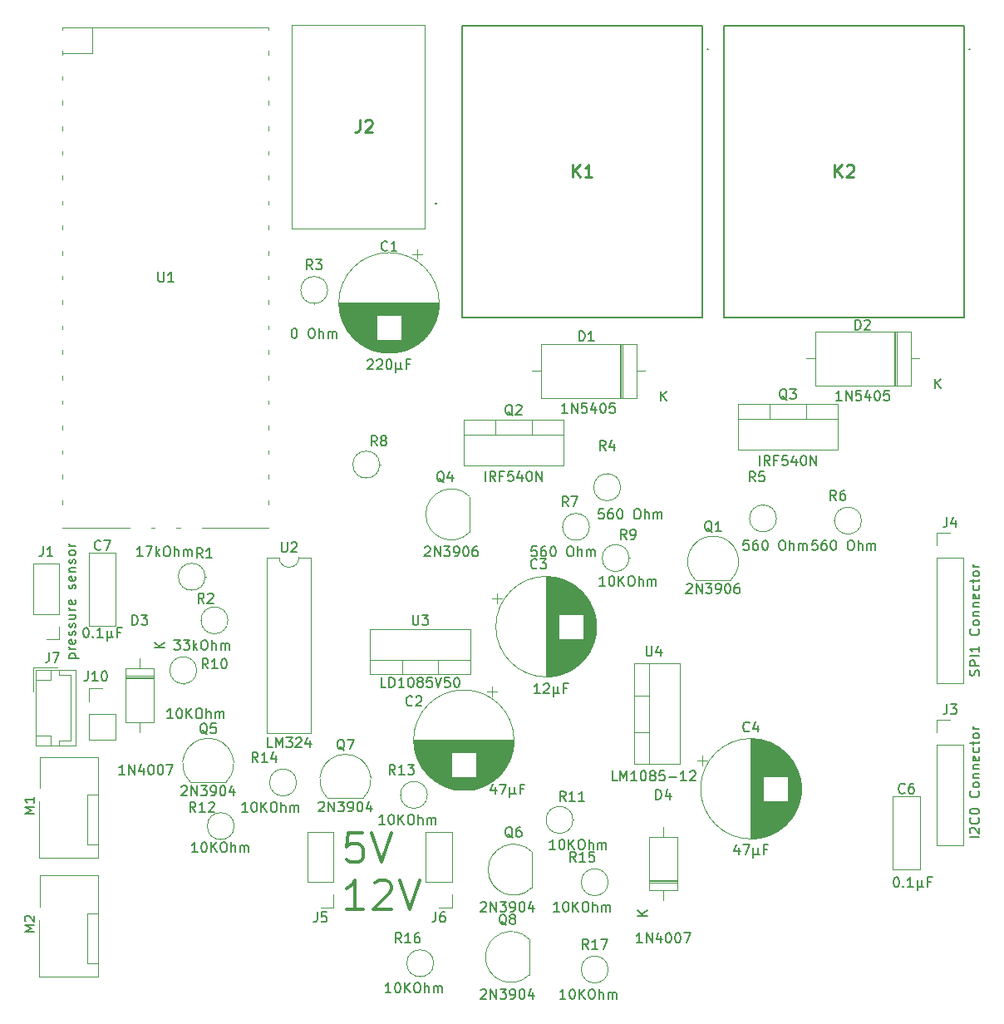
<source format=gbr>
%TF.GenerationSoftware,KiCad,Pcbnew,7.0.10*%
%TF.CreationDate,2024-07-25T14:37:52-06:00*%
%TF.ProjectId,Pressure-Controlled-Power-Outlet-control-PCB,50726573-7375-4726-952d-436f6e74726f,V1.3.1*%
%TF.SameCoordinates,Original*%
%TF.FileFunction,Legend,Top*%
%TF.FilePolarity,Positive*%
%FSLAX46Y46*%
G04 Gerber Fmt 4.6, Leading zero omitted, Abs format (unit mm)*
G04 Created by KiCad (PCBNEW 7.0.10) date 2024-07-25 14:37:52*
%MOMM*%
%LPD*%
G01*
G04 APERTURE LIST*
%ADD10C,0.300000*%
%ADD11C,0.150000*%
%ADD12C,0.254000*%
%ADD13C,0.120000*%
%ADD14C,0.200000*%
%ADD15C,0.100000*%
G04 APERTURE END LIST*
D10*
X83620225Y-128312257D02*
X82191653Y-128312257D01*
X82191653Y-128312257D02*
X82048796Y-129740828D01*
X82048796Y-129740828D02*
X82191653Y-129597971D01*
X82191653Y-129597971D02*
X82477368Y-129455114D01*
X82477368Y-129455114D02*
X83191653Y-129455114D01*
X83191653Y-129455114D02*
X83477368Y-129597971D01*
X83477368Y-129597971D02*
X83620225Y-129740828D01*
X83620225Y-129740828D02*
X83763082Y-130026542D01*
X83763082Y-130026542D02*
X83763082Y-130740828D01*
X83763082Y-130740828D02*
X83620225Y-131026542D01*
X83620225Y-131026542D02*
X83477368Y-131169400D01*
X83477368Y-131169400D02*
X83191653Y-131312257D01*
X83191653Y-131312257D02*
X82477368Y-131312257D01*
X82477368Y-131312257D02*
X82191653Y-131169400D01*
X82191653Y-131169400D02*
X82048796Y-131026542D01*
X84620225Y-128312257D02*
X85620225Y-131312257D01*
X85620225Y-131312257D02*
X86620225Y-128312257D01*
X83763082Y-136142257D02*
X82048796Y-136142257D01*
X82905939Y-136142257D02*
X82905939Y-133142257D01*
X82905939Y-133142257D02*
X82620225Y-133570828D01*
X82620225Y-133570828D02*
X82334510Y-133856542D01*
X82334510Y-133856542D02*
X82048796Y-133999400D01*
X84905939Y-133427971D02*
X85048796Y-133285114D01*
X85048796Y-133285114D02*
X85334511Y-133142257D01*
X85334511Y-133142257D02*
X86048796Y-133142257D01*
X86048796Y-133142257D02*
X86334511Y-133285114D01*
X86334511Y-133285114D02*
X86477368Y-133427971D01*
X86477368Y-133427971D02*
X86620225Y-133713685D01*
X86620225Y-133713685D02*
X86620225Y-133999400D01*
X86620225Y-133999400D02*
X86477368Y-134427971D01*
X86477368Y-134427971D02*
X84763082Y-136142257D01*
X84763082Y-136142257D02*
X86620225Y-136142257D01*
X87477368Y-133142257D02*
X88477368Y-136142257D01*
X88477368Y-136142257D02*
X89477368Y-133142257D01*
D11*
X110548333Y-98414819D02*
X110215000Y-97938628D01*
X109976905Y-98414819D02*
X109976905Y-97414819D01*
X109976905Y-97414819D02*
X110357857Y-97414819D01*
X110357857Y-97414819D02*
X110453095Y-97462438D01*
X110453095Y-97462438D02*
X110500714Y-97510057D01*
X110500714Y-97510057D02*
X110548333Y-97605295D01*
X110548333Y-97605295D02*
X110548333Y-97748152D01*
X110548333Y-97748152D02*
X110500714Y-97843390D01*
X110500714Y-97843390D02*
X110453095Y-97891009D01*
X110453095Y-97891009D02*
X110357857Y-97938628D01*
X110357857Y-97938628D02*
X109976905Y-97938628D01*
X111024524Y-98414819D02*
X111215000Y-98414819D01*
X111215000Y-98414819D02*
X111310238Y-98367200D01*
X111310238Y-98367200D02*
X111357857Y-98319580D01*
X111357857Y-98319580D02*
X111453095Y-98176723D01*
X111453095Y-98176723D02*
X111500714Y-97986247D01*
X111500714Y-97986247D02*
X111500714Y-97605295D01*
X111500714Y-97605295D02*
X111453095Y-97510057D01*
X111453095Y-97510057D02*
X111405476Y-97462438D01*
X111405476Y-97462438D02*
X111310238Y-97414819D01*
X111310238Y-97414819D02*
X111119762Y-97414819D01*
X111119762Y-97414819D02*
X111024524Y-97462438D01*
X111024524Y-97462438D02*
X110976905Y-97510057D01*
X110976905Y-97510057D02*
X110929286Y-97605295D01*
X110929286Y-97605295D02*
X110929286Y-97843390D01*
X110929286Y-97843390D02*
X110976905Y-97938628D01*
X110976905Y-97938628D02*
X111024524Y-97986247D01*
X111024524Y-97986247D02*
X111119762Y-98033866D01*
X111119762Y-98033866D02*
X111310238Y-98033866D01*
X111310238Y-98033866D02*
X111405476Y-97986247D01*
X111405476Y-97986247D02*
X111453095Y-97938628D01*
X111453095Y-97938628D02*
X111500714Y-97843390D01*
X108381666Y-103154819D02*
X107810238Y-103154819D01*
X108095952Y-103154819D02*
X108095952Y-102154819D01*
X108095952Y-102154819D02*
X108000714Y-102297676D01*
X108000714Y-102297676D02*
X107905476Y-102392914D01*
X107905476Y-102392914D02*
X107810238Y-102440533D01*
X109000714Y-102154819D02*
X109095952Y-102154819D01*
X109095952Y-102154819D02*
X109191190Y-102202438D01*
X109191190Y-102202438D02*
X109238809Y-102250057D01*
X109238809Y-102250057D02*
X109286428Y-102345295D01*
X109286428Y-102345295D02*
X109334047Y-102535771D01*
X109334047Y-102535771D02*
X109334047Y-102773866D01*
X109334047Y-102773866D02*
X109286428Y-102964342D01*
X109286428Y-102964342D02*
X109238809Y-103059580D01*
X109238809Y-103059580D02*
X109191190Y-103107200D01*
X109191190Y-103107200D02*
X109095952Y-103154819D01*
X109095952Y-103154819D02*
X109000714Y-103154819D01*
X109000714Y-103154819D02*
X108905476Y-103107200D01*
X108905476Y-103107200D02*
X108857857Y-103059580D01*
X108857857Y-103059580D02*
X108810238Y-102964342D01*
X108810238Y-102964342D02*
X108762619Y-102773866D01*
X108762619Y-102773866D02*
X108762619Y-102535771D01*
X108762619Y-102535771D02*
X108810238Y-102345295D01*
X108810238Y-102345295D02*
X108857857Y-102250057D01*
X108857857Y-102250057D02*
X108905476Y-102202438D01*
X108905476Y-102202438D02*
X109000714Y-102154819D01*
X109762619Y-103154819D02*
X109762619Y-102154819D01*
X110334047Y-103154819D02*
X109905476Y-102583390D01*
X110334047Y-102154819D02*
X109762619Y-102726247D01*
X110953095Y-102154819D02*
X111143571Y-102154819D01*
X111143571Y-102154819D02*
X111238809Y-102202438D01*
X111238809Y-102202438D02*
X111334047Y-102297676D01*
X111334047Y-102297676D02*
X111381666Y-102488152D01*
X111381666Y-102488152D02*
X111381666Y-102821485D01*
X111381666Y-102821485D02*
X111334047Y-103011961D01*
X111334047Y-103011961D02*
X111238809Y-103107200D01*
X111238809Y-103107200D02*
X111143571Y-103154819D01*
X111143571Y-103154819D02*
X110953095Y-103154819D01*
X110953095Y-103154819D02*
X110857857Y-103107200D01*
X110857857Y-103107200D02*
X110762619Y-103011961D01*
X110762619Y-103011961D02*
X110715000Y-102821485D01*
X110715000Y-102821485D02*
X110715000Y-102488152D01*
X110715000Y-102488152D02*
X110762619Y-102297676D01*
X110762619Y-102297676D02*
X110857857Y-102202438D01*
X110857857Y-102202438D02*
X110953095Y-102154819D01*
X111810238Y-103154819D02*
X111810238Y-102154819D01*
X112238809Y-103154819D02*
X112238809Y-102631009D01*
X112238809Y-102631009D02*
X112191190Y-102535771D01*
X112191190Y-102535771D02*
X112095952Y-102488152D01*
X112095952Y-102488152D02*
X111953095Y-102488152D01*
X111953095Y-102488152D02*
X111857857Y-102535771D01*
X111857857Y-102535771D02*
X111810238Y-102583390D01*
X112715000Y-103154819D02*
X112715000Y-102488152D01*
X112715000Y-102583390D02*
X112762619Y-102535771D01*
X112762619Y-102535771D02*
X112857857Y-102488152D01*
X112857857Y-102488152D02*
X113000714Y-102488152D01*
X113000714Y-102488152D02*
X113095952Y-102535771D01*
X113095952Y-102535771D02*
X113143571Y-102631009D01*
X113143571Y-102631009D02*
X113143571Y-103154819D01*
X113143571Y-102631009D02*
X113191190Y-102535771D01*
X113191190Y-102535771D02*
X113286428Y-102488152D01*
X113286428Y-102488152D02*
X113429285Y-102488152D01*
X113429285Y-102488152D02*
X113524524Y-102535771D01*
X113524524Y-102535771D02*
X113572143Y-102631009D01*
X113572143Y-102631009D02*
X113572143Y-103154819D01*
X85148333Y-88889819D02*
X84815000Y-88413628D01*
X84576905Y-88889819D02*
X84576905Y-87889819D01*
X84576905Y-87889819D02*
X84957857Y-87889819D01*
X84957857Y-87889819D02*
X85053095Y-87937438D01*
X85053095Y-87937438D02*
X85100714Y-87985057D01*
X85100714Y-87985057D02*
X85148333Y-88080295D01*
X85148333Y-88080295D02*
X85148333Y-88223152D01*
X85148333Y-88223152D02*
X85100714Y-88318390D01*
X85100714Y-88318390D02*
X85053095Y-88366009D01*
X85053095Y-88366009D02*
X84957857Y-88413628D01*
X84957857Y-88413628D02*
X84576905Y-88413628D01*
X85719762Y-88318390D02*
X85624524Y-88270771D01*
X85624524Y-88270771D02*
X85576905Y-88223152D01*
X85576905Y-88223152D02*
X85529286Y-88127914D01*
X85529286Y-88127914D02*
X85529286Y-88080295D01*
X85529286Y-88080295D02*
X85576905Y-87985057D01*
X85576905Y-87985057D02*
X85624524Y-87937438D01*
X85624524Y-87937438D02*
X85719762Y-87889819D01*
X85719762Y-87889819D02*
X85910238Y-87889819D01*
X85910238Y-87889819D02*
X86005476Y-87937438D01*
X86005476Y-87937438D02*
X86053095Y-87985057D01*
X86053095Y-87985057D02*
X86100714Y-88080295D01*
X86100714Y-88080295D02*
X86100714Y-88127914D01*
X86100714Y-88127914D02*
X86053095Y-88223152D01*
X86053095Y-88223152D02*
X86005476Y-88270771D01*
X86005476Y-88270771D02*
X85910238Y-88318390D01*
X85910238Y-88318390D02*
X85719762Y-88318390D01*
X85719762Y-88318390D02*
X85624524Y-88366009D01*
X85624524Y-88366009D02*
X85576905Y-88413628D01*
X85576905Y-88413628D02*
X85529286Y-88508866D01*
X85529286Y-88508866D02*
X85529286Y-88699342D01*
X85529286Y-88699342D02*
X85576905Y-88794580D01*
X85576905Y-88794580D02*
X85624524Y-88842200D01*
X85624524Y-88842200D02*
X85719762Y-88889819D01*
X85719762Y-88889819D02*
X85910238Y-88889819D01*
X85910238Y-88889819D02*
X86005476Y-88842200D01*
X86005476Y-88842200D02*
X86053095Y-88794580D01*
X86053095Y-88794580D02*
X86100714Y-88699342D01*
X86100714Y-88699342D02*
X86100714Y-88508866D01*
X86100714Y-88508866D02*
X86053095Y-88413628D01*
X86053095Y-88413628D02*
X86005476Y-88366009D01*
X86005476Y-88366009D02*
X85910238Y-88318390D01*
X104608333Y-95069819D02*
X104275000Y-94593628D01*
X104036905Y-95069819D02*
X104036905Y-94069819D01*
X104036905Y-94069819D02*
X104417857Y-94069819D01*
X104417857Y-94069819D02*
X104513095Y-94117438D01*
X104513095Y-94117438D02*
X104560714Y-94165057D01*
X104560714Y-94165057D02*
X104608333Y-94260295D01*
X104608333Y-94260295D02*
X104608333Y-94403152D01*
X104608333Y-94403152D02*
X104560714Y-94498390D01*
X104560714Y-94498390D02*
X104513095Y-94546009D01*
X104513095Y-94546009D02*
X104417857Y-94593628D01*
X104417857Y-94593628D02*
X104036905Y-94593628D01*
X104941667Y-94069819D02*
X105608333Y-94069819D01*
X105608333Y-94069819D02*
X105179762Y-95069819D01*
X101401904Y-99149819D02*
X100925714Y-99149819D01*
X100925714Y-99149819D02*
X100878095Y-99626009D01*
X100878095Y-99626009D02*
X100925714Y-99578390D01*
X100925714Y-99578390D02*
X101020952Y-99530771D01*
X101020952Y-99530771D02*
X101259047Y-99530771D01*
X101259047Y-99530771D02*
X101354285Y-99578390D01*
X101354285Y-99578390D02*
X101401904Y-99626009D01*
X101401904Y-99626009D02*
X101449523Y-99721247D01*
X101449523Y-99721247D02*
X101449523Y-99959342D01*
X101449523Y-99959342D02*
X101401904Y-100054580D01*
X101401904Y-100054580D02*
X101354285Y-100102200D01*
X101354285Y-100102200D02*
X101259047Y-100149819D01*
X101259047Y-100149819D02*
X101020952Y-100149819D01*
X101020952Y-100149819D02*
X100925714Y-100102200D01*
X100925714Y-100102200D02*
X100878095Y-100054580D01*
X102306666Y-99149819D02*
X102116190Y-99149819D01*
X102116190Y-99149819D02*
X102020952Y-99197438D01*
X102020952Y-99197438D02*
X101973333Y-99245057D01*
X101973333Y-99245057D02*
X101878095Y-99387914D01*
X101878095Y-99387914D02*
X101830476Y-99578390D01*
X101830476Y-99578390D02*
X101830476Y-99959342D01*
X101830476Y-99959342D02*
X101878095Y-100054580D01*
X101878095Y-100054580D02*
X101925714Y-100102200D01*
X101925714Y-100102200D02*
X102020952Y-100149819D01*
X102020952Y-100149819D02*
X102211428Y-100149819D01*
X102211428Y-100149819D02*
X102306666Y-100102200D01*
X102306666Y-100102200D02*
X102354285Y-100054580D01*
X102354285Y-100054580D02*
X102401904Y-99959342D01*
X102401904Y-99959342D02*
X102401904Y-99721247D01*
X102401904Y-99721247D02*
X102354285Y-99626009D01*
X102354285Y-99626009D02*
X102306666Y-99578390D01*
X102306666Y-99578390D02*
X102211428Y-99530771D01*
X102211428Y-99530771D02*
X102020952Y-99530771D01*
X102020952Y-99530771D02*
X101925714Y-99578390D01*
X101925714Y-99578390D02*
X101878095Y-99626009D01*
X101878095Y-99626009D02*
X101830476Y-99721247D01*
X103020952Y-99149819D02*
X103116190Y-99149819D01*
X103116190Y-99149819D02*
X103211428Y-99197438D01*
X103211428Y-99197438D02*
X103259047Y-99245057D01*
X103259047Y-99245057D02*
X103306666Y-99340295D01*
X103306666Y-99340295D02*
X103354285Y-99530771D01*
X103354285Y-99530771D02*
X103354285Y-99768866D01*
X103354285Y-99768866D02*
X103306666Y-99959342D01*
X103306666Y-99959342D02*
X103259047Y-100054580D01*
X103259047Y-100054580D02*
X103211428Y-100102200D01*
X103211428Y-100102200D02*
X103116190Y-100149819D01*
X103116190Y-100149819D02*
X103020952Y-100149819D01*
X103020952Y-100149819D02*
X102925714Y-100102200D01*
X102925714Y-100102200D02*
X102878095Y-100054580D01*
X102878095Y-100054580D02*
X102830476Y-99959342D01*
X102830476Y-99959342D02*
X102782857Y-99768866D01*
X102782857Y-99768866D02*
X102782857Y-99530771D01*
X102782857Y-99530771D02*
X102830476Y-99340295D01*
X102830476Y-99340295D02*
X102878095Y-99245057D01*
X102878095Y-99245057D02*
X102925714Y-99197438D01*
X102925714Y-99197438D02*
X103020952Y-99149819D01*
X104735238Y-99149819D02*
X104925714Y-99149819D01*
X104925714Y-99149819D02*
X105020952Y-99197438D01*
X105020952Y-99197438D02*
X105116190Y-99292676D01*
X105116190Y-99292676D02*
X105163809Y-99483152D01*
X105163809Y-99483152D02*
X105163809Y-99816485D01*
X105163809Y-99816485D02*
X105116190Y-100006961D01*
X105116190Y-100006961D02*
X105020952Y-100102200D01*
X105020952Y-100102200D02*
X104925714Y-100149819D01*
X104925714Y-100149819D02*
X104735238Y-100149819D01*
X104735238Y-100149819D02*
X104640000Y-100102200D01*
X104640000Y-100102200D02*
X104544762Y-100006961D01*
X104544762Y-100006961D02*
X104497143Y-99816485D01*
X104497143Y-99816485D02*
X104497143Y-99483152D01*
X104497143Y-99483152D02*
X104544762Y-99292676D01*
X104544762Y-99292676D02*
X104640000Y-99197438D01*
X104640000Y-99197438D02*
X104735238Y-99149819D01*
X105592381Y-100149819D02*
X105592381Y-99149819D01*
X106020952Y-100149819D02*
X106020952Y-99626009D01*
X106020952Y-99626009D02*
X105973333Y-99530771D01*
X105973333Y-99530771D02*
X105878095Y-99483152D01*
X105878095Y-99483152D02*
X105735238Y-99483152D01*
X105735238Y-99483152D02*
X105640000Y-99530771D01*
X105640000Y-99530771D02*
X105592381Y-99578390D01*
X106497143Y-100149819D02*
X106497143Y-99483152D01*
X106497143Y-99578390D02*
X106544762Y-99530771D01*
X106544762Y-99530771D02*
X106640000Y-99483152D01*
X106640000Y-99483152D02*
X106782857Y-99483152D01*
X106782857Y-99483152D02*
X106878095Y-99530771D01*
X106878095Y-99530771D02*
X106925714Y-99626009D01*
X106925714Y-99626009D02*
X106925714Y-100149819D01*
X106925714Y-99626009D02*
X106973333Y-99530771D01*
X106973333Y-99530771D02*
X107068571Y-99483152D01*
X107068571Y-99483152D02*
X107211428Y-99483152D01*
X107211428Y-99483152D02*
X107306667Y-99530771D01*
X107306667Y-99530771D02*
X107354286Y-99626009D01*
X107354286Y-99626009D02*
X107354286Y-100149819D01*
X131913333Y-94434819D02*
X131580000Y-93958628D01*
X131341905Y-94434819D02*
X131341905Y-93434819D01*
X131341905Y-93434819D02*
X131722857Y-93434819D01*
X131722857Y-93434819D02*
X131818095Y-93482438D01*
X131818095Y-93482438D02*
X131865714Y-93530057D01*
X131865714Y-93530057D02*
X131913333Y-93625295D01*
X131913333Y-93625295D02*
X131913333Y-93768152D01*
X131913333Y-93768152D02*
X131865714Y-93863390D01*
X131865714Y-93863390D02*
X131818095Y-93911009D01*
X131818095Y-93911009D02*
X131722857Y-93958628D01*
X131722857Y-93958628D02*
X131341905Y-93958628D01*
X132770476Y-93434819D02*
X132580000Y-93434819D01*
X132580000Y-93434819D02*
X132484762Y-93482438D01*
X132484762Y-93482438D02*
X132437143Y-93530057D01*
X132437143Y-93530057D02*
X132341905Y-93672914D01*
X132341905Y-93672914D02*
X132294286Y-93863390D01*
X132294286Y-93863390D02*
X132294286Y-94244342D01*
X132294286Y-94244342D02*
X132341905Y-94339580D01*
X132341905Y-94339580D02*
X132389524Y-94387200D01*
X132389524Y-94387200D02*
X132484762Y-94434819D01*
X132484762Y-94434819D02*
X132675238Y-94434819D01*
X132675238Y-94434819D02*
X132770476Y-94387200D01*
X132770476Y-94387200D02*
X132818095Y-94339580D01*
X132818095Y-94339580D02*
X132865714Y-94244342D01*
X132865714Y-94244342D02*
X132865714Y-94006247D01*
X132865714Y-94006247D02*
X132818095Y-93911009D01*
X132818095Y-93911009D02*
X132770476Y-93863390D01*
X132770476Y-93863390D02*
X132675238Y-93815771D01*
X132675238Y-93815771D02*
X132484762Y-93815771D01*
X132484762Y-93815771D02*
X132389524Y-93863390D01*
X132389524Y-93863390D02*
X132341905Y-93911009D01*
X132341905Y-93911009D02*
X132294286Y-94006247D01*
X129976904Y-98514819D02*
X129500714Y-98514819D01*
X129500714Y-98514819D02*
X129453095Y-98991009D01*
X129453095Y-98991009D02*
X129500714Y-98943390D01*
X129500714Y-98943390D02*
X129595952Y-98895771D01*
X129595952Y-98895771D02*
X129834047Y-98895771D01*
X129834047Y-98895771D02*
X129929285Y-98943390D01*
X129929285Y-98943390D02*
X129976904Y-98991009D01*
X129976904Y-98991009D02*
X130024523Y-99086247D01*
X130024523Y-99086247D02*
X130024523Y-99324342D01*
X130024523Y-99324342D02*
X129976904Y-99419580D01*
X129976904Y-99419580D02*
X129929285Y-99467200D01*
X129929285Y-99467200D02*
X129834047Y-99514819D01*
X129834047Y-99514819D02*
X129595952Y-99514819D01*
X129595952Y-99514819D02*
X129500714Y-99467200D01*
X129500714Y-99467200D02*
X129453095Y-99419580D01*
X130881666Y-98514819D02*
X130691190Y-98514819D01*
X130691190Y-98514819D02*
X130595952Y-98562438D01*
X130595952Y-98562438D02*
X130548333Y-98610057D01*
X130548333Y-98610057D02*
X130453095Y-98752914D01*
X130453095Y-98752914D02*
X130405476Y-98943390D01*
X130405476Y-98943390D02*
X130405476Y-99324342D01*
X130405476Y-99324342D02*
X130453095Y-99419580D01*
X130453095Y-99419580D02*
X130500714Y-99467200D01*
X130500714Y-99467200D02*
X130595952Y-99514819D01*
X130595952Y-99514819D02*
X130786428Y-99514819D01*
X130786428Y-99514819D02*
X130881666Y-99467200D01*
X130881666Y-99467200D02*
X130929285Y-99419580D01*
X130929285Y-99419580D02*
X130976904Y-99324342D01*
X130976904Y-99324342D02*
X130976904Y-99086247D01*
X130976904Y-99086247D02*
X130929285Y-98991009D01*
X130929285Y-98991009D02*
X130881666Y-98943390D01*
X130881666Y-98943390D02*
X130786428Y-98895771D01*
X130786428Y-98895771D02*
X130595952Y-98895771D01*
X130595952Y-98895771D02*
X130500714Y-98943390D01*
X130500714Y-98943390D02*
X130453095Y-98991009D01*
X130453095Y-98991009D02*
X130405476Y-99086247D01*
X131595952Y-98514819D02*
X131691190Y-98514819D01*
X131691190Y-98514819D02*
X131786428Y-98562438D01*
X131786428Y-98562438D02*
X131834047Y-98610057D01*
X131834047Y-98610057D02*
X131881666Y-98705295D01*
X131881666Y-98705295D02*
X131929285Y-98895771D01*
X131929285Y-98895771D02*
X131929285Y-99133866D01*
X131929285Y-99133866D02*
X131881666Y-99324342D01*
X131881666Y-99324342D02*
X131834047Y-99419580D01*
X131834047Y-99419580D02*
X131786428Y-99467200D01*
X131786428Y-99467200D02*
X131691190Y-99514819D01*
X131691190Y-99514819D02*
X131595952Y-99514819D01*
X131595952Y-99514819D02*
X131500714Y-99467200D01*
X131500714Y-99467200D02*
X131453095Y-99419580D01*
X131453095Y-99419580D02*
X131405476Y-99324342D01*
X131405476Y-99324342D02*
X131357857Y-99133866D01*
X131357857Y-99133866D02*
X131357857Y-98895771D01*
X131357857Y-98895771D02*
X131405476Y-98705295D01*
X131405476Y-98705295D02*
X131453095Y-98610057D01*
X131453095Y-98610057D02*
X131500714Y-98562438D01*
X131500714Y-98562438D02*
X131595952Y-98514819D01*
X133310238Y-98514819D02*
X133500714Y-98514819D01*
X133500714Y-98514819D02*
X133595952Y-98562438D01*
X133595952Y-98562438D02*
X133691190Y-98657676D01*
X133691190Y-98657676D02*
X133738809Y-98848152D01*
X133738809Y-98848152D02*
X133738809Y-99181485D01*
X133738809Y-99181485D02*
X133691190Y-99371961D01*
X133691190Y-99371961D02*
X133595952Y-99467200D01*
X133595952Y-99467200D02*
X133500714Y-99514819D01*
X133500714Y-99514819D02*
X133310238Y-99514819D01*
X133310238Y-99514819D02*
X133215000Y-99467200D01*
X133215000Y-99467200D02*
X133119762Y-99371961D01*
X133119762Y-99371961D02*
X133072143Y-99181485D01*
X133072143Y-99181485D02*
X133072143Y-98848152D01*
X133072143Y-98848152D02*
X133119762Y-98657676D01*
X133119762Y-98657676D02*
X133215000Y-98562438D01*
X133215000Y-98562438D02*
X133310238Y-98514819D01*
X134167381Y-99514819D02*
X134167381Y-98514819D01*
X134595952Y-99514819D02*
X134595952Y-98991009D01*
X134595952Y-98991009D02*
X134548333Y-98895771D01*
X134548333Y-98895771D02*
X134453095Y-98848152D01*
X134453095Y-98848152D02*
X134310238Y-98848152D01*
X134310238Y-98848152D02*
X134215000Y-98895771D01*
X134215000Y-98895771D02*
X134167381Y-98943390D01*
X135072143Y-99514819D02*
X135072143Y-98848152D01*
X135072143Y-98943390D02*
X135119762Y-98895771D01*
X135119762Y-98895771D02*
X135215000Y-98848152D01*
X135215000Y-98848152D02*
X135357857Y-98848152D01*
X135357857Y-98848152D02*
X135453095Y-98895771D01*
X135453095Y-98895771D02*
X135500714Y-98991009D01*
X135500714Y-98991009D02*
X135500714Y-99514819D01*
X135500714Y-98991009D02*
X135548333Y-98895771D01*
X135548333Y-98895771D02*
X135643571Y-98848152D01*
X135643571Y-98848152D02*
X135786428Y-98848152D01*
X135786428Y-98848152D02*
X135881667Y-98895771D01*
X135881667Y-98895771D02*
X135929286Y-98991009D01*
X135929286Y-98991009D02*
X135929286Y-99514819D01*
X123658333Y-92529819D02*
X123325000Y-92053628D01*
X123086905Y-92529819D02*
X123086905Y-91529819D01*
X123086905Y-91529819D02*
X123467857Y-91529819D01*
X123467857Y-91529819D02*
X123563095Y-91577438D01*
X123563095Y-91577438D02*
X123610714Y-91625057D01*
X123610714Y-91625057D02*
X123658333Y-91720295D01*
X123658333Y-91720295D02*
X123658333Y-91863152D01*
X123658333Y-91863152D02*
X123610714Y-91958390D01*
X123610714Y-91958390D02*
X123563095Y-92006009D01*
X123563095Y-92006009D02*
X123467857Y-92053628D01*
X123467857Y-92053628D02*
X123086905Y-92053628D01*
X124563095Y-91529819D02*
X124086905Y-91529819D01*
X124086905Y-91529819D02*
X124039286Y-92006009D01*
X124039286Y-92006009D02*
X124086905Y-91958390D01*
X124086905Y-91958390D02*
X124182143Y-91910771D01*
X124182143Y-91910771D02*
X124420238Y-91910771D01*
X124420238Y-91910771D02*
X124515476Y-91958390D01*
X124515476Y-91958390D02*
X124563095Y-92006009D01*
X124563095Y-92006009D02*
X124610714Y-92101247D01*
X124610714Y-92101247D02*
X124610714Y-92339342D01*
X124610714Y-92339342D02*
X124563095Y-92434580D01*
X124563095Y-92434580D02*
X124515476Y-92482200D01*
X124515476Y-92482200D02*
X124420238Y-92529819D01*
X124420238Y-92529819D02*
X124182143Y-92529819D01*
X124182143Y-92529819D02*
X124086905Y-92482200D01*
X124086905Y-92482200D02*
X124039286Y-92434580D01*
X122991904Y-98514819D02*
X122515714Y-98514819D01*
X122515714Y-98514819D02*
X122468095Y-98991009D01*
X122468095Y-98991009D02*
X122515714Y-98943390D01*
X122515714Y-98943390D02*
X122610952Y-98895771D01*
X122610952Y-98895771D02*
X122849047Y-98895771D01*
X122849047Y-98895771D02*
X122944285Y-98943390D01*
X122944285Y-98943390D02*
X122991904Y-98991009D01*
X122991904Y-98991009D02*
X123039523Y-99086247D01*
X123039523Y-99086247D02*
X123039523Y-99324342D01*
X123039523Y-99324342D02*
X122991904Y-99419580D01*
X122991904Y-99419580D02*
X122944285Y-99467200D01*
X122944285Y-99467200D02*
X122849047Y-99514819D01*
X122849047Y-99514819D02*
X122610952Y-99514819D01*
X122610952Y-99514819D02*
X122515714Y-99467200D01*
X122515714Y-99467200D02*
X122468095Y-99419580D01*
X123896666Y-98514819D02*
X123706190Y-98514819D01*
X123706190Y-98514819D02*
X123610952Y-98562438D01*
X123610952Y-98562438D02*
X123563333Y-98610057D01*
X123563333Y-98610057D02*
X123468095Y-98752914D01*
X123468095Y-98752914D02*
X123420476Y-98943390D01*
X123420476Y-98943390D02*
X123420476Y-99324342D01*
X123420476Y-99324342D02*
X123468095Y-99419580D01*
X123468095Y-99419580D02*
X123515714Y-99467200D01*
X123515714Y-99467200D02*
X123610952Y-99514819D01*
X123610952Y-99514819D02*
X123801428Y-99514819D01*
X123801428Y-99514819D02*
X123896666Y-99467200D01*
X123896666Y-99467200D02*
X123944285Y-99419580D01*
X123944285Y-99419580D02*
X123991904Y-99324342D01*
X123991904Y-99324342D02*
X123991904Y-99086247D01*
X123991904Y-99086247D02*
X123944285Y-98991009D01*
X123944285Y-98991009D02*
X123896666Y-98943390D01*
X123896666Y-98943390D02*
X123801428Y-98895771D01*
X123801428Y-98895771D02*
X123610952Y-98895771D01*
X123610952Y-98895771D02*
X123515714Y-98943390D01*
X123515714Y-98943390D02*
X123468095Y-98991009D01*
X123468095Y-98991009D02*
X123420476Y-99086247D01*
X124610952Y-98514819D02*
X124706190Y-98514819D01*
X124706190Y-98514819D02*
X124801428Y-98562438D01*
X124801428Y-98562438D02*
X124849047Y-98610057D01*
X124849047Y-98610057D02*
X124896666Y-98705295D01*
X124896666Y-98705295D02*
X124944285Y-98895771D01*
X124944285Y-98895771D02*
X124944285Y-99133866D01*
X124944285Y-99133866D02*
X124896666Y-99324342D01*
X124896666Y-99324342D02*
X124849047Y-99419580D01*
X124849047Y-99419580D02*
X124801428Y-99467200D01*
X124801428Y-99467200D02*
X124706190Y-99514819D01*
X124706190Y-99514819D02*
X124610952Y-99514819D01*
X124610952Y-99514819D02*
X124515714Y-99467200D01*
X124515714Y-99467200D02*
X124468095Y-99419580D01*
X124468095Y-99419580D02*
X124420476Y-99324342D01*
X124420476Y-99324342D02*
X124372857Y-99133866D01*
X124372857Y-99133866D02*
X124372857Y-98895771D01*
X124372857Y-98895771D02*
X124420476Y-98705295D01*
X124420476Y-98705295D02*
X124468095Y-98610057D01*
X124468095Y-98610057D02*
X124515714Y-98562438D01*
X124515714Y-98562438D02*
X124610952Y-98514819D01*
X126325238Y-98514819D02*
X126515714Y-98514819D01*
X126515714Y-98514819D02*
X126610952Y-98562438D01*
X126610952Y-98562438D02*
X126706190Y-98657676D01*
X126706190Y-98657676D02*
X126753809Y-98848152D01*
X126753809Y-98848152D02*
X126753809Y-99181485D01*
X126753809Y-99181485D02*
X126706190Y-99371961D01*
X126706190Y-99371961D02*
X126610952Y-99467200D01*
X126610952Y-99467200D02*
X126515714Y-99514819D01*
X126515714Y-99514819D02*
X126325238Y-99514819D01*
X126325238Y-99514819D02*
X126230000Y-99467200D01*
X126230000Y-99467200D02*
X126134762Y-99371961D01*
X126134762Y-99371961D02*
X126087143Y-99181485D01*
X126087143Y-99181485D02*
X126087143Y-98848152D01*
X126087143Y-98848152D02*
X126134762Y-98657676D01*
X126134762Y-98657676D02*
X126230000Y-98562438D01*
X126230000Y-98562438D02*
X126325238Y-98514819D01*
X127182381Y-99514819D02*
X127182381Y-98514819D01*
X127610952Y-99514819D02*
X127610952Y-98991009D01*
X127610952Y-98991009D02*
X127563333Y-98895771D01*
X127563333Y-98895771D02*
X127468095Y-98848152D01*
X127468095Y-98848152D02*
X127325238Y-98848152D01*
X127325238Y-98848152D02*
X127230000Y-98895771D01*
X127230000Y-98895771D02*
X127182381Y-98943390D01*
X128087143Y-99514819D02*
X128087143Y-98848152D01*
X128087143Y-98943390D02*
X128134762Y-98895771D01*
X128134762Y-98895771D02*
X128230000Y-98848152D01*
X128230000Y-98848152D02*
X128372857Y-98848152D01*
X128372857Y-98848152D02*
X128468095Y-98895771D01*
X128468095Y-98895771D02*
X128515714Y-98991009D01*
X128515714Y-98991009D02*
X128515714Y-99514819D01*
X128515714Y-98991009D02*
X128563333Y-98895771D01*
X128563333Y-98895771D02*
X128658571Y-98848152D01*
X128658571Y-98848152D02*
X128801428Y-98848152D01*
X128801428Y-98848152D02*
X128896667Y-98895771D01*
X128896667Y-98895771D02*
X128944286Y-98991009D01*
X128944286Y-98991009D02*
X128944286Y-99514819D01*
X108418333Y-89354819D02*
X108085000Y-88878628D01*
X107846905Y-89354819D02*
X107846905Y-88354819D01*
X107846905Y-88354819D02*
X108227857Y-88354819D01*
X108227857Y-88354819D02*
X108323095Y-88402438D01*
X108323095Y-88402438D02*
X108370714Y-88450057D01*
X108370714Y-88450057D02*
X108418333Y-88545295D01*
X108418333Y-88545295D02*
X108418333Y-88688152D01*
X108418333Y-88688152D02*
X108370714Y-88783390D01*
X108370714Y-88783390D02*
X108323095Y-88831009D01*
X108323095Y-88831009D02*
X108227857Y-88878628D01*
X108227857Y-88878628D02*
X107846905Y-88878628D01*
X109275476Y-88688152D02*
X109275476Y-89354819D01*
X109037381Y-88307200D02*
X108799286Y-89021485D01*
X108799286Y-89021485D02*
X109418333Y-89021485D01*
X108216904Y-95339819D02*
X107740714Y-95339819D01*
X107740714Y-95339819D02*
X107693095Y-95816009D01*
X107693095Y-95816009D02*
X107740714Y-95768390D01*
X107740714Y-95768390D02*
X107835952Y-95720771D01*
X107835952Y-95720771D02*
X108074047Y-95720771D01*
X108074047Y-95720771D02*
X108169285Y-95768390D01*
X108169285Y-95768390D02*
X108216904Y-95816009D01*
X108216904Y-95816009D02*
X108264523Y-95911247D01*
X108264523Y-95911247D02*
X108264523Y-96149342D01*
X108264523Y-96149342D02*
X108216904Y-96244580D01*
X108216904Y-96244580D02*
X108169285Y-96292200D01*
X108169285Y-96292200D02*
X108074047Y-96339819D01*
X108074047Y-96339819D02*
X107835952Y-96339819D01*
X107835952Y-96339819D02*
X107740714Y-96292200D01*
X107740714Y-96292200D02*
X107693095Y-96244580D01*
X109121666Y-95339819D02*
X108931190Y-95339819D01*
X108931190Y-95339819D02*
X108835952Y-95387438D01*
X108835952Y-95387438D02*
X108788333Y-95435057D01*
X108788333Y-95435057D02*
X108693095Y-95577914D01*
X108693095Y-95577914D02*
X108645476Y-95768390D01*
X108645476Y-95768390D02*
X108645476Y-96149342D01*
X108645476Y-96149342D02*
X108693095Y-96244580D01*
X108693095Y-96244580D02*
X108740714Y-96292200D01*
X108740714Y-96292200D02*
X108835952Y-96339819D01*
X108835952Y-96339819D02*
X109026428Y-96339819D01*
X109026428Y-96339819D02*
X109121666Y-96292200D01*
X109121666Y-96292200D02*
X109169285Y-96244580D01*
X109169285Y-96244580D02*
X109216904Y-96149342D01*
X109216904Y-96149342D02*
X109216904Y-95911247D01*
X109216904Y-95911247D02*
X109169285Y-95816009D01*
X109169285Y-95816009D02*
X109121666Y-95768390D01*
X109121666Y-95768390D02*
X109026428Y-95720771D01*
X109026428Y-95720771D02*
X108835952Y-95720771D01*
X108835952Y-95720771D02*
X108740714Y-95768390D01*
X108740714Y-95768390D02*
X108693095Y-95816009D01*
X108693095Y-95816009D02*
X108645476Y-95911247D01*
X109835952Y-95339819D02*
X109931190Y-95339819D01*
X109931190Y-95339819D02*
X110026428Y-95387438D01*
X110026428Y-95387438D02*
X110074047Y-95435057D01*
X110074047Y-95435057D02*
X110121666Y-95530295D01*
X110121666Y-95530295D02*
X110169285Y-95720771D01*
X110169285Y-95720771D02*
X110169285Y-95958866D01*
X110169285Y-95958866D02*
X110121666Y-96149342D01*
X110121666Y-96149342D02*
X110074047Y-96244580D01*
X110074047Y-96244580D02*
X110026428Y-96292200D01*
X110026428Y-96292200D02*
X109931190Y-96339819D01*
X109931190Y-96339819D02*
X109835952Y-96339819D01*
X109835952Y-96339819D02*
X109740714Y-96292200D01*
X109740714Y-96292200D02*
X109693095Y-96244580D01*
X109693095Y-96244580D02*
X109645476Y-96149342D01*
X109645476Y-96149342D02*
X109597857Y-95958866D01*
X109597857Y-95958866D02*
X109597857Y-95720771D01*
X109597857Y-95720771D02*
X109645476Y-95530295D01*
X109645476Y-95530295D02*
X109693095Y-95435057D01*
X109693095Y-95435057D02*
X109740714Y-95387438D01*
X109740714Y-95387438D02*
X109835952Y-95339819D01*
X111550238Y-95339819D02*
X111740714Y-95339819D01*
X111740714Y-95339819D02*
X111835952Y-95387438D01*
X111835952Y-95387438D02*
X111931190Y-95482676D01*
X111931190Y-95482676D02*
X111978809Y-95673152D01*
X111978809Y-95673152D02*
X111978809Y-96006485D01*
X111978809Y-96006485D02*
X111931190Y-96196961D01*
X111931190Y-96196961D02*
X111835952Y-96292200D01*
X111835952Y-96292200D02*
X111740714Y-96339819D01*
X111740714Y-96339819D02*
X111550238Y-96339819D01*
X111550238Y-96339819D02*
X111455000Y-96292200D01*
X111455000Y-96292200D02*
X111359762Y-96196961D01*
X111359762Y-96196961D02*
X111312143Y-96006485D01*
X111312143Y-96006485D02*
X111312143Y-95673152D01*
X111312143Y-95673152D02*
X111359762Y-95482676D01*
X111359762Y-95482676D02*
X111455000Y-95387438D01*
X111455000Y-95387438D02*
X111550238Y-95339819D01*
X112407381Y-96339819D02*
X112407381Y-95339819D01*
X112835952Y-96339819D02*
X112835952Y-95816009D01*
X112835952Y-95816009D02*
X112788333Y-95720771D01*
X112788333Y-95720771D02*
X112693095Y-95673152D01*
X112693095Y-95673152D02*
X112550238Y-95673152D01*
X112550238Y-95673152D02*
X112455000Y-95720771D01*
X112455000Y-95720771D02*
X112407381Y-95768390D01*
X113312143Y-96339819D02*
X113312143Y-95673152D01*
X113312143Y-95768390D02*
X113359762Y-95720771D01*
X113359762Y-95720771D02*
X113455000Y-95673152D01*
X113455000Y-95673152D02*
X113597857Y-95673152D01*
X113597857Y-95673152D02*
X113693095Y-95720771D01*
X113693095Y-95720771D02*
X113740714Y-95816009D01*
X113740714Y-95816009D02*
X113740714Y-96339819D01*
X113740714Y-95816009D02*
X113788333Y-95720771D01*
X113788333Y-95720771D02*
X113883571Y-95673152D01*
X113883571Y-95673152D02*
X114026428Y-95673152D01*
X114026428Y-95673152D02*
X114121667Y-95720771D01*
X114121667Y-95720771D02*
X114169286Y-95816009D01*
X114169286Y-95816009D02*
X114169286Y-96339819D01*
X91979761Y-92625057D02*
X91884523Y-92577438D01*
X91884523Y-92577438D02*
X91789285Y-92482200D01*
X91789285Y-92482200D02*
X91646428Y-92339342D01*
X91646428Y-92339342D02*
X91551190Y-92291723D01*
X91551190Y-92291723D02*
X91455952Y-92291723D01*
X91503571Y-92529819D02*
X91408333Y-92482200D01*
X91408333Y-92482200D02*
X91313095Y-92386961D01*
X91313095Y-92386961D02*
X91265476Y-92196485D01*
X91265476Y-92196485D02*
X91265476Y-91863152D01*
X91265476Y-91863152D02*
X91313095Y-91672676D01*
X91313095Y-91672676D02*
X91408333Y-91577438D01*
X91408333Y-91577438D02*
X91503571Y-91529819D01*
X91503571Y-91529819D02*
X91694047Y-91529819D01*
X91694047Y-91529819D02*
X91789285Y-91577438D01*
X91789285Y-91577438D02*
X91884523Y-91672676D01*
X91884523Y-91672676D02*
X91932142Y-91863152D01*
X91932142Y-91863152D02*
X91932142Y-92196485D01*
X91932142Y-92196485D02*
X91884523Y-92386961D01*
X91884523Y-92386961D02*
X91789285Y-92482200D01*
X91789285Y-92482200D02*
X91694047Y-92529819D01*
X91694047Y-92529819D02*
X91503571Y-92529819D01*
X92789285Y-91863152D02*
X92789285Y-92529819D01*
X92551190Y-91482200D02*
X92313095Y-92196485D01*
X92313095Y-92196485D02*
X92932142Y-92196485D01*
X89995714Y-99245057D02*
X90043333Y-99197438D01*
X90043333Y-99197438D02*
X90138571Y-99149819D01*
X90138571Y-99149819D02*
X90376666Y-99149819D01*
X90376666Y-99149819D02*
X90471904Y-99197438D01*
X90471904Y-99197438D02*
X90519523Y-99245057D01*
X90519523Y-99245057D02*
X90567142Y-99340295D01*
X90567142Y-99340295D02*
X90567142Y-99435533D01*
X90567142Y-99435533D02*
X90519523Y-99578390D01*
X90519523Y-99578390D02*
X89948095Y-100149819D01*
X89948095Y-100149819D02*
X90567142Y-100149819D01*
X90995714Y-100149819D02*
X90995714Y-99149819D01*
X90995714Y-99149819D02*
X91567142Y-100149819D01*
X91567142Y-100149819D02*
X91567142Y-99149819D01*
X91948095Y-99149819D02*
X92567142Y-99149819D01*
X92567142Y-99149819D02*
X92233809Y-99530771D01*
X92233809Y-99530771D02*
X92376666Y-99530771D01*
X92376666Y-99530771D02*
X92471904Y-99578390D01*
X92471904Y-99578390D02*
X92519523Y-99626009D01*
X92519523Y-99626009D02*
X92567142Y-99721247D01*
X92567142Y-99721247D02*
X92567142Y-99959342D01*
X92567142Y-99959342D02*
X92519523Y-100054580D01*
X92519523Y-100054580D02*
X92471904Y-100102200D01*
X92471904Y-100102200D02*
X92376666Y-100149819D01*
X92376666Y-100149819D02*
X92090952Y-100149819D01*
X92090952Y-100149819D02*
X91995714Y-100102200D01*
X91995714Y-100102200D02*
X91948095Y-100054580D01*
X93043333Y-100149819D02*
X93233809Y-100149819D01*
X93233809Y-100149819D02*
X93329047Y-100102200D01*
X93329047Y-100102200D02*
X93376666Y-100054580D01*
X93376666Y-100054580D02*
X93471904Y-99911723D01*
X93471904Y-99911723D02*
X93519523Y-99721247D01*
X93519523Y-99721247D02*
X93519523Y-99340295D01*
X93519523Y-99340295D02*
X93471904Y-99245057D01*
X93471904Y-99245057D02*
X93424285Y-99197438D01*
X93424285Y-99197438D02*
X93329047Y-99149819D01*
X93329047Y-99149819D02*
X93138571Y-99149819D01*
X93138571Y-99149819D02*
X93043333Y-99197438D01*
X93043333Y-99197438D02*
X92995714Y-99245057D01*
X92995714Y-99245057D02*
X92948095Y-99340295D01*
X92948095Y-99340295D02*
X92948095Y-99578390D01*
X92948095Y-99578390D02*
X92995714Y-99673628D01*
X92995714Y-99673628D02*
X93043333Y-99721247D01*
X93043333Y-99721247D02*
X93138571Y-99768866D01*
X93138571Y-99768866D02*
X93329047Y-99768866D01*
X93329047Y-99768866D02*
X93424285Y-99721247D01*
X93424285Y-99721247D02*
X93471904Y-99673628D01*
X93471904Y-99673628D02*
X93519523Y-99578390D01*
X94138571Y-99149819D02*
X94233809Y-99149819D01*
X94233809Y-99149819D02*
X94329047Y-99197438D01*
X94329047Y-99197438D02*
X94376666Y-99245057D01*
X94376666Y-99245057D02*
X94424285Y-99340295D01*
X94424285Y-99340295D02*
X94471904Y-99530771D01*
X94471904Y-99530771D02*
X94471904Y-99768866D01*
X94471904Y-99768866D02*
X94424285Y-99959342D01*
X94424285Y-99959342D02*
X94376666Y-100054580D01*
X94376666Y-100054580D02*
X94329047Y-100102200D01*
X94329047Y-100102200D02*
X94233809Y-100149819D01*
X94233809Y-100149819D02*
X94138571Y-100149819D01*
X94138571Y-100149819D02*
X94043333Y-100102200D01*
X94043333Y-100102200D02*
X93995714Y-100054580D01*
X93995714Y-100054580D02*
X93948095Y-99959342D01*
X93948095Y-99959342D02*
X93900476Y-99768866D01*
X93900476Y-99768866D02*
X93900476Y-99530771D01*
X93900476Y-99530771D02*
X93948095Y-99340295D01*
X93948095Y-99340295D02*
X93995714Y-99245057D01*
X93995714Y-99245057D02*
X94043333Y-99197438D01*
X94043333Y-99197438D02*
X94138571Y-99149819D01*
X95329047Y-99149819D02*
X95138571Y-99149819D01*
X95138571Y-99149819D02*
X95043333Y-99197438D01*
X95043333Y-99197438D02*
X94995714Y-99245057D01*
X94995714Y-99245057D02*
X94900476Y-99387914D01*
X94900476Y-99387914D02*
X94852857Y-99578390D01*
X94852857Y-99578390D02*
X94852857Y-99959342D01*
X94852857Y-99959342D02*
X94900476Y-100054580D01*
X94900476Y-100054580D02*
X94948095Y-100102200D01*
X94948095Y-100102200D02*
X95043333Y-100149819D01*
X95043333Y-100149819D02*
X95233809Y-100149819D01*
X95233809Y-100149819D02*
X95329047Y-100102200D01*
X95329047Y-100102200D02*
X95376666Y-100054580D01*
X95376666Y-100054580D02*
X95424285Y-99959342D01*
X95424285Y-99959342D02*
X95424285Y-99721247D01*
X95424285Y-99721247D02*
X95376666Y-99626009D01*
X95376666Y-99626009D02*
X95329047Y-99578390D01*
X95329047Y-99578390D02*
X95233809Y-99530771D01*
X95233809Y-99530771D02*
X95043333Y-99530771D01*
X95043333Y-99530771D02*
X94948095Y-99578390D01*
X94948095Y-99578390D02*
X94900476Y-99626009D01*
X94900476Y-99626009D02*
X94852857Y-99721247D01*
X126904761Y-84220057D02*
X126809523Y-84172438D01*
X126809523Y-84172438D02*
X126714285Y-84077200D01*
X126714285Y-84077200D02*
X126571428Y-83934342D01*
X126571428Y-83934342D02*
X126476190Y-83886723D01*
X126476190Y-83886723D02*
X126380952Y-83886723D01*
X126428571Y-84124819D02*
X126333333Y-84077200D01*
X126333333Y-84077200D02*
X126238095Y-83981961D01*
X126238095Y-83981961D02*
X126190476Y-83791485D01*
X126190476Y-83791485D02*
X126190476Y-83458152D01*
X126190476Y-83458152D02*
X126238095Y-83267676D01*
X126238095Y-83267676D02*
X126333333Y-83172438D01*
X126333333Y-83172438D02*
X126428571Y-83124819D01*
X126428571Y-83124819D02*
X126619047Y-83124819D01*
X126619047Y-83124819D02*
X126714285Y-83172438D01*
X126714285Y-83172438D02*
X126809523Y-83267676D01*
X126809523Y-83267676D02*
X126857142Y-83458152D01*
X126857142Y-83458152D02*
X126857142Y-83791485D01*
X126857142Y-83791485D02*
X126809523Y-83981961D01*
X126809523Y-83981961D02*
X126714285Y-84077200D01*
X126714285Y-84077200D02*
X126619047Y-84124819D01*
X126619047Y-84124819D02*
X126428571Y-84124819D01*
X127190476Y-83124819D02*
X127809523Y-83124819D01*
X127809523Y-83124819D02*
X127476190Y-83505771D01*
X127476190Y-83505771D02*
X127619047Y-83505771D01*
X127619047Y-83505771D02*
X127714285Y-83553390D01*
X127714285Y-83553390D02*
X127761904Y-83601009D01*
X127761904Y-83601009D02*
X127809523Y-83696247D01*
X127809523Y-83696247D02*
X127809523Y-83934342D01*
X127809523Y-83934342D02*
X127761904Y-84029580D01*
X127761904Y-84029580D02*
X127714285Y-84077200D01*
X127714285Y-84077200D02*
X127619047Y-84124819D01*
X127619047Y-84124819D02*
X127333333Y-84124819D01*
X127333333Y-84124819D02*
X127238095Y-84077200D01*
X127238095Y-84077200D02*
X127190476Y-84029580D01*
X124119048Y-90894819D02*
X124119048Y-89894819D01*
X125166666Y-90894819D02*
X124833333Y-90418628D01*
X124595238Y-90894819D02*
X124595238Y-89894819D01*
X124595238Y-89894819D02*
X124976190Y-89894819D01*
X124976190Y-89894819D02*
X125071428Y-89942438D01*
X125071428Y-89942438D02*
X125119047Y-89990057D01*
X125119047Y-89990057D02*
X125166666Y-90085295D01*
X125166666Y-90085295D02*
X125166666Y-90228152D01*
X125166666Y-90228152D02*
X125119047Y-90323390D01*
X125119047Y-90323390D02*
X125071428Y-90371009D01*
X125071428Y-90371009D02*
X124976190Y-90418628D01*
X124976190Y-90418628D02*
X124595238Y-90418628D01*
X125928571Y-90371009D02*
X125595238Y-90371009D01*
X125595238Y-90894819D02*
X125595238Y-89894819D01*
X125595238Y-89894819D02*
X126071428Y-89894819D01*
X126928571Y-89894819D02*
X126452381Y-89894819D01*
X126452381Y-89894819D02*
X126404762Y-90371009D01*
X126404762Y-90371009D02*
X126452381Y-90323390D01*
X126452381Y-90323390D02*
X126547619Y-90275771D01*
X126547619Y-90275771D02*
X126785714Y-90275771D01*
X126785714Y-90275771D02*
X126880952Y-90323390D01*
X126880952Y-90323390D02*
X126928571Y-90371009D01*
X126928571Y-90371009D02*
X126976190Y-90466247D01*
X126976190Y-90466247D02*
X126976190Y-90704342D01*
X126976190Y-90704342D02*
X126928571Y-90799580D01*
X126928571Y-90799580D02*
X126880952Y-90847200D01*
X126880952Y-90847200D02*
X126785714Y-90894819D01*
X126785714Y-90894819D02*
X126547619Y-90894819D01*
X126547619Y-90894819D02*
X126452381Y-90847200D01*
X126452381Y-90847200D02*
X126404762Y-90799580D01*
X127833333Y-90228152D02*
X127833333Y-90894819D01*
X127595238Y-89847200D02*
X127357143Y-90561485D01*
X127357143Y-90561485D02*
X127976190Y-90561485D01*
X128547619Y-89894819D02*
X128642857Y-89894819D01*
X128642857Y-89894819D02*
X128738095Y-89942438D01*
X128738095Y-89942438D02*
X128785714Y-89990057D01*
X128785714Y-89990057D02*
X128833333Y-90085295D01*
X128833333Y-90085295D02*
X128880952Y-90275771D01*
X128880952Y-90275771D02*
X128880952Y-90513866D01*
X128880952Y-90513866D02*
X128833333Y-90704342D01*
X128833333Y-90704342D02*
X128785714Y-90799580D01*
X128785714Y-90799580D02*
X128738095Y-90847200D01*
X128738095Y-90847200D02*
X128642857Y-90894819D01*
X128642857Y-90894819D02*
X128547619Y-90894819D01*
X128547619Y-90894819D02*
X128452381Y-90847200D01*
X128452381Y-90847200D02*
X128404762Y-90799580D01*
X128404762Y-90799580D02*
X128357143Y-90704342D01*
X128357143Y-90704342D02*
X128309524Y-90513866D01*
X128309524Y-90513866D02*
X128309524Y-90275771D01*
X128309524Y-90275771D02*
X128357143Y-90085295D01*
X128357143Y-90085295D02*
X128404762Y-89990057D01*
X128404762Y-89990057D02*
X128452381Y-89942438D01*
X128452381Y-89942438D02*
X128547619Y-89894819D01*
X129309524Y-90894819D02*
X129309524Y-89894819D01*
X129309524Y-89894819D02*
X129880952Y-90894819D01*
X129880952Y-90894819D02*
X129880952Y-89894819D01*
X98964761Y-85815057D02*
X98869523Y-85767438D01*
X98869523Y-85767438D02*
X98774285Y-85672200D01*
X98774285Y-85672200D02*
X98631428Y-85529342D01*
X98631428Y-85529342D02*
X98536190Y-85481723D01*
X98536190Y-85481723D02*
X98440952Y-85481723D01*
X98488571Y-85719819D02*
X98393333Y-85672200D01*
X98393333Y-85672200D02*
X98298095Y-85576961D01*
X98298095Y-85576961D02*
X98250476Y-85386485D01*
X98250476Y-85386485D02*
X98250476Y-85053152D01*
X98250476Y-85053152D02*
X98298095Y-84862676D01*
X98298095Y-84862676D02*
X98393333Y-84767438D01*
X98393333Y-84767438D02*
X98488571Y-84719819D01*
X98488571Y-84719819D02*
X98679047Y-84719819D01*
X98679047Y-84719819D02*
X98774285Y-84767438D01*
X98774285Y-84767438D02*
X98869523Y-84862676D01*
X98869523Y-84862676D02*
X98917142Y-85053152D01*
X98917142Y-85053152D02*
X98917142Y-85386485D01*
X98917142Y-85386485D02*
X98869523Y-85576961D01*
X98869523Y-85576961D02*
X98774285Y-85672200D01*
X98774285Y-85672200D02*
X98679047Y-85719819D01*
X98679047Y-85719819D02*
X98488571Y-85719819D01*
X99298095Y-84815057D02*
X99345714Y-84767438D01*
X99345714Y-84767438D02*
X99440952Y-84719819D01*
X99440952Y-84719819D02*
X99679047Y-84719819D01*
X99679047Y-84719819D02*
X99774285Y-84767438D01*
X99774285Y-84767438D02*
X99821904Y-84815057D01*
X99821904Y-84815057D02*
X99869523Y-84910295D01*
X99869523Y-84910295D02*
X99869523Y-85005533D01*
X99869523Y-85005533D02*
X99821904Y-85148390D01*
X99821904Y-85148390D02*
X99250476Y-85719819D01*
X99250476Y-85719819D02*
X99869523Y-85719819D01*
X96179048Y-92489819D02*
X96179048Y-91489819D01*
X97226666Y-92489819D02*
X96893333Y-92013628D01*
X96655238Y-92489819D02*
X96655238Y-91489819D01*
X96655238Y-91489819D02*
X97036190Y-91489819D01*
X97036190Y-91489819D02*
X97131428Y-91537438D01*
X97131428Y-91537438D02*
X97179047Y-91585057D01*
X97179047Y-91585057D02*
X97226666Y-91680295D01*
X97226666Y-91680295D02*
X97226666Y-91823152D01*
X97226666Y-91823152D02*
X97179047Y-91918390D01*
X97179047Y-91918390D02*
X97131428Y-91966009D01*
X97131428Y-91966009D02*
X97036190Y-92013628D01*
X97036190Y-92013628D02*
X96655238Y-92013628D01*
X97988571Y-91966009D02*
X97655238Y-91966009D01*
X97655238Y-92489819D02*
X97655238Y-91489819D01*
X97655238Y-91489819D02*
X98131428Y-91489819D01*
X98988571Y-91489819D02*
X98512381Y-91489819D01*
X98512381Y-91489819D02*
X98464762Y-91966009D01*
X98464762Y-91966009D02*
X98512381Y-91918390D01*
X98512381Y-91918390D02*
X98607619Y-91870771D01*
X98607619Y-91870771D02*
X98845714Y-91870771D01*
X98845714Y-91870771D02*
X98940952Y-91918390D01*
X98940952Y-91918390D02*
X98988571Y-91966009D01*
X98988571Y-91966009D02*
X99036190Y-92061247D01*
X99036190Y-92061247D02*
X99036190Y-92299342D01*
X99036190Y-92299342D02*
X98988571Y-92394580D01*
X98988571Y-92394580D02*
X98940952Y-92442200D01*
X98940952Y-92442200D02*
X98845714Y-92489819D01*
X98845714Y-92489819D02*
X98607619Y-92489819D01*
X98607619Y-92489819D02*
X98512381Y-92442200D01*
X98512381Y-92442200D02*
X98464762Y-92394580D01*
X99893333Y-91823152D02*
X99893333Y-92489819D01*
X99655238Y-91442200D02*
X99417143Y-92156485D01*
X99417143Y-92156485D02*
X100036190Y-92156485D01*
X100607619Y-91489819D02*
X100702857Y-91489819D01*
X100702857Y-91489819D02*
X100798095Y-91537438D01*
X100798095Y-91537438D02*
X100845714Y-91585057D01*
X100845714Y-91585057D02*
X100893333Y-91680295D01*
X100893333Y-91680295D02*
X100940952Y-91870771D01*
X100940952Y-91870771D02*
X100940952Y-92108866D01*
X100940952Y-92108866D02*
X100893333Y-92299342D01*
X100893333Y-92299342D02*
X100845714Y-92394580D01*
X100845714Y-92394580D02*
X100798095Y-92442200D01*
X100798095Y-92442200D02*
X100702857Y-92489819D01*
X100702857Y-92489819D02*
X100607619Y-92489819D01*
X100607619Y-92489819D02*
X100512381Y-92442200D01*
X100512381Y-92442200D02*
X100464762Y-92394580D01*
X100464762Y-92394580D02*
X100417143Y-92299342D01*
X100417143Y-92299342D02*
X100369524Y-92108866D01*
X100369524Y-92108866D02*
X100369524Y-91870771D01*
X100369524Y-91870771D02*
X100417143Y-91680295D01*
X100417143Y-91680295D02*
X100464762Y-91585057D01*
X100464762Y-91585057D02*
X100512381Y-91537438D01*
X100512381Y-91537438D02*
X100607619Y-91489819D01*
X101369524Y-92489819D02*
X101369524Y-91489819D01*
X101369524Y-91489819D02*
X101940952Y-92489819D01*
X101940952Y-92489819D02*
X101940952Y-91489819D01*
X119284761Y-97680057D02*
X119189523Y-97632438D01*
X119189523Y-97632438D02*
X119094285Y-97537200D01*
X119094285Y-97537200D02*
X118951428Y-97394342D01*
X118951428Y-97394342D02*
X118856190Y-97346723D01*
X118856190Y-97346723D02*
X118760952Y-97346723D01*
X118808571Y-97584819D02*
X118713333Y-97537200D01*
X118713333Y-97537200D02*
X118618095Y-97441961D01*
X118618095Y-97441961D02*
X118570476Y-97251485D01*
X118570476Y-97251485D02*
X118570476Y-96918152D01*
X118570476Y-96918152D02*
X118618095Y-96727676D01*
X118618095Y-96727676D02*
X118713333Y-96632438D01*
X118713333Y-96632438D02*
X118808571Y-96584819D01*
X118808571Y-96584819D02*
X118999047Y-96584819D01*
X118999047Y-96584819D02*
X119094285Y-96632438D01*
X119094285Y-96632438D02*
X119189523Y-96727676D01*
X119189523Y-96727676D02*
X119237142Y-96918152D01*
X119237142Y-96918152D02*
X119237142Y-97251485D01*
X119237142Y-97251485D02*
X119189523Y-97441961D01*
X119189523Y-97441961D02*
X119094285Y-97537200D01*
X119094285Y-97537200D02*
X118999047Y-97584819D01*
X118999047Y-97584819D02*
X118808571Y-97584819D01*
X120189523Y-97584819D02*
X119618095Y-97584819D01*
X119903809Y-97584819D02*
X119903809Y-96584819D01*
X119903809Y-96584819D02*
X119808571Y-96727676D01*
X119808571Y-96727676D02*
X119713333Y-96822914D01*
X119713333Y-96822914D02*
X119618095Y-96870533D01*
X116665714Y-103030057D02*
X116713333Y-102982438D01*
X116713333Y-102982438D02*
X116808571Y-102934819D01*
X116808571Y-102934819D02*
X117046666Y-102934819D01*
X117046666Y-102934819D02*
X117141904Y-102982438D01*
X117141904Y-102982438D02*
X117189523Y-103030057D01*
X117189523Y-103030057D02*
X117237142Y-103125295D01*
X117237142Y-103125295D02*
X117237142Y-103220533D01*
X117237142Y-103220533D02*
X117189523Y-103363390D01*
X117189523Y-103363390D02*
X116618095Y-103934819D01*
X116618095Y-103934819D02*
X117237142Y-103934819D01*
X117665714Y-103934819D02*
X117665714Y-102934819D01*
X117665714Y-102934819D02*
X118237142Y-103934819D01*
X118237142Y-103934819D02*
X118237142Y-102934819D01*
X118618095Y-102934819D02*
X119237142Y-102934819D01*
X119237142Y-102934819D02*
X118903809Y-103315771D01*
X118903809Y-103315771D02*
X119046666Y-103315771D01*
X119046666Y-103315771D02*
X119141904Y-103363390D01*
X119141904Y-103363390D02*
X119189523Y-103411009D01*
X119189523Y-103411009D02*
X119237142Y-103506247D01*
X119237142Y-103506247D02*
X119237142Y-103744342D01*
X119237142Y-103744342D02*
X119189523Y-103839580D01*
X119189523Y-103839580D02*
X119141904Y-103887200D01*
X119141904Y-103887200D02*
X119046666Y-103934819D01*
X119046666Y-103934819D02*
X118760952Y-103934819D01*
X118760952Y-103934819D02*
X118665714Y-103887200D01*
X118665714Y-103887200D02*
X118618095Y-103839580D01*
X119713333Y-103934819D02*
X119903809Y-103934819D01*
X119903809Y-103934819D02*
X119999047Y-103887200D01*
X119999047Y-103887200D02*
X120046666Y-103839580D01*
X120046666Y-103839580D02*
X120141904Y-103696723D01*
X120141904Y-103696723D02*
X120189523Y-103506247D01*
X120189523Y-103506247D02*
X120189523Y-103125295D01*
X120189523Y-103125295D02*
X120141904Y-103030057D01*
X120141904Y-103030057D02*
X120094285Y-102982438D01*
X120094285Y-102982438D02*
X119999047Y-102934819D01*
X119999047Y-102934819D02*
X119808571Y-102934819D01*
X119808571Y-102934819D02*
X119713333Y-102982438D01*
X119713333Y-102982438D02*
X119665714Y-103030057D01*
X119665714Y-103030057D02*
X119618095Y-103125295D01*
X119618095Y-103125295D02*
X119618095Y-103363390D01*
X119618095Y-103363390D02*
X119665714Y-103458628D01*
X119665714Y-103458628D02*
X119713333Y-103506247D01*
X119713333Y-103506247D02*
X119808571Y-103553866D01*
X119808571Y-103553866D02*
X119999047Y-103553866D01*
X119999047Y-103553866D02*
X120094285Y-103506247D01*
X120094285Y-103506247D02*
X120141904Y-103458628D01*
X120141904Y-103458628D02*
X120189523Y-103363390D01*
X120808571Y-102934819D02*
X120903809Y-102934819D01*
X120903809Y-102934819D02*
X120999047Y-102982438D01*
X120999047Y-102982438D02*
X121046666Y-103030057D01*
X121046666Y-103030057D02*
X121094285Y-103125295D01*
X121094285Y-103125295D02*
X121141904Y-103315771D01*
X121141904Y-103315771D02*
X121141904Y-103553866D01*
X121141904Y-103553866D02*
X121094285Y-103744342D01*
X121094285Y-103744342D02*
X121046666Y-103839580D01*
X121046666Y-103839580D02*
X120999047Y-103887200D01*
X120999047Y-103887200D02*
X120903809Y-103934819D01*
X120903809Y-103934819D02*
X120808571Y-103934819D01*
X120808571Y-103934819D02*
X120713333Y-103887200D01*
X120713333Y-103887200D02*
X120665714Y-103839580D01*
X120665714Y-103839580D02*
X120618095Y-103744342D01*
X120618095Y-103744342D02*
X120570476Y-103553866D01*
X120570476Y-103553866D02*
X120570476Y-103315771D01*
X120570476Y-103315771D02*
X120618095Y-103125295D01*
X120618095Y-103125295D02*
X120665714Y-103030057D01*
X120665714Y-103030057D02*
X120713333Y-102982438D01*
X120713333Y-102982438D02*
X120808571Y-102934819D01*
X121999047Y-102934819D02*
X121808571Y-102934819D01*
X121808571Y-102934819D02*
X121713333Y-102982438D01*
X121713333Y-102982438D02*
X121665714Y-103030057D01*
X121665714Y-103030057D02*
X121570476Y-103172914D01*
X121570476Y-103172914D02*
X121522857Y-103363390D01*
X121522857Y-103363390D02*
X121522857Y-103744342D01*
X121522857Y-103744342D02*
X121570476Y-103839580D01*
X121570476Y-103839580D02*
X121618095Y-103887200D01*
X121618095Y-103887200D02*
X121713333Y-103934819D01*
X121713333Y-103934819D02*
X121903809Y-103934819D01*
X121903809Y-103934819D02*
X121999047Y-103887200D01*
X121999047Y-103887200D02*
X122046666Y-103839580D01*
X122046666Y-103839580D02*
X122094285Y-103744342D01*
X122094285Y-103744342D02*
X122094285Y-103506247D01*
X122094285Y-103506247D02*
X122046666Y-103411009D01*
X122046666Y-103411009D02*
X121999047Y-103363390D01*
X121999047Y-103363390D02*
X121903809Y-103315771D01*
X121903809Y-103315771D02*
X121713333Y-103315771D01*
X121713333Y-103315771D02*
X121618095Y-103363390D01*
X121618095Y-103363390D02*
X121570476Y-103411009D01*
X121570476Y-103411009D02*
X121522857Y-103506247D01*
X133849025Y-77055953D02*
X133849025Y-76055953D01*
X133849025Y-76055953D02*
X134087120Y-76055953D01*
X134087120Y-76055953D02*
X134229977Y-76103572D01*
X134229977Y-76103572D02*
X134325215Y-76198810D01*
X134325215Y-76198810D02*
X134372834Y-76294048D01*
X134372834Y-76294048D02*
X134420453Y-76484524D01*
X134420453Y-76484524D02*
X134420453Y-76627381D01*
X134420453Y-76627381D02*
X134372834Y-76817857D01*
X134372834Y-76817857D02*
X134325215Y-76913095D01*
X134325215Y-76913095D02*
X134229977Y-77008334D01*
X134229977Y-77008334D02*
X134087120Y-77055953D01*
X134087120Y-77055953D02*
X133849025Y-77055953D01*
X134801406Y-76151191D02*
X134849025Y-76103572D01*
X134849025Y-76103572D02*
X134944263Y-76055953D01*
X134944263Y-76055953D02*
X135182358Y-76055953D01*
X135182358Y-76055953D02*
X135277596Y-76103572D01*
X135277596Y-76103572D02*
X135325215Y-76151191D01*
X135325215Y-76151191D02*
X135372834Y-76246429D01*
X135372834Y-76246429D02*
X135372834Y-76341667D01*
X135372834Y-76341667D02*
X135325215Y-76484524D01*
X135325215Y-76484524D02*
X134753787Y-77055953D01*
X134753787Y-77055953D02*
X135372834Y-77055953D01*
X132477142Y-84274819D02*
X131905714Y-84274819D01*
X132191428Y-84274819D02*
X132191428Y-83274819D01*
X132191428Y-83274819D02*
X132096190Y-83417676D01*
X132096190Y-83417676D02*
X132000952Y-83512914D01*
X132000952Y-83512914D02*
X131905714Y-83560533D01*
X132905714Y-84274819D02*
X132905714Y-83274819D01*
X132905714Y-83274819D02*
X133477142Y-84274819D01*
X133477142Y-84274819D02*
X133477142Y-83274819D01*
X134429523Y-83274819D02*
X133953333Y-83274819D01*
X133953333Y-83274819D02*
X133905714Y-83751009D01*
X133905714Y-83751009D02*
X133953333Y-83703390D01*
X133953333Y-83703390D02*
X134048571Y-83655771D01*
X134048571Y-83655771D02*
X134286666Y-83655771D01*
X134286666Y-83655771D02*
X134381904Y-83703390D01*
X134381904Y-83703390D02*
X134429523Y-83751009D01*
X134429523Y-83751009D02*
X134477142Y-83846247D01*
X134477142Y-83846247D02*
X134477142Y-84084342D01*
X134477142Y-84084342D02*
X134429523Y-84179580D01*
X134429523Y-84179580D02*
X134381904Y-84227200D01*
X134381904Y-84227200D02*
X134286666Y-84274819D01*
X134286666Y-84274819D02*
X134048571Y-84274819D01*
X134048571Y-84274819D02*
X133953333Y-84227200D01*
X133953333Y-84227200D02*
X133905714Y-84179580D01*
X135334285Y-83608152D02*
X135334285Y-84274819D01*
X135096190Y-83227200D02*
X134858095Y-83941485D01*
X134858095Y-83941485D02*
X135477142Y-83941485D01*
X136048571Y-83274819D02*
X136143809Y-83274819D01*
X136143809Y-83274819D02*
X136239047Y-83322438D01*
X136239047Y-83322438D02*
X136286666Y-83370057D01*
X136286666Y-83370057D02*
X136334285Y-83465295D01*
X136334285Y-83465295D02*
X136381904Y-83655771D01*
X136381904Y-83655771D02*
X136381904Y-83893866D01*
X136381904Y-83893866D02*
X136334285Y-84084342D01*
X136334285Y-84084342D02*
X136286666Y-84179580D01*
X136286666Y-84179580D02*
X136239047Y-84227200D01*
X136239047Y-84227200D02*
X136143809Y-84274819D01*
X136143809Y-84274819D02*
X136048571Y-84274819D01*
X136048571Y-84274819D02*
X135953333Y-84227200D01*
X135953333Y-84227200D02*
X135905714Y-84179580D01*
X135905714Y-84179580D02*
X135858095Y-84084342D01*
X135858095Y-84084342D02*
X135810476Y-83893866D01*
X135810476Y-83893866D02*
X135810476Y-83655771D01*
X135810476Y-83655771D02*
X135858095Y-83465295D01*
X135858095Y-83465295D02*
X135905714Y-83370057D01*
X135905714Y-83370057D02*
X135953333Y-83322438D01*
X135953333Y-83322438D02*
X136048571Y-83274819D01*
X137286666Y-83274819D02*
X136810476Y-83274819D01*
X136810476Y-83274819D02*
X136762857Y-83751009D01*
X136762857Y-83751009D02*
X136810476Y-83703390D01*
X136810476Y-83703390D02*
X136905714Y-83655771D01*
X136905714Y-83655771D02*
X137143809Y-83655771D01*
X137143809Y-83655771D02*
X137239047Y-83703390D01*
X137239047Y-83703390D02*
X137286666Y-83751009D01*
X137286666Y-83751009D02*
X137334285Y-83846247D01*
X137334285Y-83846247D02*
X137334285Y-84084342D01*
X137334285Y-84084342D02*
X137286666Y-84179580D01*
X137286666Y-84179580D02*
X137239047Y-84227200D01*
X137239047Y-84227200D02*
X137143809Y-84274819D01*
X137143809Y-84274819D02*
X136905714Y-84274819D01*
X136905714Y-84274819D02*
X136810476Y-84227200D01*
X136810476Y-84227200D02*
X136762857Y-84179580D01*
X141978095Y-83064819D02*
X141978095Y-82064819D01*
X142549523Y-83064819D02*
X142120952Y-82493390D01*
X142549523Y-82064819D02*
X141978095Y-82636247D01*
X105728604Y-78215834D02*
X105728604Y-77215834D01*
X105728604Y-77215834D02*
X105966699Y-77215834D01*
X105966699Y-77215834D02*
X106109556Y-77263453D01*
X106109556Y-77263453D02*
X106204794Y-77358691D01*
X106204794Y-77358691D02*
X106252413Y-77453929D01*
X106252413Y-77453929D02*
X106300032Y-77644405D01*
X106300032Y-77644405D02*
X106300032Y-77787262D01*
X106300032Y-77787262D02*
X106252413Y-77977738D01*
X106252413Y-77977738D02*
X106204794Y-78072976D01*
X106204794Y-78072976D02*
X106109556Y-78168215D01*
X106109556Y-78168215D02*
X105966699Y-78215834D01*
X105966699Y-78215834D02*
X105728604Y-78215834D01*
X107252413Y-78215834D02*
X106680985Y-78215834D01*
X106966699Y-78215834D02*
X106966699Y-77215834D01*
X106966699Y-77215834D02*
X106871461Y-77358691D01*
X106871461Y-77358691D02*
X106776223Y-77453929D01*
X106776223Y-77453929D02*
X106680985Y-77501548D01*
X104537142Y-85544819D02*
X103965714Y-85544819D01*
X104251428Y-85544819D02*
X104251428Y-84544819D01*
X104251428Y-84544819D02*
X104156190Y-84687676D01*
X104156190Y-84687676D02*
X104060952Y-84782914D01*
X104060952Y-84782914D02*
X103965714Y-84830533D01*
X104965714Y-85544819D02*
X104965714Y-84544819D01*
X104965714Y-84544819D02*
X105537142Y-85544819D01*
X105537142Y-85544819D02*
X105537142Y-84544819D01*
X106489523Y-84544819D02*
X106013333Y-84544819D01*
X106013333Y-84544819D02*
X105965714Y-85021009D01*
X105965714Y-85021009D02*
X106013333Y-84973390D01*
X106013333Y-84973390D02*
X106108571Y-84925771D01*
X106108571Y-84925771D02*
X106346666Y-84925771D01*
X106346666Y-84925771D02*
X106441904Y-84973390D01*
X106441904Y-84973390D02*
X106489523Y-85021009D01*
X106489523Y-85021009D02*
X106537142Y-85116247D01*
X106537142Y-85116247D02*
X106537142Y-85354342D01*
X106537142Y-85354342D02*
X106489523Y-85449580D01*
X106489523Y-85449580D02*
X106441904Y-85497200D01*
X106441904Y-85497200D02*
X106346666Y-85544819D01*
X106346666Y-85544819D02*
X106108571Y-85544819D01*
X106108571Y-85544819D02*
X106013333Y-85497200D01*
X106013333Y-85497200D02*
X105965714Y-85449580D01*
X107394285Y-84878152D02*
X107394285Y-85544819D01*
X107156190Y-84497200D02*
X106918095Y-85211485D01*
X106918095Y-85211485D02*
X107537142Y-85211485D01*
X108108571Y-84544819D02*
X108203809Y-84544819D01*
X108203809Y-84544819D02*
X108299047Y-84592438D01*
X108299047Y-84592438D02*
X108346666Y-84640057D01*
X108346666Y-84640057D02*
X108394285Y-84735295D01*
X108394285Y-84735295D02*
X108441904Y-84925771D01*
X108441904Y-84925771D02*
X108441904Y-85163866D01*
X108441904Y-85163866D02*
X108394285Y-85354342D01*
X108394285Y-85354342D02*
X108346666Y-85449580D01*
X108346666Y-85449580D02*
X108299047Y-85497200D01*
X108299047Y-85497200D02*
X108203809Y-85544819D01*
X108203809Y-85544819D02*
X108108571Y-85544819D01*
X108108571Y-85544819D02*
X108013333Y-85497200D01*
X108013333Y-85497200D02*
X107965714Y-85449580D01*
X107965714Y-85449580D02*
X107918095Y-85354342D01*
X107918095Y-85354342D02*
X107870476Y-85163866D01*
X107870476Y-85163866D02*
X107870476Y-84925771D01*
X107870476Y-84925771D02*
X107918095Y-84735295D01*
X107918095Y-84735295D02*
X107965714Y-84640057D01*
X107965714Y-84640057D02*
X108013333Y-84592438D01*
X108013333Y-84592438D02*
X108108571Y-84544819D01*
X109346666Y-84544819D02*
X108870476Y-84544819D01*
X108870476Y-84544819D02*
X108822857Y-85021009D01*
X108822857Y-85021009D02*
X108870476Y-84973390D01*
X108870476Y-84973390D02*
X108965714Y-84925771D01*
X108965714Y-84925771D02*
X109203809Y-84925771D01*
X109203809Y-84925771D02*
X109299047Y-84973390D01*
X109299047Y-84973390D02*
X109346666Y-85021009D01*
X109346666Y-85021009D02*
X109394285Y-85116247D01*
X109394285Y-85116247D02*
X109394285Y-85354342D01*
X109394285Y-85354342D02*
X109346666Y-85449580D01*
X109346666Y-85449580D02*
X109299047Y-85497200D01*
X109299047Y-85497200D02*
X109203809Y-85544819D01*
X109203809Y-85544819D02*
X108965714Y-85544819D01*
X108965714Y-85544819D02*
X108870476Y-85497200D01*
X108870476Y-85497200D02*
X108822857Y-85449580D01*
X114038095Y-84334819D02*
X114038095Y-83334819D01*
X114609523Y-84334819D02*
X114180952Y-83763390D01*
X114609523Y-83334819D02*
X114038095Y-83906247D01*
D12*
X131777618Y-61534318D02*
X131777618Y-60264318D01*
X132503333Y-61534318D02*
X131959047Y-60808603D01*
X132503333Y-60264318D02*
X131777618Y-60990032D01*
X132987142Y-60385270D02*
X133047618Y-60324794D01*
X133047618Y-60324794D02*
X133168571Y-60264318D01*
X133168571Y-60264318D02*
X133470952Y-60264318D01*
X133470952Y-60264318D02*
X133591904Y-60324794D01*
X133591904Y-60324794D02*
X133652380Y-60385270D01*
X133652380Y-60385270D02*
X133712857Y-60506222D01*
X133712857Y-60506222D02*
X133712857Y-60627175D01*
X133712857Y-60627175D02*
X133652380Y-60808603D01*
X133652380Y-60808603D02*
X132926666Y-61534318D01*
X132926666Y-61534318D02*
X133712857Y-61534318D01*
X105107618Y-61534318D02*
X105107618Y-60264318D01*
X105833333Y-61534318D02*
X105289047Y-60808603D01*
X105833333Y-60264318D02*
X105107618Y-60990032D01*
X107042857Y-61534318D02*
X106317142Y-61534318D01*
X106679999Y-61534318D02*
X106679999Y-60264318D01*
X106679999Y-60264318D02*
X106559047Y-60445746D01*
X106559047Y-60445746D02*
X106438095Y-60566699D01*
X106438095Y-60566699D02*
X106317142Y-60627175D01*
D11*
X67368333Y-100319819D02*
X67035000Y-99843628D01*
X66796905Y-100319819D02*
X66796905Y-99319819D01*
X66796905Y-99319819D02*
X67177857Y-99319819D01*
X67177857Y-99319819D02*
X67273095Y-99367438D01*
X67273095Y-99367438D02*
X67320714Y-99415057D01*
X67320714Y-99415057D02*
X67368333Y-99510295D01*
X67368333Y-99510295D02*
X67368333Y-99653152D01*
X67368333Y-99653152D02*
X67320714Y-99748390D01*
X67320714Y-99748390D02*
X67273095Y-99796009D01*
X67273095Y-99796009D02*
X67177857Y-99843628D01*
X67177857Y-99843628D02*
X66796905Y-99843628D01*
X68320714Y-100319819D02*
X67749286Y-100319819D01*
X68035000Y-100319819D02*
X68035000Y-99319819D01*
X68035000Y-99319819D02*
X67939762Y-99462676D01*
X67939762Y-99462676D02*
X67844524Y-99557914D01*
X67844524Y-99557914D02*
X67749286Y-99605533D01*
X61261904Y-100149819D02*
X60690476Y-100149819D01*
X60976190Y-100149819D02*
X60976190Y-99149819D01*
X60976190Y-99149819D02*
X60880952Y-99292676D01*
X60880952Y-99292676D02*
X60785714Y-99387914D01*
X60785714Y-99387914D02*
X60690476Y-99435533D01*
X61595238Y-99149819D02*
X62261904Y-99149819D01*
X62261904Y-99149819D02*
X61833333Y-100149819D01*
X62642857Y-100149819D02*
X62642857Y-99149819D01*
X62738095Y-99768866D02*
X63023809Y-100149819D01*
X63023809Y-99483152D02*
X62642857Y-99864104D01*
X63642857Y-99149819D02*
X63833333Y-99149819D01*
X63833333Y-99149819D02*
X63928571Y-99197438D01*
X63928571Y-99197438D02*
X64023809Y-99292676D01*
X64023809Y-99292676D02*
X64071428Y-99483152D01*
X64071428Y-99483152D02*
X64071428Y-99816485D01*
X64071428Y-99816485D02*
X64023809Y-100006961D01*
X64023809Y-100006961D02*
X63928571Y-100102200D01*
X63928571Y-100102200D02*
X63833333Y-100149819D01*
X63833333Y-100149819D02*
X63642857Y-100149819D01*
X63642857Y-100149819D02*
X63547619Y-100102200D01*
X63547619Y-100102200D02*
X63452381Y-100006961D01*
X63452381Y-100006961D02*
X63404762Y-99816485D01*
X63404762Y-99816485D02*
X63404762Y-99483152D01*
X63404762Y-99483152D02*
X63452381Y-99292676D01*
X63452381Y-99292676D02*
X63547619Y-99197438D01*
X63547619Y-99197438D02*
X63642857Y-99149819D01*
X64500000Y-100149819D02*
X64500000Y-99149819D01*
X64928571Y-100149819D02*
X64928571Y-99626009D01*
X64928571Y-99626009D02*
X64880952Y-99530771D01*
X64880952Y-99530771D02*
X64785714Y-99483152D01*
X64785714Y-99483152D02*
X64642857Y-99483152D01*
X64642857Y-99483152D02*
X64547619Y-99530771D01*
X64547619Y-99530771D02*
X64500000Y-99578390D01*
X65404762Y-100149819D02*
X65404762Y-99483152D01*
X65404762Y-99578390D02*
X65452381Y-99530771D01*
X65452381Y-99530771D02*
X65547619Y-99483152D01*
X65547619Y-99483152D02*
X65690476Y-99483152D01*
X65690476Y-99483152D02*
X65785714Y-99530771D01*
X65785714Y-99530771D02*
X65833333Y-99626009D01*
X65833333Y-99626009D02*
X65833333Y-100149819D01*
X65833333Y-99626009D02*
X65880952Y-99530771D01*
X65880952Y-99530771D02*
X65976190Y-99483152D01*
X65976190Y-99483152D02*
X66119047Y-99483152D01*
X66119047Y-99483152D02*
X66214286Y-99530771D01*
X66214286Y-99530771D02*
X66261905Y-99626009D01*
X66261905Y-99626009D02*
X66261905Y-100149819D01*
X112578095Y-109309819D02*
X112578095Y-110119342D01*
X112578095Y-110119342D02*
X112625714Y-110214580D01*
X112625714Y-110214580D02*
X112673333Y-110262200D01*
X112673333Y-110262200D02*
X112768571Y-110309819D01*
X112768571Y-110309819D02*
X112959047Y-110309819D01*
X112959047Y-110309819D02*
X113054285Y-110262200D01*
X113054285Y-110262200D02*
X113101904Y-110214580D01*
X113101904Y-110214580D02*
X113149523Y-110119342D01*
X113149523Y-110119342D02*
X113149523Y-109309819D01*
X114054285Y-109643152D02*
X114054285Y-110309819D01*
X113816190Y-109262200D02*
X113578095Y-109976485D01*
X113578095Y-109976485D02*
X114197142Y-109976485D01*
X109601904Y-123009819D02*
X109125714Y-123009819D01*
X109125714Y-123009819D02*
X109125714Y-122009819D01*
X109935238Y-123009819D02*
X109935238Y-122009819D01*
X109935238Y-122009819D02*
X110268571Y-122724104D01*
X110268571Y-122724104D02*
X110601904Y-122009819D01*
X110601904Y-122009819D02*
X110601904Y-123009819D01*
X111601904Y-123009819D02*
X111030476Y-123009819D01*
X111316190Y-123009819D02*
X111316190Y-122009819D01*
X111316190Y-122009819D02*
X111220952Y-122152676D01*
X111220952Y-122152676D02*
X111125714Y-122247914D01*
X111125714Y-122247914D02*
X111030476Y-122295533D01*
X112220952Y-122009819D02*
X112316190Y-122009819D01*
X112316190Y-122009819D02*
X112411428Y-122057438D01*
X112411428Y-122057438D02*
X112459047Y-122105057D01*
X112459047Y-122105057D02*
X112506666Y-122200295D01*
X112506666Y-122200295D02*
X112554285Y-122390771D01*
X112554285Y-122390771D02*
X112554285Y-122628866D01*
X112554285Y-122628866D02*
X112506666Y-122819342D01*
X112506666Y-122819342D02*
X112459047Y-122914580D01*
X112459047Y-122914580D02*
X112411428Y-122962200D01*
X112411428Y-122962200D02*
X112316190Y-123009819D01*
X112316190Y-123009819D02*
X112220952Y-123009819D01*
X112220952Y-123009819D02*
X112125714Y-122962200D01*
X112125714Y-122962200D02*
X112078095Y-122914580D01*
X112078095Y-122914580D02*
X112030476Y-122819342D01*
X112030476Y-122819342D02*
X111982857Y-122628866D01*
X111982857Y-122628866D02*
X111982857Y-122390771D01*
X111982857Y-122390771D02*
X112030476Y-122200295D01*
X112030476Y-122200295D02*
X112078095Y-122105057D01*
X112078095Y-122105057D02*
X112125714Y-122057438D01*
X112125714Y-122057438D02*
X112220952Y-122009819D01*
X113125714Y-122438390D02*
X113030476Y-122390771D01*
X113030476Y-122390771D02*
X112982857Y-122343152D01*
X112982857Y-122343152D02*
X112935238Y-122247914D01*
X112935238Y-122247914D02*
X112935238Y-122200295D01*
X112935238Y-122200295D02*
X112982857Y-122105057D01*
X112982857Y-122105057D02*
X113030476Y-122057438D01*
X113030476Y-122057438D02*
X113125714Y-122009819D01*
X113125714Y-122009819D02*
X113316190Y-122009819D01*
X113316190Y-122009819D02*
X113411428Y-122057438D01*
X113411428Y-122057438D02*
X113459047Y-122105057D01*
X113459047Y-122105057D02*
X113506666Y-122200295D01*
X113506666Y-122200295D02*
X113506666Y-122247914D01*
X113506666Y-122247914D02*
X113459047Y-122343152D01*
X113459047Y-122343152D02*
X113411428Y-122390771D01*
X113411428Y-122390771D02*
X113316190Y-122438390D01*
X113316190Y-122438390D02*
X113125714Y-122438390D01*
X113125714Y-122438390D02*
X113030476Y-122486009D01*
X113030476Y-122486009D02*
X112982857Y-122533628D01*
X112982857Y-122533628D02*
X112935238Y-122628866D01*
X112935238Y-122628866D02*
X112935238Y-122819342D01*
X112935238Y-122819342D02*
X112982857Y-122914580D01*
X112982857Y-122914580D02*
X113030476Y-122962200D01*
X113030476Y-122962200D02*
X113125714Y-123009819D01*
X113125714Y-123009819D02*
X113316190Y-123009819D01*
X113316190Y-123009819D02*
X113411428Y-122962200D01*
X113411428Y-122962200D02*
X113459047Y-122914580D01*
X113459047Y-122914580D02*
X113506666Y-122819342D01*
X113506666Y-122819342D02*
X113506666Y-122628866D01*
X113506666Y-122628866D02*
X113459047Y-122533628D01*
X113459047Y-122533628D02*
X113411428Y-122486009D01*
X113411428Y-122486009D02*
X113316190Y-122438390D01*
X114411428Y-122009819D02*
X113935238Y-122009819D01*
X113935238Y-122009819D02*
X113887619Y-122486009D01*
X113887619Y-122486009D02*
X113935238Y-122438390D01*
X113935238Y-122438390D02*
X114030476Y-122390771D01*
X114030476Y-122390771D02*
X114268571Y-122390771D01*
X114268571Y-122390771D02*
X114363809Y-122438390D01*
X114363809Y-122438390D02*
X114411428Y-122486009D01*
X114411428Y-122486009D02*
X114459047Y-122581247D01*
X114459047Y-122581247D02*
X114459047Y-122819342D01*
X114459047Y-122819342D02*
X114411428Y-122914580D01*
X114411428Y-122914580D02*
X114363809Y-122962200D01*
X114363809Y-122962200D02*
X114268571Y-123009819D01*
X114268571Y-123009819D02*
X114030476Y-123009819D01*
X114030476Y-123009819D02*
X113935238Y-122962200D01*
X113935238Y-122962200D02*
X113887619Y-122914580D01*
X114887619Y-122628866D02*
X115649524Y-122628866D01*
X116649523Y-123009819D02*
X116078095Y-123009819D01*
X116363809Y-123009819D02*
X116363809Y-122009819D01*
X116363809Y-122009819D02*
X116268571Y-122152676D01*
X116268571Y-122152676D02*
X116173333Y-122247914D01*
X116173333Y-122247914D02*
X116078095Y-122295533D01*
X117030476Y-122105057D02*
X117078095Y-122057438D01*
X117078095Y-122057438D02*
X117173333Y-122009819D01*
X117173333Y-122009819D02*
X117411428Y-122009819D01*
X117411428Y-122009819D02*
X117506666Y-122057438D01*
X117506666Y-122057438D02*
X117554285Y-122105057D01*
X117554285Y-122105057D02*
X117601904Y-122200295D01*
X117601904Y-122200295D02*
X117601904Y-122295533D01*
X117601904Y-122295533D02*
X117554285Y-122438390D01*
X117554285Y-122438390D02*
X116982857Y-123009819D01*
X116982857Y-123009819D02*
X117601904Y-123009819D01*
X88773095Y-106134819D02*
X88773095Y-106944342D01*
X88773095Y-106944342D02*
X88820714Y-107039580D01*
X88820714Y-107039580D02*
X88868333Y-107087200D01*
X88868333Y-107087200D02*
X88963571Y-107134819D01*
X88963571Y-107134819D02*
X89154047Y-107134819D01*
X89154047Y-107134819D02*
X89249285Y-107087200D01*
X89249285Y-107087200D02*
X89296904Y-107039580D01*
X89296904Y-107039580D02*
X89344523Y-106944342D01*
X89344523Y-106944342D02*
X89344523Y-106134819D01*
X89725476Y-106134819D02*
X90344523Y-106134819D01*
X90344523Y-106134819D02*
X90011190Y-106515771D01*
X90011190Y-106515771D02*
X90154047Y-106515771D01*
X90154047Y-106515771D02*
X90249285Y-106563390D01*
X90249285Y-106563390D02*
X90296904Y-106611009D01*
X90296904Y-106611009D02*
X90344523Y-106706247D01*
X90344523Y-106706247D02*
X90344523Y-106944342D01*
X90344523Y-106944342D02*
X90296904Y-107039580D01*
X90296904Y-107039580D02*
X90249285Y-107087200D01*
X90249285Y-107087200D02*
X90154047Y-107134819D01*
X90154047Y-107134819D02*
X89868333Y-107134819D01*
X89868333Y-107134819D02*
X89773095Y-107087200D01*
X89773095Y-107087200D02*
X89725476Y-107039580D01*
X86058809Y-113484819D02*
X85582619Y-113484819D01*
X85582619Y-113484819D02*
X85582619Y-112484819D01*
X86392143Y-113484819D02*
X86392143Y-112484819D01*
X86392143Y-112484819D02*
X86630238Y-112484819D01*
X86630238Y-112484819D02*
X86773095Y-112532438D01*
X86773095Y-112532438D02*
X86868333Y-112627676D01*
X86868333Y-112627676D02*
X86915952Y-112722914D01*
X86915952Y-112722914D02*
X86963571Y-112913390D01*
X86963571Y-112913390D02*
X86963571Y-113056247D01*
X86963571Y-113056247D02*
X86915952Y-113246723D01*
X86915952Y-113246723D02*
X86868333Y-113341961D01*
X86868333Y-113341961D02*
X86773095Y-113437200D01*
X86773095Y-113437200D02*
X86630238Y-113484819D01*
X86630238Y-113484819D02*
X86392143Y-113484819D01*
X87915952Y-113484819D02*
X87344524Y-113484819D01*
X87630238Y-113484819D02*
X87630238Y-112484819D01*
X87630238Y-112484819D02*
X87535000Y-112627676D01*
X87535000Y-112627676D02*
X87439762Y-112722914D01*
X87439762Y-112722914D02*
X87344524Y-112770533D01*
X88535000Y-112484819D02*
X88630238Y-112484819D01*
X88630238Y-112484819D02*
X88725476Y-112532438D01*
X88725476Y-112532438D02*
X88773095Y-112580057D01*
X88773095Y-112580057D02*
X88820714Y-112675295D01*
X88820714Y-112675295D02*
X88868333Y-112865771D01*
X88868333Y-112865771D02*
X88868333Y-113103866D01*
X88868333Y-113103866D02*
X88820714Y-113294342D01*
X88820714Y-113294342D02*
X88773095Y-113389580D01*
X88773095Y-113389580D02*
X88725476Y-113437200D01*
X88725476Y-113437200D02*
X88630238Y-113484819D01*
X88630238Y-113484819D02*
X88535000Y-113484819D01*
X88535000Y-113484819D02*
X88439762Y-113437200D01*
X88439762Y-113437200D02*
X88392143Y-113389580D01*
X88392143Y-113389580D02*
X88344524Y-113294342D01*
X88344524Y-113294342D02*
X88296905Y-113103866D01*
X88296905Y-113103866D02*
X88296905Y-112865771D01*
X88296905Y-112865771D02*
X88344524Y-112675295D01*
X88344524Y-112675295D02*
X88392143Y-112580057D01*
X88392143Y-112580057D02*
X88439762Y-112532438D01*
X88439762Y-112532438D02*
X88535000Y-112484819D01*
X89439762Y-112913390D02*
X89344524Y-112865771D01*
X89344524Y-112865771D02*
X89296905Y-112818152D01*
X89296905Y-112818152D02*
X89249286Y-112722914D01*
X89249286Y-112722914D02*
X89249286Y-112675295D01*
X89249286Y-112675295D02*
X89296905Y-112580057D01*
X89296905Y-112580057D02*
X89344524Y-112532438D01*
X89344524Y-112532438D02*
X89439762Y-112484819D01*
X89439762Y-112484819D02*
X89630238Y-112484819D01*
X89630238Y-112484819D02*
X89725476Y-112532438D01*
X89725476Y-112532438D02*
X89773095Y-112580057D01*
X89773095Y-112580057D02*
X89820714Y-112675295D01*
X89820714Y-112675295D02*
X89820714Y-112722914D01*
X89820714Y-112722914D02*
X89773095Y-112818152D01*
X89773095Y-112818152D02*
X89725476Y-112865771D01*
X89725476Y-112865771D02*
X89630238Y-112913390D01*
X89630238Y-112913390D02*
X89439762Y-112913390D01*
X89439762Y-112913390D02*
X89344524Y-112961009D01*
X89344524Y-112961009D02*
X89296905Y-113008628D01*
X89296905Y-113008628D02*
X89249286Y-113103866D01*
X89249286Y-113103866D02*
X89249286Y-113294342D01*
X89249286Y-113294342D02*
X89296905Y-113389580D01*
X89296905Y-113389580D02*
X89344524Y-113437200D01*
X89344524Y-113437200D02*
X89439762Y-113484819D01*
X89439762Y-113484819D02*
X89630238Y-113484819D01*
X89630238Y-113484819D02*
X89725476Y-113437200D01*
X89725476Y-113437200D02*
X89773095Y-113389580D01*
X89773095Y-113389580D02*
X89820714Y-113294342D01*
X89820714Y-113294342D02*
X89820714Y-113103866D01*
X89820714Y-113103866D02*
X89773095Y-113008628D01*
X89773095Y-113008628D02*
X89725476Y-112961009D01*
X89725476Y-112961009D02*
X89630238Y-112913390D01*
X90725476Y-112484819D02*
X90249286Y-112484819D01*
X90249286Y-112484819D02*
X90201667Y-112961009D01*
X90201667Y-112961009D02*
X90249286Y-112913390D01*
X90249286Y-112913390D02*
X90344524Y-112865771D01*
X90344524Y-112865771D02*
X90582619Y-112865771D01*
X90582619Y-112865771D02*
X90677857Y-112913390D01*
X90677857Y-112913390D02*
X90725476Y-112961009D01*
X90725476Y-112961009D02*
X90773095Y-113056247D01*
X90773095Y-113056247D02*
X90773095Y-113294342D01*
X90773095Y-113294342D02*
X90725476Y-113389580D01*
X90725476Y-113389580D02*
X90677857Y-113437200D01*
X90677857Y-113437200D02*
X90582619Y-113484819D01*
X90582619Y-113484819D02*
X90344524Y-113484819D01*
X90344524Y-113484819D02*
X90249286Y-113437200D01*
X90249286Y-113437200D02*
X90201667Y-113389580D01*
X91058810Y-112484819D02*
X91392143Y-113484819D01*
X91392143Y-113484819D02*
X91725476Y-112484819D01*
X92535000Y-112484819D02*
X92058810Y-112484819D01*
X92058810Y-112484819D02*
X92011191Y-112961009D01*
X92011191Y-112961009D02*
X92058810Y-112913390D01*
X92058810Y-112913390D02*
X92154048Y-112865771D01*
X92154048Y-112865771D02*
X92392143Y-112865771D01*
X92392143Y-112865771D02*
X92487381Y-112913390D01*
X92487381Y-112913390D02*
X92535000Y-112961009D01*
X92535000Y-112961009D02*
X92582619Y-113056247D01*
X92582619Y-113056247D02*
X92582619Y-113294342D01*
X92582619Y-113294342D02*
X92535000Y-113389580D01*
X92535000Y-113389580D02*
X92487381Y-113437200D01*
X92487381Y-113437200D02*
X92392143Y-113484819D01*
X92392143Y-113484819D02*
X92154048Y-113484819D01*
X92154048Y-113484819D02*
X92058810Y-113437200D01*
X92058810Y-113437200D02*
X92011191Y-113389580D01*
X93201667Y-112484819D02*
X93296905Y-112484819D01*
X93296905Y-112484819D02*
X93392143Y-112532438D01*
X93392143Y-112532438D02*
X93439762Y-112580057D01*
X93439762Y-112580057D02*
X93487381Y-112675295D01*
X93487381Y-112675295D02*
X93535000Y-112865771D01*
X93535000Y-112865771D02*
X93535000Y-113103866D01*
X93535000Y-113103866D02*
X93487381Y-113294342D01*
X93487381Y-113294342D02*
X93439762Y-113389580D01*
X93439762Y-113389580D02*
X93392143Y-113437200D01*
X93392143Y-113437200D02*
X93296905Y-113484819D01*
X93296905Y-113484819D02*
X93201667Y-113484819D01*
X93201667Y-113484819D02*
X93106429Y-113437200D01*
X93106429Y-113437200D02*
X93058810Y-113389580D01*
X93058810Y-113389580D02*
X93011191Y-113294342D01*
X93011191Y-113294342D02*
X92963572Y-113103866D01*
X92963572Y-113103866D02*
X92963572Y-112865771D01*
X92963572Y-112865771D02*
X93011191Y-112675295D01*
X93011191Y-112675295D02*
X93058810Y-112580057D01*
X93058810Y-112580057D02*
X93106429Y-112532438D01*
X93106429Y-112532438D02*
X93201667Y-112484819D01*
X75423095Y-98719819D02*
X75423095Y-99529342D01*
X75423095Y-99529342D02*
X75470714Y-99624580D01*
X75470714Y-99624580D02*
X75518333Y-99672200D01*
X75518333Y-99672200D02*
X75613571Y-99719819D01*
X75613571Y-99719819D02*
X75804047Y-99719819D01*
X75804047Y-99719819D02*
X75899285Y-99672200D01*
X75899285Y-99672200D02*
X75946904Y-99624580D01*
X75946904Y-99624580D02*
X75994523Y-99529342D01*
X75994523Y-99529342D02*
X75994523Y-98719819D01*
X76423095Y-98815057D02*
X76470714Y-98767438D01*
X76470714Y-98767438D02*
X76565952Y-98719819D01*
X76565952Y-98719819D02*
X76804047Y-98719819D01*
X76804047Y-98719819D02*
X76899285Y-98767438D01*
X76899285Y-98767438D02*
X76946904Y-98815057D01*
X76946904Y-98815057D02*
X76994523Y-98910295D01*
X76994523Y-98910295D02*
X76994523Y-99005533D01*
X76994523Y-99005533D02*
X76946904Y-99148390D01*
X76946904Y-99148390D02*
X76375476Y-99719819D01*
X76375476Y-99719819D02*
X76994523Y-99719819D01*
X74494523Y-119619819D02*
X74018333Y-119619819D01*
X74018333Y-119619819D02*
X74018333Y-118619819D01*
X74827857Y-119619819D02*
X74827857Y-118619819D01*
X74827857Y-118619819D02*
X75161190Y-119334104D01*
X75161190Y-119334104D02*
X75494523Y-118619819D01*
X75494523Y-118619819D02*
X75494523Y-119619819D01*
X75875476Y-118619819D02*
X76494523Y-118619819D01*
X76494523Y-118619819D02*
X76161190Y-119000771D01*
X76161190Y-119000771D02*
X76304047Y-119000771D01*
X76304047Y-119000771D02*
X76399285Y-119048390D01*
X76399285Y-119048390D02*
X76446904Y-119096009D01*
X76446904Y-119096009D02*
X76494523Y-119191247D01*
X76494523Y-119191247D02*
X76494523Y-119429342D01*
X76494523Y-119429342D02*
X76446904Y-119524580D01*
X76446904Y-119524580D02*
X76399285Y-119572200D01*
X76399285Y-119572200D02*
X76304047Y-119619819D01*
X76304047Y-119619819D02*
X76018333Y-119619819D01*
X76018333Y-119619819D02*
X75923095Y-119572200D01*
X75923095Y-119572200D02*
X75875476Y-119524580D01*
X76875476Y-118715057D02*
X76923095Y-118667438D01*
X76923095Y-118667438D02*
X77018333Y-118619819D01*
X77018333Y-118619819D02*
X77256428Y-118619819D01*
X77256428Y-118619819D02*
X77351666Y-118667438D01*
X77351666Y-118667438D02*
X77399285Y-118715057D01*
X77399285Y-118715057D02*
X77446904Y-118810295D01*
X77446904Y-118810295D02*
X77446904Y-118905533D01*
X77446904Y-118905533D02*
X77399285Y-119048390D01*
X77399285Y-119048390D02*
X76827857Y-119619819D01*
X76827857Y-119619819D02*
X77446904Y-119619819D01*
X78304047Y-118953152D02*
X78304047Y-119619819D01*
X78065952Y-118572200D02*
X77827857Y-119286485D01*
X77827857Y-119286485D02*
X78446904Y-119286485D01*
X62853095Y-71209819D02*
X62853095Y-72019342D01*
X62853095Y-72019342D02*
X62900714Y-72114580D01*
X62900714Y-72114580D02*
X62948333Y-72162200D01*
X62948333Y-72162200D02*
X63043571Y-72209819D01*
X63043571Y-72209819D02*
X63234047Y-72209819D01*
X63234047Y-72209819D02*
X63329285Y-72162200D01*
X63329285Y-72162200D02*
X63376904Y-72114580D01*
X63376904Y-72114580D02*
X63424523Y-72019342D01*
X63424523Y-72019342D02*
X63424523Y-71209819D01*
X64424523Y-72209819D02*
X63853095Y-72209819D01*
X64138809Y-72209819D02*
X64138809Y-71209819D01*
X64138809Y-71209819D02*
X64043571Y-71352676D01*
X64043571Y-71352676D02*
X63948333Y-71447914D01*
X63948333Y-71447914D02*
X63853095Y-71495533D01*
X106672142Y-140154819D02*
X106338809Y-139678628D01*
X106100714Y-140154819D02*
X106100714Y-139154819D01*
X106100714Y-139154819D02*
X106481666Y-139154819D01*
X106481666Y-139154819D02*
X106576904Y-139202438D01*
X106576904Y-139202438D02*
X106624523Y-139250057D01*
X106624523Y-139250057D02*
X106672142Y-139345295D01*
X106672142Y-139345295D02*
X106672142Y-139488152D01*
X106672142Y-139488152D02*
X106624523Y-139583390D01*
X106624523Y-139583390D02*
X106576904Y-139631009D01*
X106576904Y-139631009D02*
X106481666Y-139678628D01*
X106481666Y-139678628D02*
X106100714Y-139678628D01*
X107624523Y-140154819D02*
X107053095Y-140154819D01*
X107338809Y-140154819D02*
X107338809Y-139154819D01*
X107338809Y-139154819D02*
X107243571Y-139297676D01*
X107243571Y-139297676D02*
X107148333Y-139392914D01*
X107148333Y-139392914D02*
X107053095Y-139440533D01*
X107957857Y-139154819D02*
X108624523Y-139154819D01*
X108624523Y-139154819D02*
X108195952Y-140154819D01*
X104346666Y-145234819D02*
X103775238Y-145234819D01*
X104060952Y-145234819D02*
X104060952Y-144234819D01*
X104060952Y-144234819D02*
X103965714Y-144377676D01*
X103965714Y-144377676D02*
X103870476Y-144472914D01*
X103870476Y-144472914D02*
X103775238Y-144520533D01*
X104965714Y-144234819D02*
X105060952Y-144234819D01*
X105060952Y-144234819D02*
X105156190Y-144282438D01*
X105156190Y-144282438D02*
X105203809Y-144330057D01*
X105203809Y-144330057D02*
X105251428Y-144425295D01*
X105251428Y-144425295D02*
X105299047Y-144615771D01*
X105299047Y-144615771D02*
X105299047Y-144853866D01*
X105299047Y-144853866D02*
X105251428Y-145044342D01*
X105251428Y-145044342D02*
X105203809Y-145139580D01*
X105203809Y-145139580D02*
X105156190Y-145187200D01*
X105156190Y-145187200D02*
X105060952Y-145234819D01*
X105060952Y-145234819D02*
X104965714Y-145234819D01*
X104965714Y-145234819D02*
X104870476Y-145187200D01*
X104870476Y-145187200D02*
X104822857Y-145139580D01*
X104822857Y-145139580D02*
X104775238Y-145044342D01*
X104775238Y-145044342D02*
X104727619Y-144853866D01*
X104727619Y-144853866D02*
X104727619Y-144615771D01*
X104727619Y-144615771D02*
X104775238Y-144425295D01*
X104775238Y-144425295D02*
X104822857Y-144330057D01*
X104822857Y-144330057D02*
X104870476Y-144282438D01*
X104870476Y-144282438D02*
X104965714Y-144234819D01*
X105727619Y-145234819D02*
X105727619Y-144234819D01*
X106299047Y-145234819D02*
X105870476Y-144663390D01*
X106299047Y-144234819D02*
X105727619Y-144806247D01*
X106918095Y-144234819D02*
X107108571Y-144234819D01*
X107108571Y-144234819D02*
X107203809Y-144282438D01*
X107203809Y-144282438D02*
X107299047Y-144377676D01*
X107299047Y-144377676D02*
X107346666Y-144568152D01*
X107346666Y-144568152D02*
X107346666Y-144901485D01*
X107346666Y-144901485D02*
X107299047Y-145091961D01*
X107299047Y-145091961D02*
X107203809Y-145187200D01*
X107203809Y-145187200D02*
X107108571Y-145234819D01*
X107108571Y-145234819D02*
X106918095Y-145234819D01*
X106918095Y-145234819D02*
X106822857Y-145187200D01*
X106822857Y-145187200D02*
X106727619Y-145091961D01*
X106727619Y-145091961D02*
X106680000Y-144901485D01*
X106680000Y-144901485D02*
X106680000Y-144568152D01*
X106680000Y-144568152D02*
X106727619Y-144377676D01*
X106727619Y-144377676D02*
X106822857Y-144282438D01*
X106822857Y-144282438D02*
X106918095Y-144234819D01*
X107775238Y-145234819D02*
X107775238Y-144234819D01*
X108203809Y-145234819D02*
X108203809Y-144711009D01*
X108203809Y-144711009D02*
X108156190Y-144615771D01*
X108156190Y-144615771D02*
X108060952Y-144568152D01*
X108060952Y-144568152D02*
X107918095Y-144568152D01*
X107918095Y-144568152D02*
X107822857Y-144615771D01*
X107822857Y-144615771D02*
X107775238Y-144663390D01*
X108680000Y-145234819D02*
X108680000Y-144568152D01*
X108680000Y-144663390D02*
X108727619Y-144615771D01*
X108727619Y-144615771D02*
X108822857Y-144568152D01*
X108822857Y-144568152D02*
X108965714Y-144568152D01*
X108965714Y-144568152D02*
X109060952Y-144615771D01*
X109060952Y-144615771D02*
X109108571Y-144711009D01*
X109108571Y-144711009D02*
X109108571Y-145234819D01*
X109108571Y-144711009D02*
X109156190Y-144615771D01*
X109156190Y-144615771D02*
X109251428Y-144568152D01*
X109251428Y-144568152D02*
X109394285Y-144568152D01*
X109394285Y-144568152D02*
X109489524Y-144615771D01*
X109489524Y-144615771D02*
X109537143Y-144711009D01*
X109537143Y-144711009D02*
X109537143Y-145234819D01*
X87622142Y-139519819D02*
X87288809Y-139043628D01*
X87050714Y-139519819D02*
X87050714Y-138519819D01*
X87050714Y-138519819D02*
X87431666Y-138519819D01*
X87431666Y-138519819D02*
X87526904Y-138567438D01*
X87526904Y-138567438D02*
X87574523Y-138615057D01*
X87574523Y-138615057D02*
X87622142Y-138710295D01*
X87622142Y-138710295D02*
X87622142Y-138853152D01*
X87622142Y-138853152D02*
X87574523Y-138948390D01*
X87574523Y-138948390D02*
X87526904Y-138996009D01*
X87526904Y-138996009D02*
X87431666Y-139043628D01*
X87431666Y-139043628D02*
X87050714Y-139043628D01*
X88574523Y-139519819D02*
X88003095Y-139519819D01*
X88288809Y-139519819D02*
X88288809Y-138519819D01*
X88288809Y-138519819D02*
X88193571Y-138662676D01*
X88193571Y-138662676D02*
X88098333Y-138757914D01*
X88098333Y-138757914D02*
X88003095Y-138805533D01*
X89431666Y-138519819D02*
X89241190Y-138519819D01*
X89241190Y-138519819D02*
X89145952Y-138567438D01*
X89145952Y-138567438D02*
X89098333Y-138615057D01*
X89098333Y-138615057D02*
X89003095Y-138757914D01*
X89003095Y-138757914D02*
X88955476Y-138948390D01*
X88955476Y-138948390D02*
X88955476Y-139329342D01*
X88955476Y-139329342D02*
X89003095Y-139424580D01*
X89003095Y-139424580D02*
X89050714Y-139472200D01*
X89050714Y-139472200D02*
X89145952Y-139519819D01*
X89145952Y-139519819D02*
X89336428Y-139519819D01*
X89336428Y-139519819D02*
X89431666Y-139472200D01*
X89431666Y-139472200D02*
X89479285Y-139424580D01*
X89479285Y-139424580D02*
X89526904Y-139329342D01*
X89526904Y-139329342D02*
X89526904Y-139091247D01*
X89526904Y-139091247D02*
X89479285Y-138996009D01*
X89479285Y-138996009D02*
X89431666Y-138948390D01*
X89431666Y-138948390D02*
X89336428Y-138900771D01*
X89336428Y-138900771D02*
X89145952Y-138900771D01*
X89145952Y-138900771D02*
X89050714Y-138948390D01*
X89050714Y-138948390D02*
X89003095Y-138996009D01*
X89003095Y-138996009D02*
X88955476Y-139091247D01*
X86566666Y-144599819D02*
X85995238Y-144599819D01*
X86280952Y-144599819D02*
X86280952Y-143599819D01*
X86280952Y-143599819D02*
X86185714Y-143742676D01*
X86185714Y-143742676D02*
X86090476Y-143837914D01*
X86090476Y-143837914D02*
X85995238Y-143885533D01*
X87185714Y-143599819D02*
X87280952Y-143599819D01*
X87280952Y-143599819D02*
X87376190Y-143647438D01*
X87376190Y-143647438D02*
X87423809Y-143695057D01*
X87423809Y-143695057D02*
X87471428Y-143790295D01*
X87471428Y-143790295D02*
X87519047Y-143980771D01*
X87519047Y-143980771D02*
X87519047Y-144218866D01*
X87519047Y-144218866D02*
X87471428Y-144409342D01*
X87471428Y-144409342D02*
X87423809Y-144504580D01*
X87423809Y-144504580D02*
X87376190Y-144552200D01*
X87376190Y-144552200D02*
X87280952Y-144599819D01*
X87280952Y-144599819D02*
X87185714Y-144599819D01*
X87185714Y-144599819D02*
X87090476Y-144552200D01*
X87090476Y-144552200D02*
X87042857Y-144504580D01*
X87042857Y-144504580D02*
X86995238Y-144409342D01*
X86995238Y-144409342D02*
X86947619Y-144218866D01*
X86947619Y-144218866D02*
X86947619Y-143980771D01*
X86947619Y-143980771D02*
X86995238Y-143790295D01*
X86995238Y-143790295D02*
X87042857Y-143695057D01*
X87042857Y-143695057D02*
X87090476Y-143647438D01*
X87090476Y-143647438D02*
X87185714Y-143599819D01*
X87947619Y-144599819D02*
X87947619Y-143599819D01*
X88519047Y-144599819D02*
X88090476Y-144028390D01*
X88519047Y-143599819D02*
X87947619Y-144171247D01*
X89138095Y-143599819D02*
X89328571Y-143599819D01*
X89328571Y-143599819D02*
X89423809Y-143647438D01*
X89423809Y-143647438D02*
X89519047Y-143742676D01*
X89519047Y-143742676D02*
X89566666Y-143933152D01*
X89566666Y-143933152D02*
X89566666Y-144266485D01*
X89566666Y-144266485D02*
X89519047Y-144456961D01*
X89519047Y-144456961D02*
X89423809Y-144552200D01*
X89423809Y-144552200D02*
X89328571Y-144599819D01*
X89328571Y-144599819D02*
X89138095Y-144599819D01*
X89138095Y-144599819D02*
X89042857Y-144552200D01*
X89042857Y-144552200D02*
X88947619Y-144456961D01*
X88947619Y-144456961D02*
X88900000Y-144266485D01*
X88900000Y-144266485D02*
X88900000Y-143933152D01*
X88900000Y-143933152D02*
X88947619Y-143742676D01*
X88947619Y-143742676D02*
X89042857Y-143647438D01*
X89042857Y-143647438D02*
X89138095Y-143599819D01*
X89995238Y-144599819D02*
X89995238Y-143599819D01*
X90423809Y-144599819D02*
X90423809Y-144076009D01*
X90423809Y-144076009D02*
X90376190Y-143980771D01*
X90376190Y-143980771D02*
X90280952Y-143933152D01*
X90280952Y-143933152D02*
X90138095Y-143933152D01*
X90138095Y-143933152D02*
X90042857Y-143980771D01*
X90042857Y-143980771D02*
X89995238Y-144028390D01*
X90900000Y-144599819D02*
X90900000Y-143933152D01*
X90900000Y-144028390D02*
X90947619Y-143980771D01*
X90947619Y-143980771D02*
X91042857Y-143933152D01*
X91042857Y-143933152D02*
X91185714Y-143933152D01*
X91185714Y-143933152D02*
X91280952Y-143980771D01*
X91280952Y-143980771D02*
X91328571Y-144076009D01*
X91328571Y-144076009D02*
X91328571Y-144599819D01*
X91328571Y-144076009D02*
X91376190Y-143980771D01*
X91376190Y-143980771D02*
X91471428Y-143933152D01*
X91471428Y-143933152D02*
X91614285Y-143933152D01*
X91614285Y-143933152D02*
X91709524Y-143980771D01*
X91709524Y-143980771D02*
X91757143Y-144076009D01*
X91757143Y-144076009D02*
X91757143Y-144599819D01*
X105402142Y-131264819D02*
X105068809Y-130788628D01*
X104830714Y-131264819D02*
X104830714Y-130264819D01*
X104830714Y-130264819D02*
X105211666Y-130264819D01*
X105211666Y-130264819D02*
X105306904Y-130312438D01*
X105306904Y-130312438D02*
X105354523Y-130360057D01*
X105354523Y-130360057D02*
X105402142Y-130455295D01*
X105402142Y-130455295D02*
X105402142Y-130598152D01*
X105402142Y-130598152D02*
X105354523Y-130693390D01*
X105354523Y-130693390D02*
X105306904Y-130741009D01*
X105306904Y-130741009D02*
X105211666Y-130788628D01*
X105211666Y-130788628D02*
X104830714Y-130788628D01*
X106354523Y-131264819D02*
X105783095Y-131264819D01*
X106068809Y-131264819D02*
X106068809Y-130264819D01*
X106068809Y-130264819D02*
X105973571Y-130407676D01*
X105973571Y-130407676D02*
X105878333Y-130502914D01*
X105878333Y-130502914D02*
X105783095Y-130550533D01*
X107259285Y-130264819D02*
X106783095Y-130264819D01*
X106783095Y-130264819D02*
X106735476Y-130741009D01*
X106735476Y-130741009D02*
X106783095Y-130693390D01*
X106783095Y-130693390D02*
X106878333Y-130645771D01*
X106878333Y-130645771D02*
X107116428Y-130645771D01*
X107116428Y-130645771D02*
X107211666Y-130693390D01*
X107211666Y-130693390D02*
X107259285Y-130741009D01*
X107259285Y-130741009D02*
X107306904Y-130836247D01*
X107306904Y-130836247D02*
X107306904Y-131074342D01*
X107306904Y-131074342D02*
X107259285Y-131169580D01*
X107259285Y-131169580D02*
X107211666Y-131217200D01*
X107211666Y-131217200D02*
X107116428Y-131264819D01*
X107116428Y-131264819D02*
X106878333Y-131264819D01*
X106878333Y-131264819D02*
X106783095Y-131217200D01*
X106783095Y-131217200D02*
X106735476Y-131169580D01*
X103711666Y-136344819D02*
X103140238Y-136344819D01*
X103425952Y-136344819D02*
X103425952Y-135344819D01*
X103425952Y-135344819D02*
X103330714Y-135487676D01*
X103330714Y-135487676D02*
X103235476Y-135582914D01*
X103235476Y-135582914D02*
X103140238Y-135630533D01*
X104330714Y-135344819D02*
X104425952Y-135344819D01*
X104425952Y-135344819D02*
X104521190Y-135392438D01*
X104521190Y-135392438D02*
X104568809Y-135440057D01*
X104568809Y-135440057D02*
X104616428Y-135535295D01*
X104616428Y-135535295D02*
X104664047Y-135725771D01*
X104664047Y-135725771D02*
X104664047Y-135963866D01*
X104664047Y-135963866D02*
X104616428Y-136154342D01*
X104616428Y-136154342D02*
X104568809Y-136249580D01*
X104568809Y-136249580D02*
X104521190Y-136297200D01*
X104521190Y-136297200D02*
X104425952Y-136344819D01*
X104425952Y-136344819D02*
X104330714Y-136344819D01*
X104330714Y-136344819D02*
X104235476Y-136297200D01*
X104235476Y-136297200D02*
X104187857Y-136249580D01*
X104187857Y-136249580D02*
X104140238Y-136154342D01*
X104140238Y-136154342D02*
X104092619Y-135963866D01*
X104092619Y-135963866D02*
X104092619Y-135725771D01*
X104092619Y-135725771D02*
X104140238Y-135535295D01*
X104140238Y-135535295D02*
X104187857Y-135440057D01*
X104187857Y-135440057D02*
X104235476Y-135392438D01*
X104235476Y-135392438D02*
X104330714Y-135344819D01*
X105092619Y-136344819D02*
X105092619Y-135344819D01*
X105664047Y-136344819D02*
X105235476Y-135773390D01*
X105664047Y-135344819D02*
X105092619Y-135916247D01*
X106283095Y-135344819D02*
X106473571Y-135344819D01*
X106473571Y-135344819D02*
X106568809Y-135392438D01*
X106568809Y-135392438D02*
X106664047Y-135487676D01*
X106664047Y-135487676D02*
X106711666Y-135678152D01*
X106711666Y-135678152D02*
X106711666Y-136011485D01*
X106711666Y-136011485D02*
X106664047Y-136201961D01*
X106664047Y-136201961D02*
X106568809Y-136297200D01*
X106568809Y-136297200D02*
X106473571Y-136344819D01*
X106473571Y-136344819D02*
X106283095Y-136344819D01*
X106283095Y-136344819D02*
X106187857Y-136297200D01*
X106187857Y-136297200D02*
X106092619Y-136201961D01*
X106092619Y-136201961D02*
X106045000Y-136011485D01*
X106045000Y-136011485D02*
X106045000Y-135678152D01*
X106045000Y-135678152D02*
X106092619Y-135487676D01*
X106092619Y-135487676D02*
X106187857Y-135392438D01*
X106187857Y-135392438D02*
X106283095Y-135344819D01*
X107140238Y-136344819D02*
X107140238Y-135344819D01*
X107568809Y-136344819D02*
X107568809Y-135821009D01*
X107568809Y-135821009D02*
X107521190Y-135725771D01*
X107521190Y-135725771D02*
X107425952Y-135678152D01*
X107425952Y-135678152D02*
X107283095Y-135678152D01*
X107283095Y-135678152D02*
X107187857Y-135725771D01*
X107187857Y-135725771D02*
X107140238Y-135773390D01*
X108045000Y-136344819D02*
X108045000Y-135678152D01*
X108045000Y-135773390D02*
X108092619Y-135725771D01*
X108092619Y-135725771D02*
X108187857Y-135678152D01*
X108187857Y-135678152D02*
X108330714Y-135678152D01*
X108330714Y-135678152D02*
X108425952Y-135725771D01*
X108425952Y-135725771D02*
X108473571Y-135821009D01*
X108473571Y-135821009D02*
X108473571Y-136344819D01*
X108473571Y-135821009D02*
X108521190Y-135725771D01*
X108521190Y-135725771D02*
X108616428Y-135678152D01*
X108616428Y-135678152D02*
X108759285Y-135678152D01*
X108759285Y-135678152D02*
X108854524Y-135725771D01*
X108854524Y-135725771D02*
X108902143Y-135821009D01*
X108902143Y-135821009D02*
X108902143Y-136344819D01*
X73017142Y-121104819D02*
X72683809Y-120628628D01*
X72445714Y-121104819D02*
X72445714Y-120104819D01*
X72445714Y-120104819D02*
X72826666Y-120104819D01*
X72826666Y-120104819D02*
X72921904Y-120152438D01*
X72921904Y-120152438D02*
X72969523Y-120200057D01*
X72969523Y-120200057D02*
X73017142Y-120295295D01*
X73017142Y-120295295D02*
X73017142Y-120438152D01*
X73017142Y-120438152D02*
X72969523Y-120533390D01*
X72969523Y-120533390D02*
X72921904Y-120581009D01*
X72921904Y-120581009D02*
X72826666Y-120628628D01*
X72826666Y-120628628D02*
X72445714Y-120628628D01*
X73969523Y-121104819D02*
X73398095Y-121104819D01*
X73683809Y-121104819D02*
X73683809Y-120104819D01*
X73683809Y-120104819D02*
X73588571Y-120247676D01*
X73588571Y-120247676D02*
X73493333Y-120342914D01*
X73493333Y-120342914D02*
X73398095Y-120390533D01*
X74826666Y-120438152D02*
X74826666Y-121104819D01*
X74588571Y-120057200D02*
X74350476Y-120771485D01*
X74350476Y-120771485D02*
X74969523Y-120771485D01*
X71961666Y-126184819D02*
X71390238Y-126184819D01*
X71675952Y-126184819D02*
X71675952Y-125184819D01*
X71675952Y-125184819D02*
X71580714Y-125327676D01*
X71580714Y-125327676D02*
X71485476Y-125422914D01*
X71485476Y-125422914D02*
X71390238Y-125470533D01*
X72580714Y-125184819D02*
X72675952Y-125184819D01*
X72675952Y-125184819D02*
X72771190Y-125232438D01*
X72771190Y-125232438D02*
X72818809Y-125280057D01*
X72818809Y-125280057D02*
X72866428Y-125375295D01*
X72866428Y-125375295D02*
X72914047Y-125565771D01*
X72914047Y-125565771D02*
X72914047Y-125803866D01*
X72914047Y-125803866D02*
X72866428Y-125994342D01*
X72866428Y-125994342D02*
X72818809Y-126089580D01*
X72818809Y-126089580D02*
X72771190Y-126137200D01*
X72771190Y-126137200D02*
X72675952Y-126184819D01*
X72675952Y-126184819D02*
X72580714Y-126184819D01*
X72580714Y-126184819D02*
X72485476Y-126137200D01*
X72485476Y-126137200D02*
X72437857Y-126089580D01*
X72437857Y-126089580D02*
X72390238Y-125994342D01*
X72390238Y-125994342D02*
X72342619Y-125803866D01*
X72342619Y-125803866D02*
X72342619Y-125565771D01*
X72342619Y-125565771D02*
X72390238Y-125375295D01*
X72390238Y-125375295D02*
X72437857Y-125280057D01*
X72437857Y-125280057D02*
X72485476Y-125232438D01*
X72485476Y-125232438D02*
X72580714Y-125184819D01*
X73342619Y-126184819D02*
X73342619Y-125184819D01*
X73914047Y-126184819D02*
X73485476Y-125613390D01*
X73914047Y-125184819D02*
X73342619Y-125756247D01*
X74533095Y-125184819D02*
X74723571Y-125184819D01*
X74723571Y-125184819D02*
X74818809Y-125232438D01*
X74818809Y-125232438D02*
X74914047Y-125327676D01*
X74914047Y-125327676D02*
X74961666Y-125518152D01*
X74961666Y-125518152D02*
X74961666Y-125851485D01*
X74961666Y-125851485D02*
X74914047Y-126041961D01*
X74914047Y-126041961D02*
X74818809Y-126137200D01*
X74818809Y-126137200D02*
X74723571Y-126184819D01*
X74723571Y-126184819D02*
X74533095Y-126184819D01*
X74533095Y-126184819D02*
X74437857Y-126137200D01*
X74437857Y-126137200D02*
X74342619Y-126041961D01*
X74342619Y-126041961D02*
X74295000Y-125851485D01*
X74295000Y-125851485D02*
X74295000Y-125518152D01*
X74295000Y-125518152D02*
X74342619Y-125327676D01*
X74342619Y-125327676D02*
X74437857Y-125232438D01*
X74437857Y-125232438D02*
X74533095Y-125184819D01*
X75390238Y-126184819D02*
X75390238Y-125184819D01*
X75818809Y-126184819D02*
X75818809Y-125661009D01*
X75818809Y-125661009D02*
X75771190Y-125565771D01*
X75771190Y-125565771D02*
X75675952Y-125518152D01*
X75675952Y-125518152D02*
X75533095Y-125518152D01*
X75533095Y-125518152D02*
X75437857Y-125565771D01*
X75437857Y-125565771D02*
X75390238Y-125613390D01*
X76295000Y-126184819D02*
X76295000Y-125518152D01*
X76295000Y-125613390D02*
X76342619Y-125565771D01*
X76342619Y-125565771D02*
X76437857Y-125518152D01*
X76437857Y-125518152D02*
X76580714Y-125518152D01*
X76580714Y-125518152D02*
X76675952Y-125565771D01*
X76675952Y-125565771D02*
X76723571Y-125661009D01*
X76723571Y-125661009D02*
X76723571Y-126184819D01*
X76723571Y-125661009D02*
X76771190Y-125565771D01*
X76771190Y-125565771D02*
X76866428Y-125518152D01*
X76866428Y-125518152D02*
X77009285Y-125518152D01*
X77009285Y-125518152D02*
X77104524Y-125565771D01*
X77104524Y-125565771D02*
X77152143Y-125661009D01*
X77152143Y-125661009D02*
X77152143Y-126184819D01*
X86987142Y-122374819D02*
X86653809Y-121898628D01*
X86415714Y-122374819D02*
X86415714Y-121374819D01*
X86415714Y-121374819D02*
X86796666Y-121374819D01*
X86796666Y-121374819D02*
X86891904Y-121422438D01*
X86891904Y-121422438D02*
X86939523Y-121470057D01*
X86939523Y-121470057D02*
X86987142Y-121565295D01*
X86987142Y-121565295D02*
X86987142Y-121708152D01*
X86987142Y-121708152D02*
X86939523Y-121803390D01*
X86939523Y-121803390D02*
X86891904Y-121851009D01*
X86891904Y-121851009D02*
X86796666Y-121898628D01*
X86796666Y-121898628D02*
X86415714Y-121898628D01*
X87939523Y-122374819D02*
X87368095Y-122374819D01*
X87653809Y-122374819D02*
X87653809Y-121374819D01*
X87653809Y-121374819D02*
X87558571Y-121517676D01*
X87558571Y-121517676D02*
X87463333Y-121612914D01*
X87463333Y-121612914D02*
X87368095Y-121660533D01*
X88272857Y-121374819D02*
X88891904Y-121374819D01*
X88891904Y-121374819D02*
X88558571Y-121755771D01*
X88558571Y-121755771D02*
X88701428Y-121755771D01*
X88701428Y-121755771D02*
X88796666Y-121803390D01*
X88796666Y-121803390D02*
X88844285Y-121851009D01*
X88844285Y-121851009D02*
X88891904Y-121946247D01*
X88891904Y-121946247D02*
X88891904Y-122184342D01*
X88891904Y-122184342D02*
X88844285Y-122279580D01*
X88844285Y-122279580D02*
X88796666Y-122327200D01*
X88796666Y-122327200D02*
X88701428Y-122374819D01*
X88701428Y-122374819D02*
X88415714Y-122374819D01*
X88415714Y-122374819D02*
X88320476Y-122327200D01*
X88320476Y-122327200D02*
X88272857Y-122279580D01*
X85931666Y-127454819D02*
X85360238Y-127454819D01*
X85645952Y-127454819D02*
X85645952Y-126454819D01*
X85645952Y-126454819D02*
X85550714Y-126597676D01*
X85550714Y-126597676D02*
X85455476Y-126692914D01*
X85455476Y-126692914D02*
X85360238Y-126740533D01*
X86550714Y-126454819D02*
X86645952Y-126454819D01*
X86645952Y-126454819D02*
X86741190Y-126502438D01*
X86741190Y-126502438D02*
X86788809Y-126550057D01*
X86788809Y-126550057D02*
X86836428Y-126645295D01*
X86836428Y-126645295D02*
X86884047Y-126835771D01*
X86884047Y-126835771D02*
X86884047Y-127073866D01*
X86884047Y-127073866D02*
X86836428Y-127264342D01*
X86836428Y-127264342D02*
X86788809Y-127359580D01*
X86788809Y-127359580D02*
X86741190Y-127407200D01*
X86741190Y-127407200D02*
X86645952Y-127454819D01*
X86645952Y-127454819D02*
X86550714Y-127454819D01*
X86550714Y-127454819D02*
X86455476Y-127407200D01*
X86455476Y-127407200D02*
X86407857Y-127359580D01*
X86407857Y-127359580D02*
X86360238Y-127264342D01*
X86360238Y-127264342D02*
X86312619Y-127073866D01*
X86312619Y-127073866D02*
X86312619Y-126835771D01*
X86312619Y-126835771D02*
X86360238Y-126645295D01*
X86360238Y-126645295D02*
X86407857Y-126550057D01*
X86407857Y-126550057D02*
X86455476Y-126502438D01*
X86455476Y-126502438D02*
X86550714Y-126454819D01*
X87312619Y-127454819D02*
X87312619Y-126454819D01*
X87884047Y-127454819D02*
X87455476Y-126883390D01*
X87884047Y-126454819D02*
X87312619Y-127026247D01*
X88503095Y-126454819D02*
X88693571Y-126454819D01*
X88693571Y-126454819D02*
X88788809Y-126502438D01*
X88788809Y-126502438D02*
X88884047Y-126597676D01*
X88884047Y-126597676D02*
X88931666Y-126788152D01*
X88931666Y-126788152D02*
X88931666Y-127121485D01*
X88931666Y-127121485D02*
X88884047Y-127311961D01*
X88884047Y-127311961D02*
X88788809Y-127407200D01*
X88788809Y-127407200D02*
X88693571Y-127454819D01*
X88693571Y-127454819D02*
X88503095Y-127454819D01*
X88503095Y-127454819D02*
X88407857Y-127407200D01*
X88407857Y-127407200D02*
X88312619Y-127311961D01*
X88312619Y-127311961D02*
X88265000Y-127121485D01*
X88265000Y-127121485D02*
X88265000Y-126788152D01*
X88265000Y-126788152D02*
X88312619Y-126597676D01*
X88312619Y-126597676D02*
X88407857Y-126502438D01*
X88407857Y-126502438D02*
X88503095Y-126454819D01*
X89360238Y-127454819D02*
X89360238Y-126454819D01*
X89788809Y-127454819D02*
X89788809Y-126931009D01*
X89788809Y-126931009D02*
X89741190Y-126835771D01*
X89741190Y-126835771D02*
X89645952Y-126788152D01*
X89645952Y-126788152D02*
X89503095Y-126788152D01*
X89503095Y-126788152D02*
X89407857Y-126835771D01*
X89407857Y-126835771D02*
X89360238Y-126883390D01*
X90265000Y-127454819D02*
X90265000Y-126788152D01*
X90265000Y-126883390D02*
X90312619Y-126835771D01*
X90312619Y-126835771D02*
X90407857Y-126788152D01*
X90407857Y-126788152D02*
X90550714Y-126788152D01*
X90550714Y-126788152D02*
X90645952Y-126835771D01*
X90645952Y-126835771D02*
X90693571Y-126931009D01*
X90693571Y-126931009D02*
X90693571Y-127454819D01*
X90693571Y-126931009D02*
X90741190Y-126835771D01*
X90741190Y-126835771D02*
X90836428Y-126788152D01*
X90836428Y-126788152D02*
X90979285Y-126788152D01*
X90979285Y-126788152D02*
X91074524Y-126835771D01*
X91074524Y-126835771D02*
X91122143Y-126931009D01*
X91122143Y-126931009D02*
X91122143Y-127454819D01*
X66667142Y-126184819D02*
X66333809Y-125708628D01*
X66095714Y-126184819D02*
X66095714Y-125184819D01*
X66095714Y-125184819D02*
X66476666Y-125184819D01*
X66476666Y-125184819D02*
X66571904Y-125232438D01*
X66571904Y-125232438D02*
X66619523Y-125280057D01*
X66619523Y-125280057D02*
X66667142Y-125375295D01*
X66667142Y-125375295D02*
X66667142Y-125518152D01*
X66667142Y-125518152D02*
X66619523Y-125613390D01*
X66619523Y-125613390D02*
X66571904Y-125661009D01*
X66571904Y-125661009D02*
X66476666Y-125708628D01*
X66476666Y-125708628D02*
X66095714Y-125708628D01*
X67619523Y-126184819D02*
X67048095Y-126184819D01*
X67333809Y-126184819D02*
X67333809Y-125184819D01*
X67333809Y-125184819D02*
X67238571Y-125327676D01*
X67238571Y-125327676D02*
X67143333Y-125422914D01*
X67143333Y-125422914D02*
X67048095Y-125470533D01*
X68000476Y-125280057D02*
X68048095Y-125232438D01*
X68048095Y-125232438D02*
X68143333Y-125184819D01*
X68143333Y-125184819D02*
X68381428Y-125184819D01*
X68381428Y-125184819D02*
X68476666Y-125232438D01*
X68476666Y-125232438D02*
X68524285Y-125280057D01*
X68524285Y-125280057D02*
X68571904Y-125375295D01*
X68571904Y-125375295D02*
X68571904Y-125470533D01*
X68571904Y-125470533D02*
X68524285Y-125613390D01*
X68524285Y-125613390D02*
X67952857Y-126184819D01*
X67952857Y-126184819D02*
X68571904Y-126184819D01*
X66857346Y-130277916D02*
X66285918Y-130277916D01*
X66571632Y-130277916D02*
X66571632Y-129277916D01*
X66571632Y-129277916D02*
X66476394Y-129420773D01*
X66476394Y-129420773D02*
X66381156Y-129516011D01*
X66381156Y-129516011D02*
X66285918Y-129563630D01*
X67476394Y-129277916D02*
X67571632Y-129277916D01*
X67571632Y-129277916D02*
X67666870Y-129325535D01*
X67666870Y-129325535D02*
X67714489Y-129373154D01*
X67714489Y-129373154D02*
X67762108Y-129468392D01*
X67762108Y-129468392D02*
X67809727Y-129658868D01*
X67809727Y-129658868D02*
X67809727Y-129896963D01*
X67809727Y-129896963D02*
X67762108Y-130087439D01*
X67762108Y-130087439D02*
X67714489Y-130182677D01*
X67714489Y-130182677D02*
X67666870Y-130230297D01*
X67666870Y-130230297D02*
X67571632Y-130277916D01*
X67571632Y-130277916D02*
X67476394Y-130277916D01*
X67476394Y-130277916D02*
X67381156Y-130230297D01*
X67381156Y-130230297D02*
X67333537Y-130182677D01*
X67333537Y-130182677D02*
X67285918Y-130087439D01*
X67285918Y-130087439D02*
X67238299Y-129896963D01*
X67238299Y-129896963D02*
X67238299Y-129658868D01*
X67238299Y-129658868D02*
X67285918Y-129468392D01*
X67285918Y-129468392D02*
X67333537Y-129373154D01*
X67333537Y-129373154D02*
X67381156Y-129325535D01*
X67381156Y-129325535D02*
X67476394Y-129277916D01*
X68238299Y-130277916D02*
X68238299Y-129277916D01*
X68809727Y-130277916D02*
X68381156Y-129706487D01*
X68809727Y-129277916D02*
X68238299Y-129849344D01*
X69428775Y-129277916D02*
X69619251Y-129277916D01*
X69619251Y-129277916D02*
X69714489Y-129325535D01*
X69714489Y-129325535D02*
X69809727Y-129420773D01*
X69809727Y-129420773D02*
X69857346Y-129611249D01*
X69857346Y-129611249D02*
X69857346Y-129944582D01*
X69857346Y-129944582D02*
X69809727Y-130135058D01*
X69809727Y-130135058D02*
X69714489Y-130230297D01*
X69714489Y-130230297D02*
X69619251Y-130277916D01*
X69619251Y-130277916D02*
X69428775Y-130277916D01*
X69428775Y-130277916D02*
X69333537Y-130230297D01*
X69333537Y-130230297D02*
X69238299Y-130135058D01*
X69238299Y-130135058D02*
X69190680Y-129944582D01*
X69190680Y-129944582D02*
X69190680Y-129611249D01*
X69190680Y-129611249D02*
X69238299Y-129420773D01*
X69238299Y-129420773D02*
X69333537Y-129325535D01*
X69333537Y-129325535D02*
X69428775Y-129277916D01*
X70285918Y-130277916D02*
X70285918Y-129277916D01*
X70714489Y-130277916D02*
X70714489Y-129754106D01*
X70714489Y-129754106D02*
X70666870Y-129658868D01*
X70666870Y-129658868D02*
X70571632Y-129611249D01*
X70571632Y-129611249D02*
X70428775Y-129611249D01*
X70428775Y-129611249D02*
X70333537Y-129658868D01*
X70333537Y-129658868D02*
X70285918Y-129706487D01*
X71190680Y-130277916D02*
X71190680Y-129611249D01*
X71190680Y-129706487D02*
X71238299Y-129658868D01*
X71238299Y-129658868D02*
X71333537Y-129611249D01*
X71333537Y-129611249D02*
X71476394Y-129611249D01*
X71476394Y-129611249D02*
X71571632Y-129658868D01*
X71571632Y-129658868D02*
X71619251Y-129754106D01*
X71619251Y-129754106D02*
X71619251Y-130277916D01*
X71619251Y-129754106D02*
X71666870Y-129658868D01*
X71666870Y-129658868D02*
X71762108Y-129611249D01*
X71762108Y-129611249D02*
X71904965Y-129611249D01*
X71904965Y-129611249D02*
X72000204Y-129658868D01*
X72000204Y-129658868D02*
X72047823Y-129754106D01*
X72047823Y-129754106D02*
X72047823Y-130277916D01*
X104357142Y-125084819D02*
X104023809Y-124608628D01*
X103785714Y-125084819D02*
X103785714Y-124084819D01*
X103785714Y-124084819D02*
X104166666Y-124084819D01*
X104166666Y-124084819D02*
X104261904Y-124132438D01*
X104261904Y-124132438D02*
X104309523Y-124180057D01*
X104309523Y-124180057D02*
X104357142Y-124275295D01*
X104357142Y-124275295D02*
X104357142Y-124418152D01*
X104357142Y-124418152D02*
X104309523Y-124513390D01*
X104309523Y-124513390D02*
X104261904Y-124561009D01*
X104261904Y-124561009D02*
X104166666Y-124608628D01*
X104166666Y-124608628D02*
X103785714Y-124608628D01*
X105309523Y-125084819D02*
X104738095Y-125084819D01*
X105023809Y-125084819D02*
X105023809Y-124084819D01*
X105023809Y-124084819D02*
X104928571Y-124227676D01*
X104928571Y-124227676D02*
X104833333Y-124322914D01*
X104833333Y-124322914D02*
X104738095Y-124370533D01*
X106261904Y-125084819D02*
X105690476Y-125084819D01*
X105976190Y-125084819D02*
X105976190Y-124084819D01*
X105976190Y-124084819D02*
X105880952Y-124227676D01*
X105880952Y-124227676D02*
X105785714Y-124322914D01*
X105785714Y-124322914D02*
X105690476Y-124370533D01*
X103301666Y-129994819D02*
X102730238Y-129994819D01*
X103015952Y-129994819D02*
X103015952Y-128994819D01*
X103015952Y-128994819D02*
X102920714Y-129137676D01*
X102920714Y-129137676D02*
X102825476Y-129232914D01*
X102825476Y-129232914D02*
X102730238Y-129280533D01*
X103920714Y-128994819D02*
X104015952Y-128994819D01*
X104015952Y-128994819D02*
X104111190Y-129042438D01*
X104111190Y-129042438D02*
X104158809Y-129090057D01*
X104158809Y-129090057D02*
X104206428Y-129185295D01*
X104206428Y-129185295D02*
X104254047Y-129375771D01*
X104254047Y-129375771D02*
X104254047Y-129613866D01*
X104254047Y-129613866D02*
X104206428Y-129804342D01*
X104206428Y-129804342D02*
X104158809Y-129899580D01*
X104158809Y-129899580D02*
X104111190Y-129947200D01*
X104111190Y-129947200D02*
X104015952Y-129994819D01*
X104015952Y-129994819D02*
X103920714Y-129994819D01*
X103920714Y-129994819D02*
X103825476Y-129947200D01*
X103825476Y-129947200D02*
X103777857Y-129899580D01*
X103777857Y-129899580D02*
X103730238Y-129804342D01*
X103730238Y-129804342D02*
X103682619Y-129613866D01*
X103682619Y-129613866D02*
X103682619Y-129375771D01*
X103682619Y-129375771D02*
X103730238Y-129185295D01*
X103730238Y-129185295D02*
X103777857Y-129090057D01*
X103777857Y-129090057D02*
X103825476Y-129042438D01*
X103825476Y-129042438D02*
X103920714Y-128994819D01*
X104682619Y-129994819D02*
X104682619Y-128994819D01*
X105254047Y-129994819D02*
X104825476Y-129423390D01*
X105254047Y-128994819D02*
X104682619Y-129566247D01*
X105873095Y-128994819D02*
X106063571Y-128994819D01*
X106063571Y-128994819D02*
X106158809Y-129042438D01*
X106158809Y-129042438D02*
X106254047Y-129137676D01*
X106254047Y-129137676D02*
X106301666Y-129328152D01*
X106301666Y-129328152D02*
X106301666Y-129661485D01*
X106301666Y-129661485D02*
X106254047Y-129851961D01*
X106254047Y-129851961D02*
X106158809Y-129947200D01*
X106158809Y-129947200D02*
X106063571Y-129994819D01*
X106063571Y-129994819D02*
X105873095Y-129994819D01*
X105873095Y-129994819D02*
X105777857Y-129947200D01*
X105777857Y-129947200D02*
X105682619Y-129851961D01*
X105682619Y-129851961D02*
X105635000Y-129661485D01*
X105635000Y-129661485D02*
X105635000Y-129328152D01*
X105635000Y-129328152D02*
X105682619Y-129137676D01*
X105682619Y-129137676D02*
X105777857Y-129042438D01*
X105777857Y-129042438D02*
X105873095Y-128994819D01*
X106730238Y-129994819D02*
X106730238Y-128994819D01*
X107158809Y-129994819D02*
X107158809Y-129471009D01*
X107158809Y-129471009D02*
X107111190Y-129375771D01*
X107111190Y-129375771D02*
X107015952Y-129328152D01*
X107015952Y-129328152D02*
X106873095Y-129328152D01*
X106873095Y-129328152D02*
X106777857Y-129375771D01*
X106777857Y-129375771D02*
X106730238Y-129423390D01*
X107635000Y-129994819D02*
X107635000Y-129328152D01*
X107635000Y-129423390D02*
X107682619Y-129375771D01*
X107682619Y-129375771D02*
X107777857Y-129328152D01*
X107777857Y-129328152D02*
X107920714Y-129328152D01*
X107920714Y-129328152D02*
X108015952Y-129375771D01*
X108015952Y-129375771D02*
X108063571Y-129471009D01*
X108063571Y-129471009D02*
X108063571Y-129994819D01*
X108063571Y-129471009D02*
X108111190Y-129375771D01*
X108111190Y-129375771D02*
X108206428Y-129328152D01*
X108206428Y-129328152D02*
X108349285Y-129328152D01*
X108349285Y-129328152D02*
X108444524Y-129375771D01*
X108444524Y-129375771D02*
X108492143Y-129471009D01*
X108492143Y-129471009D02*
X108492143Y-129994819D01*
X67937142Y-111579819D02*
X67603809Y-111103628D01*
X67365714Y-111579819D02*
X67365714Y-110579819D01*
X67365714Y-110579819D02*
X67746666Y-110579819D01*
X67746666Y-110579819D02*
X67841904Y-110627438D01*
X67841904Y-110627438D02*
X67889523Y-110675057D01*
X67889523Y-110675057D02*
X67937142Y-110770295D01*
X67937142Y-110770295D02*
X67937142Y-110913152D01*
X67937142Y-110913152D02*
X67889523Y-111008390D01*
X67889523Y-111008390D02*
X67841904Y-111056009D01*
X67841904Y-111056009D02*
X67746666Y-111103628D01*
X67746666Y-111103628D02*
X67365714Y-111103628D01*
X68889523Y-111579819D02*
X68318095Y-111579819D01*
X68603809Y-111579819D02*
X68603809Y-110579819D01*
X68603809Y-110579819D02*
X68508571Y-110722676D01*
X68508571Y-110722676D02*
X68413333Y-110817914D01*
X68413333Y-110817914D02*
X68318095Y-110865533D01*
X69508571Y-110579819D02*
X69603809Y-110579819D01*
X69603809Y-110579819D02*
X69699047Y-110627438D01*
X69699047Y-110627438D02*
X69746666Y-110675057D01*
X69746666Y-110675057D02*
X69794285Y-110770295D01*
X69794285Y-110770295D02*
X69841904Y-110960771D01*
X69841904Y-110960771D02*
X69841904Y-111198866D01*
X69841904Y-111198866D02*
X69794285Y-111389342D01*
X69794285Y-111389342D02*
X69746666Y-111484580D01*
X69746666Y-111484580D02*
X69699047Y-111532200D01*
X69699047Y-111532200D02*
X69603809Y-111579819D01*
X69603809Y-111579819D02*
X69508571Y-111579819D01*
X69508571Y-111579819D02*
X69413333Y-111532200D01*
X69413333Y-111532200D02*
X69365714Y-111484580D01*
X69365714Y-111484580D02*
X69318095Y-111389342D01*
X69318095Y-111389342D02*
X69270476Y-111198866D01*
X69270476Y-111198866D02*
X69270476Y-110960771D01*
X69270476Y-110960771D02*
X69318095Y-110770295D01*
X69318095Y-110770295D02*
X69365714Y-110675057D01*
X69365714Y-110675057D02*
X69413333Y-110627438D01*
X69413333Y-110627438D02*
X69508571Y-110579819D01*
X64341666Y-116659819D02*
X63770238Y-116659819D01*
X64055952Y-116659819D02*
X64055952Y-115659819D01*
X64055952Y-115659819D02*
X63960714Y-115802676D01*
X63960714Y-115802676D02*
X63865476Y-115897914D01*
X63865476Y-115897914D02*
X63770238Y-115945533D01*
X64960714Y-115659819D02*
X65055952Y-115659819D01*
X65055952Y-115659819D02*
X65151190Y-115707438D01*
X65151190Y-115707438D02*
X65198809Y-115755057D01*
X65198809Y-115755057D02*
X65246428Y-115850295D01*
X65246428Y-115850295D02*
X65294047Y-116040771D01*
X65294047Y-116040771D02*
X65294047Y-116278866D01*
X65294047Y-116278866D02*
X65246428Y-116469342D01*
X65246428Y-116469342D02*
X65198809Y-116564580D01*
X65198809Y-116564580D02*
X65151190Y-116612200D01*
X65151190Y-116612200D02*
X65055952Y-116659819D01*
X65055952Y-116659819D02*
X64960714Y-116659819D01*
X64960714Y-116659819D02*
X64865476Y-116612200D01*
X64865476Y-116612200D02*
X64817857Y-116564580D01*
X64817857Y-116564580D02*
X64770238Y-116469342D01*
X64770238Y-116469342D02*
X64722619Y-116278866D01*
X64722619Y-116278866D02*
X64722619Y-116040771D01*
X64722619Y-116040771D02*
X64770238Y-115850295D01*
X64770238Y-115850295D02*
X64817857Y-115755057D01*
X64817857Y-115755057D02*
X64865476Y-115707438D01*
X64865476Y-115707438D02*
X64960714Y-115659819D01*
X65722619Y-116659819D02*
X65722619Y-115659819D01*
X66294047Y-116659819D02*
X65865476Y-116088390D01*
X66294047Y-115659819D02*
X65722619Y-116231247D01*
X66913095Y-115659819D02*
X67103571Y-115659819D01*
X67103571Y-115659819D02*
X67198809Y-115707438D01*
X67198809Y-115707438D02*
X67294047Y-115802676D01*
X67294047Y-115802676D02*
X67341666Y-115993152D01*
X67341666Y-115993152D02*
X67341666Y-116326485D01*
X67341666Y-116326485D02*
X67294047Y-116516961D01*
X67294047Y-116516961D02*
X67198809Y-116612200D01*
X67198809Y-116612200D02*
X67103571Y-116659819D01*
X67103571Y-116659819D02*
X66913095Y-116659819D01*
X66913095Y-116659819D02*
X66817857Y-116612200D01*
X66817857Y-116612200D02*
X66722619Y-116516961D01*
X66722619Y-116516961D02*
X66675000Y-116326485D01*
X66675000Y-116326485D02*
X66675000Y-115993152D01*
X66675000Y-115993152D02*
X66722619Y-115802676D01*
X66722619Y-115802676D02*
X66817857Y-115707438D01*
X66817857Y-115707438D02*
X66913095Y-115659819D01*
X67770238Y-116659819D02*
X67770238Y-115659819D01*
X68198809Y-116659819D02*
X68198809Y-116136009D01*
X68198809Y-116136009D02*
X68151190Y-116040771D01*
X68151190Y-116040771D02*
X68055952Y-115993152D01*
X68055952Y-115993152D02*
X67913095Y-115993152D01*
X67913095Y-115993152D02*
X67817857Y-116040771D01*
X67817857Y-116040771D02*
X67770238Y-116088390D01*
X68675000Y-116659819D02*
X68675000Y-115993152D01*
X68675000Y-116088390D02*
X68722619Y-116040771D01*
X68722619Y-116040771D02*
X68817857Y-115993152D01*
X68817857Y-115993152D02*
X68960714Y-115993152D01*
X68960714Y-115993152D02*
X69055952Y-116040771D01*
X69055952Y-116040771D02*
X69103571Y-116136009D01*
X69103571Y-116136009D02*
X69103571Y-116659819D01*
X69103571Y-116136009D02*
X69151190Y-116040771D01*
X69151190Y-116040771D02*
X69246428Y-115993152D01*
X69246428Y-115993152D02*
X69389285Y-115993152D01*
X69389285Y-115993152D02*
X69484524Y-116040771D01*
X69484524Y-116040771D02*
X69532143Y-116136009D01*
X69532143Y-116136009D02*
X69532143Y-116659819D01*
X78573333Y-70939819D02*
X78240000Y-70463628D01*
X78001905Y-70939819D02*
X78001905Y-69939819D01*
X78001905Y-69939819D02*
X78382857Y-69939819D01*
X78382857Y-69939819D02*
X78478095Y-69987438D01*
X78478095Y-69987438D02*
X78525714Y-70035057D01*
X78525714Y-70035057D02*
X78573333Y-70130295D01*
X78573333Y-70130295D02*
X78573333Y-70273152D01*
X78573333Y-70273152D02*
X78525714Y-70368390D01*
X78525714Y-70368390D02*
X78478095Y-70416009D01*
X78478095Y-70416009D02*
X78382857Y-70463628D01*
X78382857Y-70463628D02*
X78001905Y-70463628D01*
X78906667Y-69939819D02*
X79525714Y-69939819D01*
X79525714Y-69939819D02*
X79192381Y-70320771D01*
X79192381Y-70320771D02*
X79335238Y-70320771D01*
X79335238Y-70320771D02*
X79430476Y-70368390D01*
X79430476Y-70368390D02*
X79478095Y-70416009D01*
X79478095Y-70416009D02*
X79525714Y-70511247D01*
X79525714Y-70511247D02*
X79525714Y-70749342D01*
X79525714Y-70749342D02*
X79478095Y-70844580D01*
X79478095Y-70844580D02*
X79430476Y-70892200D01*
X79430476Y-70892200D02*
X79335238Y-70939819D01*
X79335238Y-70939819D02*
X79049524Y-70939819D01*
X79049524Y-70939819D02*
X78954286Y-70892200D01*
X78954286Y-70892200D02*
X78906667Y-70844580D01*
X76668571Y-76924819D02*
X76763809Y-76924819D01*
X76763809Y-76924819D02*
X76859047Y-76972438D01*
X76859047Y-76972438D02*
X76906666Y-77020057D01*
X76906666Y-77020057D02*
X76954285Y-77115295D01*
X76954285Y-77115295D02*
X77001904Y-77305771D01*
X77001904Y-77305771D02*
X77001904Y-77543866D01*
X77001904Y-77543866D02*
X76954285Y-77734342D01*
X76954285Y-77734342D02*
X76906666Y-77829580D01*
X76906666Y-77829580D02*
X76859047Y-77877200D01*
X76859047Y-77877200D02*
X76763809Y-77924819D01*
X76763809Y-77924819D02*
X76668571Y-77924819D01*
X76668571Y-77924819D02*
X76573333Y-77877200D01*
X76573333Y-77877200D02*
X76525714Y-77829580D01*
X76525714Y-77829580D02*
X76478095Y-77734342D01*
X76478095Y-77734342D02*
X76430476Y-77543866D01*
X76430476Y-77543866D02*
X76430476Y-77305771D01*
X76430476Y-77305771D02*
X76478095Y-77115295D01*
X76478095Y-77115295D02*
X76525714Y-77020057D01*
X76525714Y-77020057D02*
X76573333Y-76972438D01*
X76573333Y-76972438D02*
X76668571Y-76924819D01*
X78382857Y-76924819D02*
X78573333Y-76924819D01*
X78573333Y-76924819D02*
X78668571Y-76972438D01*
X78668571Y-76972438D02*
X78763809Y-77067676D01*
X78763809Y-77067676D02*
X78811428Y-77258152D01*
X78811428Y-77258152D02*
X78811428Y-77591485D01*
X78811428Y-77591485D02*
X78763809Y-77781961D01*
X78763809Y-77781961D02*
X78668571Y-77877200D01*
X78668571Y-77877200D02*
X78573333Y-77924819D01*
X78573333Y-77924819D02*
X78382857Y-77924819D01*
X78382857Y-77924819D02*
X78287619Y-77877200D01*
X78287619Y-77877200D02*
X78192381Y-77781961D01*
X78192381Y-77781961D02*
X78144762Y-77591485D01*
X78144762Y-77591485D02*
X78144762Y-77258152D01*
X78144762Y-77258152D02*
X78192381Y-77067676D01*
X78192381Y-77067676D02*
X78287619Y-76972438D01*
X78287619Y-76972438D02*
X78382857Y-76924819D01*
X79240000Y-77924819D02*
X79240000Y-76924819D01*
X79668571Y-77924819D02*
X79668571Y-77401009D01*
X79668571Y-77401009D02*
X79620952Y-77305771D01*
X79620952Y-77305771D02*
X79525714Y-77258152D01*
X79525714Y-77258152D02*
X79382857Y-77258152D01*
X79382857Y-77258152D02*
X79287619Y-77305771D01*
X79287619Y-77305771D02*
X79240000Y-77353390D01*
X80144762Y-77924819D02*
X80144762Y-77258152D01*
X80144762Y-77353390D02*
X80192381Y-77305771D01*
X80192381Y-77305771D02*
X80287619Y-77258152D01*
X80287619Y-77258152D02*
X80430476Y-77258152D01*
X80430476Y-77258152D02*
X80525714Y-77305771D01*
X80525714Y-77305771D02*
X80573333Y-77401009D01*
X80573333Y-77401009D02*
X80573333Y-77924819D01*
X80573333Y-77401009D02*
X80620952Y-77305771D01*
X80620952Y-77305771D02*
X80716190Y-77258152D01*
X80716190Y-77258152D02*
X80859047Y-77258152D01*
X80859047Y-77258152D02*
X80954286Y-77305771D01*
X80954286Y-77305771D02*
X81001905Y-77401009D01*
X81001905Y-77401009D02*
X81001905Y-77924819D01*
X67516908Y-104922868D02*
X67183575Y-104446677D01*
X66945480Y-104922868D02*
X66945480Y-103922868D01*
X66945480Y-103922868D02*
X67326432Y-103922868D01*
X67326432Y-103922868D02*
X67421670Y-103970487D01*
X67421670Y-103970487D02*
X67469289Y-104018106D01*
X67469289Y-104018106D02*
X67516908Y-104113344D01*
X67516908Y-104113344D02*
X67516908Y-104256201D01*
X67516908Y-104256201D02*
X67469289Y-104351439D01*
X67469289Y-104351439D02*
X67421670Y-104399058D01*
X67421670Y-104399058D02*
X67326432Y-104446677D01*
X67326432Y-104446677D02*
X66945480Y-104446677D01*
X67897861Y-104018106D02*
X67945480Y-103970487D01*
X67945480Y-103970487D02*
X68040718Y-103922868D01*
X68040718Y-103922868D02*
X68278813Y-103922868D01*
X68278813Y-103922868D02*
X68374051Y-103970487D01*
X68374051Y-103970487D02*
X68421670Y-104018106D01*
X68421670Y-104018106D02*
X68469289Y-104113344D01*
X68469289Y-104113344D02*
X68469289Y-104208582D01*
X68469289Y-104208582D02*
X68421670Y-104351439D01*
X68421670Y-104351439D02*
X67850242Y-104922868D01*
X67850242Y-104922868D02*
X68469289Y-104922868D01*
X64452857Y-108674819D02*
X65071904Y-108674819D01*
X65071904Y-108674819D02*
X64738571Y-109055771D01*
X64738571Y-109055771D02*
X64881428Y-109055771D01*
X64881428Y-109055771D02*
X64976666Y-109103390D01*
X64976666Y-109103390D02*
X65024285Y-109151009D01*
X65024285Y-109151009D02*
X65071904Y-109246247D01*
X65071904Y-109246247D02*
X65071904Y-109484342D01*
X65071904Y-109484342D02*
X65024285Y-109579580D01*
X65024285Y-109579580D02*
X64976666Y-109627200D01*
X64976666Y-109627200D02*
X64881428Y-109674819D01*
X64881428Y-109674819D02*
X64595714Y-109674819D01*
X64595714Y-109674819D02*
X64500476Y-109627200D01*
X64500476Y-109627200D02*
X64452857Y-109579580D01*
X65405238Y-108674819D02*
X66024285Y-108674819D01*
X66024285Y-108674819D02*
X65690952Y-109055771D01*
X65690952Y-109055771D02*
X65833809Y-109055771D01*
X65833809Y-109055771D02*
X65929047Y-109103390D01*
X65929047Y-109103390D02*
X65976666Y-109151009D01*
X65976666Y-109151009D02*
X66024285Y-109246247D01*
X66024285Y-109246247D02*
X66024285Y-109484342D01*
X66024285Y-109484342D02*
X65976666Y-109579580D01*
X65976666Y-109579580D02*
X65929047Y-109627200D01*
X65929047Y-109627200D02*
X65833809Y-109674819D01*
X65833809Y-109674819D02*
X65548095Y-109674819D01*
X65548095Y-109674819D02*
X65452857Y-109627200D01*
X65452857Y-109627200D02*
X65405238Y-109579580D01*
X66452857Y-109674819D02*
X66452857Y-108674819D01*
X66548095Y-109293866D02*
X66833809Y-109674819D01*
X66833809Y-109008152D02*
X66452857Y-109389104D01*
X67452857Y-108674819D02*
X67643333Y-108674819D01*
X67643333Y-108674819D02*
X67738571Y-108722438D01*
X67738571Y-108722438D02*
X67833809Y-108817676D01*
X67833809Y-108817676D02*
X67881428Y-109008152D01*
X67881428Y-109008152D02*
X67881428Y-109341485D01*
X67881428Y-109341485D02*
X67833809Y-109531961D01*
X67833809Y-109531961D02*
X67738571Y-109627200D01*
X67738571Y-109627200D02*
X67643333Y-109674819D01*
X67643333Y-109674819D02*
X67452857Y-109674819D01*
X67452857Y-109674819D02*
X67357619Y-109627200D01*
X67357619Y-109627200D02*
X67262381Y-109531961D01*
X67262381Y-109531961D02*
X67214762Y-109341485D01*
X67214762Y-109341485D02*
X67214762Y-109008152D01*
X67214762Y-109008152D02*
X67262381Y-108817676D01*
X67262381Y-108817676D02*
X67357619Y-108722438D01*
X67357619Y-108722438D02*
X67452857Y-108674819D01*
X68310000Y-109674819D02*
X68310000Y-108674819D01*
X68738571Y-109674819D02*
X68738571Y-109151009D01*
X68738571Y-109151009D02*
X68690952Y-109055771D01*
X68690952Y-109055771D02*
X68595714Y-109008152D01*
X68595714Y-109008152D02*
X68452857Y-109008152D01*
X68452857Y-109008152D02*
X68357619Y-109055771D01*
X68357619Y-109055771D02*
X68310000Y-109103390D01*
X69214762Y-109674819D02*
X69214762Y-109008152D01*
X69214762Y-109103390D02*
X69262381Y-109055771D01*
X69262381Y-109055771D02*
X69357619Y-109008152D01*
X69357619Y-109008152D02*
X69500476Y-109008152D01*
X69500476Y-109008152D02*
X69595714Y-109055771D01*
X69595714Y-109055771D02*
X69643333Y-109151009D01*
X69643333Y-109151009D02*
X69643333Y-109674819D01*
X69643333Y-109151009D02*
X69690952Y-109055771D01*
X69690952Y-109055771D02*
X69786190Y-109008152D01*
X69786190Y-109008152D02*
X69929047Y-109008152D01*
X69929047Y-109008152D02*
X70024286Y-109055771D01*
X70024286Y-109055771D02*
X70071905Y-109151009D01*
X70071905Y-109151009D02*
X70071905Y-109674819D01*
X98329761Y-137710057D02*
X98234523Y-137662438D01*
X98234523Y-137662438D02*
X98139285Y-137567200D01*
X98139285Y-137567200D02*
X97996428Y-137424342D01*
X97996428Y-137424342D02*
X97901190Y-137376723D01*
X97901190Y-137376723D02*
X97805952Y-137376723D01*
X97853571Y-137614819D02*
X97758333Y-137567200D01*
X97758333Y-137567200D02*
X97663095Y-137471961D01*
X97663095Y-137471961D02*
X97615476Y-137281485D01*
X97615476Y-137281485D02*
X97615476Y-136948152D01*
X97615476Y-136948152D02*
X97663095Y-136757676D01*
X97663095Y-136757676D02*
X97758333Y-136662438D01*
X97758333Y-136662438D02*
X97853571Y-136614819D01*
X97853571Y-136614819D02*
X98044047Y-136614819D01*
X98044047Y-136614819D02*
X98139285Y-136662438D01*
X98139285Y-136662438D02*
X98234523Y-136757676D01*
X98234523Y-136757676D02*
X98282142Y-136948152D01*
X98282142Y-136948152D02*
X98282142Y-137281485D01*
X98282142Y-137281485D02*
X98234523Y-137471961D01*
X98234523Y-137471961D02*
X98139285Y-137567200D01*
X98139285Y-137567200D02*
X98044047Y-137614819D01*
X98044047Y-137614819D02*
X97853571Y-137614819D01*
X98853571Y-137043390D02*
X98758333Y-136995771D01*
X98758333Y-136995771D02*
X98710714Y-136948152D01*
X98710714Y-136948152D02*
X98663095Y-136852914D01*
X98663095Y-136852914D02*
X98663095Y-136805295D01*
X98663095Y-136805295D02*
X98710714Y-136710057D01*
X98710714Y-136710057D02*
X98758333Y-136662438D01*
X98758333Y-136662438D02*
X98853571Y-136614819D01*
X98853571Y-136614819D02*
X99044047Y-136614819D01*
X99044047Y-136614819D02*
X99139285Y-136662438D01*
X99139285Y-136662438D02*
X99186904Y-136710057D01*
X99186904Y-136710057D02*
X99234523Y-136805295D01*
X99234523Y-136805295D02*
X99234523Y-136852914D01*
X99234523Y-136852914D02*
X99186904Y-136948152D01*
X99186904Y-136948152D02*
X99139285Y-136995771D01*
X99139285Y-136995771D02*
X99044047Y-137043390D01*
X99044047Y-137043390D02*
X98853571Y-137043390D01*
X98853571Y-137043390D02*
X98758333Y-137091009D01*
X98758333Y-137091009D02*
X98710714Y-137138628D01*
X98710714Y-137138628D02*
X98663095Y-137233866D01*
X98663095Y-137233866D02*
X98663095Y-137424342D01*
X98663095Y-137424342D02*
X98710714Y-137519580D01*
X98710714Y-137519580D02*
X98758333Y-137567200D01*
X98758333Y-137567200D02*
X98853571Y-137614819D01*
X98853571Y-137614819D02*
X99044047Y-137614819D01*
X99044047Y-137614819D02*
X99139285Y-137567200D01*
X99139285Y-137567200D02*
X99186904Y-137519580D01*
X99186904Y-137519580D02*
X99234523Y-137424342D01*
X99234523Y-137424342D02*
X99234523Y-137233866D01*
X99234523Y-137233866D02*
X99186904Y-137138628D01*
X99186904Y-137138628D02*
X99139285Y-137091009D01*
X99139285Y-137091009D02*
X99044047Y-137043390D01*
X95710714Y-144330057D02*
X95758333Y-144282438D01*
X95758333Y-144282438D02*
X95853571Y-144234819D01*
X95853571Y-144234819D02*
X96091666Y-144234819D01*
X96091666Y-144234819D02*
X96186904Y-144282438D01*
X96186904Y-144282438D02*
X96234523Y-144330057D01*
X96234523Y-144330057D02*
X96282142Y-144425295D01*
X96282142Y-144425295D02*
X96282142Y-144520533D01*
X96282142Y-144520533D02*
X96234523Y-144663390D01*
X96234523Y-144663390D02*
X95663095Y-145234819D01*
X95663095Y-145234819D02*
X96282142Y-145234819D01*
X96710714Y-145234819D02*
X96710714Y-144234819D01*
X96710714Y-144234819D02*
X97282142Y-145234819D01*
X97282142Y-145234819D02*
X97282142Y-144234819D01*
X97663095Y-144234819D02*
X98282142Y-144234819D01*
X98282142Y-144234819D02*
X97948809Y-144615771D01*
X97948809Y-144615771D02*
X98091666Y-144615771D01*
X98091666Y-144615771D02*
X98186904Y-144663390D01*
X98186904Y-144663390D02*
X98234523Y-144711009D01*
X98234523Y-144711009D02*
X98282142Y-144806247D01*
X98282142Y-144806247D02*
X98282142Y-145044342D01*
X98282142Y-145044342D02*
X98234523Y-145139580D01*
X98234523Y-145139580D02*
X98186904Y-145187200D01*
X98186904Y-145187200D02*
X98091666Y-145234819D01*
X98091666Y-145234819D02*
X97805952Y-145234819D01*
X97805952Y-145234819D02*
X97710714Y-145187200D01*
X97710714Y-145187200D02*
X97663095Y-145139580D01*
X98758333Y-145234819D02*
X98948809Y-145234819D01*
X98948809Y-145234819D02*
X99044047Y-145187200D01*
X99044047Y-145187200D02*
X99091666Y-145139580D01*
X99091666Y-145139580D02*
X99186904Y-144996723D01*
X99186904Y-144996723D02*
X99234523Y-144806247D01*
X99234523Y-144806247D02*
X99234523Y-144425295D01*
X99234523Y-144425295D02*
X99186904Y-144330057D01*
X99186904Y-144330057D02*
X99139285Y-144282438D01*
X99139285Y-144282438D02*
X99044047Y-144234819D01*
X99044047Y-144234819D02*
X98853571Y-144234819D01*
X98853571Y-144234819D02*
X98758333Y-144282438D01*
X98758333Y-144282438D02*
X98710714Y-144330057D01*
X98710714Y-144330057D02*
X98663095Y-144425295D01*
X98663095Y-144425295D02*
X98663095Y-144663390D01*
X98663095Y-144663390D02*
X98710714Y-144758628D01*
X98710714Y-144758628D02*
X98758333Y-144806247D01*
X98758333Y-144806247D02*
X98853571Y-144853866D01*
X98853571Y-144853866D02*
X99044047Y-144853866D01*
X99044047Y-144853866D02*
X99139285Y-144806247D01*
X99139285Y-144806247D02*
X99186904Y-144758628D01*
X99186904Y-144758628D02*
X99234523Y-144663390D01*
X99853571Y-144234819D02*
X99948809Y-144234819D01*
X99948809Y-144234819D02*
X100044047Y-144282438D01*
X100044047Y-144282438D02*
X100091666Y-144330057D01*
X100091666Y-144330057D02*
X100139285Y-144425295D01*
X100139285Y-144425295D02*
X100186904Y-144615771D01*
X100186904Y-144615771D02*
X100186904Y-144853866D01*
X100186904Y-144853866D02*
X100139285Y-145044342D01*
X100139285Y-145044342D02*
X100091666Y-145139580D01*
X100091666Y-145139580D02*
X100044047Y-145187200D01*
X100044047Y-145187200D02*
X99948809Y-145234819D01*
X99948809Y-145234819D02*
X99853571Y-145234819D01*
X99853571Y-145234819D02*
X99758333Y-145187200D01*
X99758333Y-145187200D02*
X99710714Y-145139580D01*
X99710714Y-145139580D02*
X99663095Y-145044342D01*
X99663095Y-145044342D02*
X99615476Y-144853866D01*
X99615476Y-144853866D02*
X99615476Y-144615771D01*
X99615476Y-144615771D02*
X99663095Y-144425295D01*
X99663095Y-144425295D02*
X99710714Y-144330057D01*
X99710714Y-144330057D02*
X99758333Y-144282438D01*
X99758333Y-144282438D02*
X99853571Y-144234819D01*
X101044047Y-144568152D02*
X101044047Y-145234819D01*
X100805952Y-144187200D02*
X100567857Y-144901485D01*
X100567857Y-144901485D02*
X101186904Y-144901485D01*
X81819761Y-119905057D02*
X81724523Y-119857438D01*
X81724523Y-119857438D02*
X81629285Y-119762200D01*
X81629285Y-119762200D02*
X81486428Y-119619342D01*
X81486428Y-119619342D02*
X81391190Y-119571723D01*
X81391190Y-119571723D02*
X81295952Y-119571723D01*
X81343571Y-119809819D02*
X81248333Y-119762200D01*
X81248333Y-119762200D02*
X81153095Y-119666961D01*
X81153095Y-119666961D02*
X81105476Y-119476485D01*
X81105476Y-119476485D02*
X81105476Y-119143152D01*
X81105476Y-119143152D02*
X81153095Y-118952676D01*
X81153095Y-118952676D02*
X81248333Y-118857438D01*
X81248333Y-118857438D02*
X81343571Y-118809819D01*
X81343571Y-118809819D02*
X81534047Y-118809819D01*
X81534047Y-118809819D02*
X81629285Y-118857438D01*
X81629285Y-118857438D02*
X81724523Y-118952676D01*
X81724523Y-118952676D02*
X81772142Y-119143152D01*
X81772142Y-119143152D02*
X81772142Y-119476485D01*
X81772142Y-119476485D02*
X81724523Y-119666961D01*
X81724523Y-119666961D02*
X81629285Y-119762200D01*
X81629285Y-119762200D02*
X81534047Y-119809819D01*
X81534047Y-119809819D02*
X81343571Y-119809819D01*
X82105476Y-118809819D02*
X82772142Y-118809819D01*
X82772142Y-118809819D02*
X82343571Y-119809819D01*
X79200714Y-125255057D02*
X79248333Y-125207438D01*
X79248333Y-125207438D02*
X79343571Y-125159819D01*
X79343571Y-125159819D02*
X79581666Y-125159819D01*
X79581666Y-125159819D02*
X79676904Y-125207438D01*
X79676904Y-125207438D02*
X79724523Y-125255057D01*
X79724523Y-125255057D02*
X79772142Y-125350295D01*
X79772142Y-125350295D02*
X79772142Y-125445533D01*
X79772142Y-125445533D02*
X79724523Y-125588390D01*
X79724523Y-125588390D02*
X79153095Y-126159819D01*
X79153095Y-126159819D02*
X79772142Y-126159819D01*
X80200714Y-126159819D02*
X80200714Y-125159819D01*
X80200714Y-125159819D02*
X80772142Y-126159819D01*
X80772142Y-126159819D02*
X80772142Y-125159819D01*
X81153095Y-125159819D02*
X81772142Y-125159819D01*
X81772142Y-125159819D02*
X81438809Y-125540771D01*
X81438809Y-125540771D02*
X81581666Y-125540771D01*
X81581666Y-125540771D02*
X81676904Y-125588390D01*
X81676904Y-125588390D02*
X81724523Y-125636009D01*
X81724523Y-125636009D02*
X81772142Y-125731247D01*
X81772142Y-125731247D02*
X81772142Y-125969342D01*
X81772142Y-125969342D02*
X81724523Y-126064580D01*
X81724523Y-126064580D02*
X81676904Y-126112200D01*
X81676904Y-126112200D02*
X81581666Y-126159819D01*
X81581666Y-126159819D02*
X81295952Y-126159819D01*
X81295952Y-126159819D02*
X81200714Y-126112200D01*
X81200714Y-126112200D02*
X81153095Y-126064580D01*
X82248333Y-126159819D02*
X82438809Y-126159819D01*
X82438809Y-126159819D02*
X82534047Y-126112200D01*
X82534047Y-126112200D02*
X82581666Y-126064580D01*
X82581666Y-126064580D02*
X82676904Y-125921723D01*
X82676904Y-125921723D02*
X82724523Y-125731247D01*
X82724523Y-125731247D02*
X82724523Y-125350295D01*
X82724523Y-125350295D02*
X82676904Y-125255057D01*
X82676904Y-125255057D02*
X82629285Y-125207438D01*
X82629285Y-125207438D02*
X82534047Y-125159819D01*
X82534047Y-125159819D02*
X82343571Y-125159819D01*
X82343571Y-125159819D02*
X82248333Y-125207438D01*
X82248333Y-125207438D02*
X82200714Y-125255057D01*
X82200714Y-125255057D02*
X82153095Y-125350295D01*
X82153095Y-125350295D02*
X82153095Y-125588390D01*
X82153095Y-125588390D02*
X82200714Y-125683628D01*
X82200714Y-125683628D02*
X82248333Y-125731247D01*
X82248333Y-125731247D02*
X82343571Y-125778866D01*
X82343571Y-125778866D02*
X82534047Y-125778866D01*
X82534047Y-125778866D02*
X82629285Y-125731247D01*
X82629285Y-125731247D02*
X82676904Y-125683628D01*
X82676904Y-125683628D02*
X82724523Y-125588390D01*
X83343571Y-125159819D02*
X83438809Y-125159819D01*
X83438809Y-125159819D02*
X83534047Y-125207438D01*
X83534047Y-125207438D02*
X83581666Y-125255057D01*
X83581666Y-125255057D02*
X83629285Y-125350295D01*
X83629285Y-125350295D02*
X83676904Y-125540771D01*
X83676904Y-125540771D02*
X83676904Y-125778866D01*
X83676904Y-125778866D02*
X83629285Y-125969342D01*
X83629285Y-125969342D02*
X83581666Y-126064580D01*
X83581666Y-126064580D02*
X83534047Y-126112200D01*
X83534047Y-126112200D02*
X83438809Y-126159819D01*
X83438809Y-126159819D02*
X83343571Y-126159819D01*
X83343571Y-126159819D02*
X83248333Y-126112200D01*
X83248333Y-126112200D02*
X83200714Y-126064580D01*
X83200714Y-126064580D02*
X83153095Y-125969342D01*
X83153095Y-125969342D02*
X83105476Y-125778866D01*
X83105476Y-125778866D02*
X83105476Y-125540771D01*
X83105476Y-125540771D02*
X83153095Y-125350295D01*
X83153095Y-125350295D02*
X83200714Y-125255057D01*
X83200714Y-125255057D02*
X83248333Y-125207438D01*
X83248333Y-125207438D02*
X83343571Y-125159819D01*
X84534047Y-125493152D02*
X84534047Y-126159819D01*
X84295952Y-125112200D02*
X84057857Y-125826485D01*
X84057857Y-125826485D02*
X84676904Y-125826485D01*
X98964761Y-128820057D02*
X98869523Y-128772438D01*
X98869523Y-128772438D02*
X98774285Y-128677200D01*
X98774285Y-128677200D02*
X98631428Y-128534342D01*
X98631428Y-128534342D02*
X98536190Y-128486723D01*
X98536190Y-128486723D02*
X98440952Y-128486723D01*
X98488571Y-128724819D02*
X98393333Y-128677200D01*
X98393333Y-128677200D02*
X98298095Y-128581961D01*
X98298095Y-128581961D02*
X98250476Y-128391485D01*
X98250476Y-128391485D02*
X98250476Y-128058152D01*
X98250476Y-128058152D02*
X98298095Y-127867676D01*
X98298095Y-127867676D02*
X98393333Y-127772438D01*
X98393333Y-127772438D02*
X98488571Y-127724819D01*
X98488571Y-127724819D02*
X98679047Y-127724819D01*
X98679047Y-127724819D02*
X98774285Y-127772438D01*
X98774285Y-127772438D02*
X98869523Y-127867676D01*
X98869523Y-127867676D02*
X98917142Y-128058152D01*
X98917142Y-128058152D02*
X98917142Y-128391485D01*
X98917142Y-128391485D02*
X98869523Y-128581961D01*
X98869523Y-128581961D02*
X98774285Y-128677200D01*
X98774285Y-128677200D02*
X98679047Y-128724819D01*
X98679047Y-128724819D02*
X98488571Y-128724819D01*
X99774285Y-127724819D02*
X99583809Y-127724819D01*
X99583809Y-127724819D02*
X99488571Y-127772438D01*
X99488571Y-127772438D02*
X99440952Y-127820057D01*
X99440952Y-127820057D02*
X99345714Y-127962914D01*
X99345714Y-127962914D02*
X99298095Y-128153390D01*
X99298095Y-128153390D02*
X99298095Y-128534342D01*
X99298095Y-128534342D02*
X99345714Y-128629580D01*
X99345714Y-128629580D02*
X99393333Y-128677200D01*
X99393333Y-128677200D02*
X99488571Y-128724819D01*
X99488571Y-128724819D02*
X99679047Y-128724819D01*
X99679047Y-128724819D02*
X99774285Y-128677200D01*
X99774285Y-128677200D02*
X99821904Y-128629580D01*
X99821904Y-128629580D02*
X99869523Y-128534342D01*
X99869523Y-128534342D02*
X99869523Y-128296247D01*
X99869523Y-128296247D02*
X99821904Y-128201009D01*
X99821904Y-128201009D02*
X99774285Y-128153390D01*
X99774285Y-128153390D02*
X99679047Y-128105771D01*
X99679047Y-128105771D02*
X99488571Y-128105771D01*
X99488571Y-128105771D02*
X99393333Y-128153390D01*
X99393333Y-128153390D02*
X99345714Y-128201009D01*
X99345714Y-128201009D02*
X99298095Y-128296247D01*
X95710714Y-135440057D02*
X95758333Y-135392438D01*
X95758333Y-135392438D02*
X95853571Y-135344819D01*
X95853571Y-135344819D02*
X96091666Y-135344819D01*
X96091666Y-135344819D02*
X96186904Y-135392438D01*
X96186904Y-135392438D02*
X96234523Y-135440057D01*
X96234523Y-135440057D02*
X96282142Y-135535295D01*
X96282142Y-135535295D02*
X96282142Y-135630533D01*
X96282142Y-135630533D02*
X96234523Y-135773390D01*
X96234523Y-135773390D02*
X95663095Y-136344819D01*
X95663095Y-136344819D02*
X96282142Y-136344819D01*
X96710714Y-136344819D02*
X96710714Y-135344819D01*
X96710714Y-135344819D02*
X97282142Y-136344819D01*
X97282142Y-136344819D02*
X97282142Y-135344819D01*
X97663095Y-135344819D02*
X98282142Y-135344819D01*
X98282142Y-135344819D02*
X97948809Y-135725771D01*
X97948809Y-135725771D02*
X98091666Y-135725771D01*
X98091666Y-135725771D02*
X98186904Y-135773390D01*
X98186904Y-135773390D02*
X98234523Y-135821009D01*
X98234523Y-135821009D02*
X98282142Y-135916247D01*
X98282142Y-135916247D02*
X98282142Y-136154342D01*
X98282142Y-136154342D02*
X98234523Y-136249580D01*
X98234523Y-136249580D02*
X98186904Y-136297200D01*
X98186904Y-136297200D02*
X98091666Y-136344819D01*
X98091666Y-136344819D02*
X97805952Y-136344819D01*
X97805952Y-136344819D02*
X97710714Y-136297200D01*
X97710714Y-136297200D02*
X97663095Y-136249580D01*
X98758333Y-136344819D02*
X98948809Y-136344819D01*
X98948809Y-136344819D02*
X99044047Y-136297200D01*
X99044047Y-136297200D02*
X99091666Y-136249580D01*
X99091666Y-136249580D02*
X99186904Y-136106723D01*
X99186904Y-136106723D02*
X99234523Y-135916247D01*
X99234523Y-135916247D02*
X99234523Y-135535295D01*
X99234523Y-135535295D02*
X99186904Y-135440057D01*
X99186904Y-135440057D02*
X99139285Y-135392438D01*
X99139285Y-135392438D02*
X99044047Y-135344819D01*
X99044047Y-135344819D02*
X98853571Y-135344819D01*
X98853571Y-135344819D02*
X98758333Y-135392438D01*
X98758333Y-135392438D02*
X98710714Y-135440057D01*
X98710714Y-135440057D02*
X98663095Y-135535295D01*
X98663095Y-135535295D02*
X98663095Y-135773390D01*
X98663095Y-135773390D02*
X98710714Y-135868628D01*
X98710714Y-135868628D02*
X98758333Y-135916247D01*
X98758333Y-135916247D02*
X98853571Y-135963866D01*
X98853571Y-135963866D02*
X99044047Y-135963866D01*
X99044047Y-135963866D02*
X99139285Y-135916247D01*
X99139285Y-135916247D02*
X99186904Y-135868628D01*
X99186904Y-135868628D02*
X99234523Y-135773390D01*
X99853571Y-135344819D02*
X99948809Y-135344819D01*
X99948809Y-135344819D02*
X100044047Y-135392438D01*
X100044047Y-135392438D02*
X100091666Y-135440057D01*
X100091666Y-135440057D02*
X100139285Y-135535295D01*
X100139285Y-135535295D02*
X100186904Y-135725771D01*
X100186904Y-135725771D02*
X100186904Y-135963866D01*
X100186904Y-135963866D02*
X100139285Y-136154342D01*
X100139285Y-136154342D02*
X100091666Y-136249580D01*
X100091666Y-136249580D02*
X100044047Y-136297200D01*
X100044047Y-136297200D02*
X99948809Y-136344819D01*
X99948809Y-136344819D02*
X99853571Y-136344819D01*
X99853571Y-136344819D02*
X99758333Y-136297200D01*
X99758333Y-136297200D02*
X99710714Y-136249580D01*
X99710714Y-136249580D02*
X99663095Y-136154342D01*
X99663095Y-136154342D02*
X99615476Y-135963866D01*
X99615476Y-135963866D02*
X99615476Y-135725771D01*
X99615476Y-135725771D02*
X99663095Y-135535295D01*
X99663095Y-135535295D02*
X99710714Y-135440057D01*
X99710714Y-135440057D02*
X99758333Y-135392438D01*
X99758333Y-135392438D02*
X99853571Y-135344819D01*
X101044047Y-135678152D02*
X101044047Y-136344819D01*
X100805952Y-135297200D02*
X100567857Y-136011485D01*
X100567857Y-136011485D02*
X101186904Y-136011485D01*
X67849761Y-118275057D02*
X67754523Y-118227438D01*
X67754523Y-118227438D02*
X67659285Y-118132200D01*
X67659285Y-118132200D02*
X67516428Y-117989342D01*
X67516428Y-117989342D02*
X67421190Y-117941723D01*
X67421190Y-117941723D02*
X67325952Y-117941723D01*
X67373571Y-118179819D02*
X67278333Y-118132200D01*
X67278333Y-118132200D02*
X67183095Y-118036961D01*
X67183095Y-118036961D02*
X67135476Y-117846485D01*
X67135476Y-117846485D02*
X67135476Y-117513152D01*
X67135476Y-117513152D02*
X67183095Y-117322676D01*
X67183095Y-117322676D02*
X67278333Y-117227438D01*
X67278333Y-117227438D02*
X67373571Y-117179819D01*
X67373571Y-117179819D02*
X67564047Y-117179819D01*
X67564047Y-117179819D02*
X67659285Y-117227438D01*
X67659285Y-117227438D02*
X67754523Y-117322676D01*
X67754523Y-117322676D02*
X67802142Y-117513152D01*
X67802142Y-117513152D02*
X67802142Y-117846485D01*
X67802142Y-117846485D02*
X67754523Y-118036961D01*
X67754523Y-118036961D02*
X67659285Y-118132200D01*
X67659285Y-118132200D02*
X67564047Y-118179819D01*
X67564047Y-118179819D02*
X67373571Y-118179819D01*
X68706904Y-117179819D02*
X68230714Y-117179819D01*
X68230714Y-117179819D02*
X68183095Y-117656009D01*
X68183095Y-117656009D02*
X68230714Y-117608390D01*
X68230714Y-117608390D02*
X68325952Y-117560771D01*
X68325952Y-117560771D02*
X68564047Y-117560771D01*
X68564047Y-117560771D02*
X68659285Y-117608390D01*
X68659285Y-117608390D02*
X68706904Y-117656009D01*
X68706904Y-117656009D02*
X68754523Y-117751247D01*
X68754523Y-117751247D02*
X68754523Y-117989342D01*
X68754523Y-117989342D02*
X68706904Y-118084580D01*
X68706904Y-118084580D02*
X68659285Y-118132200D01*
X68659285Y-118132200D02*
X68564047Y-118179819D01*
X68564047Y-118179819D02*
X68325952Y-118179819D01*
X68325952Y-118179819D02*
X68230714Y-118132200D01*
X68230714Y-118132200D02*
X68183095Y-118084580D01*
X65230714Y-123625057D02*
X65278333Y-123577438D01*
X65278333Y-123577438D02*
X65373571Y-123529819D01*
X65373571Y-123529819D02*
X65611666Y-123529819D01*
X65611666Y-123529819D02*
X65706904Y-123577438D01*
X65706904Y-123577438D02*
X65754523Y-123625057D01*
X65754523Y-123625057D02*
X65802142Y-123720295D01*
X65802142Y-123720295D02*
X65802142Y-123815533D01*
X65802142Y-123815533D02*
X65754523Y-123958390D01*
X65754523Y-123958390D02*
X65183095Y-124529819D01*
X65183095Y-124529819D02*
X65802142Y-124529819D01*
X66230714Y-124529819D02*
X66230714Y-123529819D01*
X66230714Y-123529819D02*
X66802142Y-124529819D01*
X66802142Y-124529819D02*
X66802142Y-123529819D01*
X67183095Y-123529819D02*
X67802142Y-123529819D01*
X67802142Y-123529819D02*
X67468809Y-123910771D01*
X67468809Y-123910771D02*
X67611666Y-123910771D01*
X67611666Y-123910771D02*
X67706904Y-123958390D01*
X67706904Y-123958390D02*
X67754523Y-124006009D01*
X67754523Y-124006009D02*
X67802142Y-124101247D01*
X67802142Y-124101247D02*
X67802142Y-124339342D01*
X67802142Y-124339342D02*
X67754523Y-124434580D01*
X67754523Y-124434580D02*
X67706904Y-124482200D01*
X67706904Y-124482200D02*
X67611666Y-124529819D01*
X67611666Y-124529819D02*
X67325952Y-124529819D01*
X67325952Y-124529819D02*
X67230714Y-124482200D01*
X67230714Y-124482200D02*
X67183095Y-124434580D01*
X68278333Y-124529819D02*
X68468809Y-124529819D01*
X68468809Y-124529819D02*
X68564047Y-124482200D01*
X68564047Y-124482200D02*
X68611666Y-124434580D01*
X68611666Y-124434580D02*
X68706904Y-124291723D01*
X68706904Y-124291723D02*
X68754523Y-124101247D01*
X68754523Y-124101247D02*
X68754523Y-123720295D01*
X68754523Y-123720295D02*
X68706904Y-123625057D01*
X68706904Y-123625057D02*
X68659285Y-123577438D01*
X68659285Y-123577438D02*
X68564047Y-123529819D01*
X68564047Y-123529819D02*
X68373571Y-123529819D01*
X68373571Y-123529819D02*
X68278333Y-123577438D01*
X68278333Y-123577438D02*
X68230714Y-123625057D01*
X68230714Y-123625057D02*
X68183095Y-123720295D01*
X68183095Y-123720295D02*
X68183095Y-123958390D01*
X68183095Y-123958390D02*
X68230714Y-124053628D01*
X68230714Y-124053628D02*
X68278333Y-124101247D01*
X68278333Y-124101247D02*
X68373571Y-124148866D01*
X68373571Y-124148866D02*
X68564047Y-124148866D01*
X68564047Y-124148866D02*
X68659285Y-124101247D01*
X68659285Y-124101247D02*
X68706904Y-124053628D01*
X68706904Y-124053628D02*
X68754523Y-123958390D01*
X69373571Y-123529819D02*
X69468809Y-123529819D01*
X69468809Y-123529819D02*
X69564047Y-123577438D01*
X69564047Y-123577438D02*
X69611666Y-123625057D01*
X69611666Y-123625057D02*
X69659285Y-123720295D01*
X69659285Y-123720295D02*
X69706904Y-123910771D01*
X69706904Y-123910771D02*
X69706904Y-124148866D01*
X69706904Y-124148866D02*
X69659285Y-124339342D01*
X69659285Y-124339342D02*
X69611666Y-124434580D01*
X69611666Y-124434580D02*
X69564047Y-124482200D01*
X69564047Y-124482200D02*
X69468809Y-124529819D01*
X69468809Y-124529819D02*
X69373571Y-124529819D01*
X69373571Y-124529819D02*
X69278333Y-124482200D01*
X69278333Y-124482200D02*
X69230714Y-124434580D01*
X69230714Y-124434580D02*
X69183095Y-124339342D01*
X69183095Y-124339342D02*
X69135476Y-124148866D01*
X69135476Y-124148866D02*
X69135476Y-123910771D01*
X69135476Y-123910771D02*
X69183095Y-123720295D01*
X69183095Y-123720295D02*
X69230714Y-123625057D01*
X69230714Y-123625057D02*
X69278333Y-123577438D01*
X69278333Y-123577438D02*
X69373571Y-123529819D01*
X70564047Y-123863152D02*
X70564047Y-124529819D01*
X70325952Y-123482200D02*
X70087857Y-124196485D01*
X70087857Y-124196485D02*
X70706904Y-124196485D01*
X50244819Y-138414523D02*
X49244819Y-138414523D01*
X49244819Y-138414523D02*
X49959104Y-138081190D01*
X49959104Y-138081190D02*
X49244819Y-137747857D01*
X49244819Y-137747857D02*
X50244819Y-137747857D01*
X49340057Y-137319285D02*
X49292438Y-137271666D01*
X49292438Y-137271666D02*
X49244819Y-137176428D01*
X49244819Y-137176428D02*
X49244819Y-136938333D01*
X49244819Y-136938333D02*
X49292438Y-136843095D01*
X49292438Y-136843095D02*
X49340057Y-136795476D01*
X49340057Y-136795476D02*
X49435295Y-136747857D01*
X49435295Y-136747857D02*
X49530533Y-136747857D01*
X49530533Y-136747857D02*
X49673390Y-136795476D01*
X49673390Y-136795476D02*
X50244819Y-137366904D01*
X50244819Y-137366904D02*
X50244819Y-136747857D01*
X50244819Y-126349523D02*
X49244819Y-126349523D01*
X49244819Y-126349523D02*
X49959104Y-126016190D01*
X49959104Y-126016190D02*
X49244819Y-125682857D01*
X49244819Y-125682857D02*
X50244819Y-125682857D01*
X50244819Y-124682857D02*
X50244819Y-125254285D01*
X50244819Y-124968571D02*
X49244819Y-124968571D01*
X49244819Y-124968571D02*
X49387676Y-125063809D01*
X49387676Y-125063809D02*
X49482914Y-125159047D01*
X49482914Y-125159047D02*
X49530533Y-125254285D01*
X55705476Y-111849819D02*
X55705476Y-112564104D01*
X55705476Y-112564104D02*
X55657857Y-112706961D01*
X55657857Y-112706961D02*
X55562619Y-112802200D01*
X55562619Y-112802200D02*
X55419762Y-112849819D01*
X55419762Y-112849819D02*
X55324524Y-112849819D01*
X56705476Y-112849819D02*
X56134048Y-112849819D01*
X56419762Y-112849819D02*
X56419762Y-111849819D01*
X56419762Y-111849819D02*
X56324524Y-111992676D01*
X56324524Y-111992676D02*
X56229286Y-112087914D01*
X56229286Y-112087914D02*
X56134048Y-112135533D01*
X57324524Y-111849819D02*
X57419762Y-111849819D01*
X57419762Y-111849819D02*
X57515000Y-111897438D01*
X57515000Y-111897438D02*
X57562619Y-111945057D01*
X57562619Y-111945057D02*
X57610238Y-112040295D01*
X57610238Y-112040295D02*
X57657857Y-112230771D01*
X57657857Y-112230771D02*
X57657857Y-112468866D01*
X57657857Y-112468866D02*
X57610238Y-112659342D01*
X57610238Y-112659342D02*
X57562619Y-112754580D01*
X57562619Y-112754580D02*
X57515000Y-112802200D01*
X57515000Y-112802200D02*
X57419762Y-112849819D01*
X57419762Y-112849819D02*
X57324524Y-112849819D01*
X57324524Y-112849819D02*
X57229286Y-112802200D01*
X57229286Y-112802200D02*
X57181667Y-112754580D01*
X57181667Y-112754580D02*
X57134048Y-112659342D01*
X57134048Y-112659342D02*
X57086429Y-112468866D01*
X57086429Y-112468866D02*
X57086429Y-112230771D01*
X57086429Y-112230771D02*
X57134048Y-112040295D01*
X57134048Y-112040295D02*
X57181667Y-111945057D01*
X57181667Y-111945057D02*
X57229286Y-111897438D01*
X57229286Y-111897438D02*
X57324524Y-111849819D01*
X51736666Y-109944819D02*
X51736666Y-110659104D01*
X51736666Y-110659104D02*
X51689047Y-110801961D01*
X51689047Y-110801961D02*
X51593809Y-110897200D01*
X51593809Y-110897200D02*
X51450952Y-110944819D01*
X51450952Y-110944819D02*
X51355714Y-110944819D01*
X52117619Y-109944819D02*
X52784285Y-109944819D01*
X52784285Y-109944819D02*
X52355714Y-110944819D01*
X91106666Y-136389819D02*
X91106666Y-137104104D01*
X91106666Y-137104104D02*
X91059047Y-137246961D01*
X91059047Y-137246961D02*
X90963809Y-137342200D01*
X90963809Y-137342200D02*
X90820952Y-137389819D01*
X90820952Y-137389819D02*
X90725714Y-137389819D01*
X92011428Y-136389819D02*
X91820952Y-136389819D01*
X91820952Y-136389819D02*
X91725714Y-136437438D01*
X91725714Y-136437438D02*
X91678095Y-136485057D01*
X91678095Y-136485057D02*
X91582857Y-136627914D01*
X91582857Y-136627914D02*
X91535238Y-136818390D01*
X91535238Y-136818390D02*
X91535238Y-137199342D01*
X91535238Y-137199342D02*
X91582857Y-137294580D01*
X91582857Y-137294580D02*
X91630476Y-137342200D01*
X91630476Y-137342200D02*
X91725714Y-137389819D01*
X91725714Y-137389819D02*
X91916190Y-137389819D01*
X91916190Y-137389819D02*
X92011428Y-137342200D01*
X92011428Y-137342200D02*
X92059047Y-137294580D01*
X92059047Y-137294580D02*
X92106666Y-137199342D01*
X92106666Y-137199342D02*
X92106666Y-136961247D01*
X92106666Y-136961247D02*
X92059047Y-136866009D01*
X92059047Y-136866009D02*
X92011428Y-136818390D01*
X92011428Y-136818390D02*
X91916190Y-136770771D01*
X91916190Y-136770771D02*
X91725714Y-136770771D01*
X91725714Y-136770771D02*
X91630476Y-136818390D01*
X91630476Y-136818390D02*
X91582857Y-136866009D01*
X91582857Y-136866009D02*
X91535238Y-136961247D01*
X79041666Y-136404819D02*
X79041666Y-137119104D01*
X79041666Y-137119104D02*
X78994047Y-137261961D01*
X78994047Y-137261961D02*
X78898809Y-137357200D01*
X78898809Y-137357200D02*
X78755952Y-137404819D01*
X78755952Y-137404819D02*
X78660714Y-137404819D01*
X79994047Y-136404819D02*
X79517857Y-136404819D01*
X79517857Y-136404819D02*
X79470238Y-136881009D01*
X79470238Y-136881009D02*
X79517857Y-136833390D01*
X79517857Y-136833390D02*
X79613095Y-136785771D01*
X79613095Y-136785771D02*
X79851190Y-136785771D01*
X79851190Y-136785771D02*
X79946428Y-136833390D01*
X79946428Y-136833390D02*
X79994047Y-136881009D01*
X79994047Y-136881009D02*
X80041666Y-136976247D01*
X80041666Y-136976247D02*
X80041666Y-137214342D01*
X80041666Y-137214342D02*
X79994047Y-137309580D01*
X79994047Y-137309580D02*
X79946428Y-137357200D01*
X79946428Y-137357200D02*
X79851190Y-137404819D01*
X79851190Y-137404819D02*
X79613095Y-137404819D01*
X79613095Y-137404819D02*
X79517857Y-137357200D01*
X79517857Y-137357200D02*
X79470238Y-137309580D01*
X143176666Y-96184819D02*
X143176666Y-96899104D01*
X143176666Y-96899104D02*
X143129047Y-97041961D01*
X143129047Y-97041961D02*
X143033809Y-97137200D01*
X143033809Y-97137200D02*
X142890952Y-97184819D01*
X142890952Y-97184819D02*
X142795714Y-97184819D01*
X144081428Y-96518152D02*
X144081428Y-97184819D01*
X143843333Y-96137200D02*
X143605238Y-96851485D01*
X143605238Y-96851485D02*
X144224285Y-96851485D01*
X146457200Y-112322857D02*
X146504819Y-112180000D01*
X146504819Y-112180000D02*
X146504819Y-111941905D01*
X146504819Y-111941905D02*
X146457200Y-111846667D01*
X146457200Y-111846667D02*
X146409580Y-111799048D01*
X146409580Y-111799048D02*
X146314342Y-111751429D01*
X146314342Y-111751429D02*
X146219104Y-111751429D01*
X146219104Y-111751429D02*
X146123866Y-111799048D01*
X146123866Y-111799048D02*
X146076247Y-111846667D01*
X146076247Y-111846667D02*
X146028628Y-111941905D01*
X146028628Y-111941905D02*
X145981009Y-112132381D01*
X145981009Y-112132381D02*
X145933390Y-112227619D01*
X145933390Y-112227619D02*
X145885771Y-112275238D01*
X145885771Y-112275238D02*
X145790533Y-112322857D01*
X145790533Y-112322857D02*
X145695295Y-112322857D01*
X145695295Y-112322857D02*
X145600057Y-112275238D01*
X145600057Y-112275238D02*
X145552438Y-112227619D01*
X145552438Y-112227619D02*
X145504819Y-112132381D01*
X145504819Y-112132381D02*
X145504819Y-111894286D01*
X145504819Y-111894286D02*
X145552438Y-111751429D01*
X146504819Y-111322857D02*
X145504819Y-111322857D01*
X145504819Y-111322857D02*
X145504819Y-110941905D01*
X145504819Y-110941905D02*
X145552438Y-110846667D01*
X145552438Y-110846667D02*
X145600057Y-110799048D01*
X145600057Y-110799048D02*
X145695295Y-110751429D01*
X145695295Y-110751429D02*
X145838152Y-110751429D01*
X145838152Y-110751429D02*
X145933390Y-110799048D01*
X145933390Y-110799048D02*
X145981009Y-110846667D01*
X145981009Y-110846667D02*
X146028628Y-110941905D01*
X146028628Y-110941905D02*
X146028628Y-111322857D01*
X146504819Y-110322857D02*
X145504819Y-110322857D01*
X146504819Y-109322858D02*
X146504819Y-109894286D01*
X146504819Y-109608572D02*
X145504819Y-109608572D01*
X145504819Y-109608572D02*
X145647676Y-109703810D01*
X145647676Y-109703810D02*
X145742914Y-109799048D01*
X145742914Y-109799048D02*
X145790533Y-109894286D01*
X146409580Y-107560953D02*
X146457200Y-107608572D01*
X146457200Y-107608572D02*
X146504819Y-107751429D01*
X146504819Y-107751429D02*
X146504819Y-107846667D01*
X146504819Y-107846667D02*
X146457200Y-107989524D01*
X146457200Y-107989524D02*
X146361961Y-108084762D01*
X146361961Y-108084762D02*
X146266723Y-108132381D01*
X146266723Y-108132381D02*
X146076247Y-108180000D01*
X146076247Y-108180000D02*
X145933390Y-108180000D01*
X145933390Y-108180000D02*
X145742914Y-108132381D01*
X145742914Y-108132381D02*
X145647676Y-108084762D01*
X145647676Y-108084762D02*
X145552438Y-107989524D01*
X145552438Y-107989524D02*
X145504819Y-107846667D01*
X145504819Y-107846667D02*
X145504819Y-107751429D01*
X145504819Y-107751429D02*
X145552438Y-107608572D01*
X145552438Y-107608572D02*
X145600057Y-107560953D01*
X146504819Y-106989524D02*
X146457200Y-107084762D01*
X146457200Y-107084762D02*
X146409580Y-107132381D01*
X146409580Y-107132381D02*
X146314342Y-107180000D01*
X146314342Y-107180000D02*
X146028628Y-107180000D01*
X146028628Y-107180000D02*
X145933390Y-107132381D01*
X145933390Y-107132381D02*
X145885771Y-107084762D01*
X145885771Y-107084762D02*
X145838152Y-106989524D01*
X145838152Y-106989524D02*
X145838152Y-106846667D01*
X145838152Y-106846667D02*
X145885771Y-106751429D01*
X145885771Y-106751429D02*
X145933390Y-106703810D01*
X145933390Y-106703810D02*
X146028628Y-106656191D01*
X146028628Y-106656191D02*
X146314342Y-106656191D01*
X146314342Y-106656191D02*
X146409580Y-106703810D01*
X146409580Y-106703810D02*
X146457200Y-106751429D01*
X146457200Y-106751429D02*
X146504819Y-106846667D01*
X146504819Y-106846667D02*
X146504819Y-106989524D01*
X145838152Y-106227619D02*
X146504819Y-106227619D01*
X145933390Y-106227619D02*
X145885771Y-106180000D01*
X145885771Y-106180000D02*
X145838152Y-106084762D01*
X145838152Y-106084762D02*
X145838152Y-105941905D01*
X145838152Y-105941905D02*
X145885771Y-105846667D01*
X145885771Y-105846667D02*
X145981009Y-105799048D01*
X145981009Y-105799048D02*
X146504819Y-105799048D01*
X145838152Y-105322857D02*
X146504819Y-105322857D01*
X145933390Y-105322857D02*
X145885771Y-105275238D01*
X145885771Y-105275238D02*
X145838152Y-105180000D01*
X145838152Y-105180000D02*
X145838152Y-105037143D01*
X145838152Y-105037143D02*
X145885771Y-104941905D01*
X145885771Y-104941905D02*
X145981009Y-104894286D01*
X145981009Y-104894286D02*
X146504819Y-104894286D01*
X146457200Y-104037143D02*
X146504819Y-104132381D01*
X146504819Y-104132381D02*
X146504819Y-104322857D01*
X146504819Y-104322857D02*
X146457200Y-104418095D01*
X146457200Y-104418095D02*
X146361961Y-104465714D01*
X146361961Y-104465714D02*
X145981009Y-104465714D01*
X145981009Y-104465714D02*
X145885771Y-104418095D01*
X145885771Y-104418095D02*
X145838152Y-104322857D01*
X145838152Y-104322857D02*
X145838152Y-104132381D01*
X145838152Y-104132381D02*
X145885771Y-104037143D01*
X145885771Y-104037143D02*
X145981009Y-103989524D01*
X145981009Y-103989524D02*
X146076247Y-103989524D01*
X146076247Y-103989524D02*
X146171485Y-104465714D01*
X146457200Y-103132381D02*
X146504819Y-103227619D01*
X146504819Y-103227619D02*
X146504819Y-103418095D01*
X146504819Y-103418095D02*
X146457200Y-103513333D01*
X146457200Y-103513333D02*
X146409580Y-103560952D01*
X146409580Y-103560952D02*
X146314342Y-103608571D01*
X146314342Y-103608571D02*
X146028628Y-103608571D01*
X146028628Y-103608571D02*
X145933390Y-103560952D01*
X145933390Y-103560952D02*
X145885771Y-103513333D01*
X145885771Y-103513333D02*
X145838152Y-103418095D01*
X145838152Y-103418095D02*
X145838152Y-103227619D01*
X145838152Y-103227619D02*
X145885771Y-103132381D01*
X145838152Y-102846666D02*
X145838152Y-102465714D01*
X145504819Y-102703809D02*
X146361961Y-102703809D01*
X146361961Y-102703809D02*
X146457200Y-102656190D01*
X146457200Y-102656190D02*
X146504819Y-102560952D01*
X146504819Y-102560952D02*
X146504819Y-102465714D01*
X146504819Y-101989523D02*
X146457200Y-102084761D01*
X146457200Y-102084761D02*
X146409580Y-102132380D01*
X146409580Y-102132380D02*
X146314342Y-102179999D01*
X146314342Y-102179999D02*
X146028628Y-102179999D01*
X146028628Y-102179999D02*
X145933390Y-102132380D01*
X145933390Y-102132380D02*
X145885771Y-102084761D01*
X145885771Y-102084761D02*
X145838152Y-101989523D01*
X145838152Y-101989523D02*
X145838152Y-101846666D01*
X145838152Y-101846666D02*
X145885771Y-101751428D01*
X145885771Y-101751428D02*
X145933390Y-101703809D01*
X145933390Y-101703809D02*
X146028628Y-101656190D01*
X146028628Y-101656190D02*
X146314342Y-101656190D01*
X146314342Y-101656190D02*
X146409580Y-101703809D01*
X146409580Y-101703809D02*
X146457200Y-101751428D01*
X146457200Y-101751428D02*
X146504819Y-101846666D01*
X146504819Y-101846666D02*
X146504819Y-101989523D01*
X146504819Y-101227618D02*
X145838152Y-101227618D01*
X146028628Y-101227618D02*
X145933390Y-101179999D01*
X145933390Y-101179999D02*
X145885771Y-101132380D01*
X145885771Y-101132380D02*
X145838152Y-101037142D01*
X145838152Y-101037142D02*
X145838152Y-100941904D01*
X143176666Y-115234819D02*
X143176666Y-115949104D01*
X143176666Y-115949104D02*
X143129047Y-116091961D01*
X143129047Y-116091961D02*
X143033809Y-116187200D01*
X143033809Y-116187200D02*
X142890952Y-116234819D01*
X142890952Y-116234819D02*
X142795714Y-116234819D01*
X143557619Y-115234819D02*
X144176666Y-115234819D01*
X144176666Y-115234819D02*
X143843333Y-115615771D01*
X143843333Y-115615771D02*
X143986190Y-115615771D01*
X143986190Y-115615771D02*
X144081428Y-115663390D01*
X144081428Y-115663390D02*
X144129047Y-115711009D01*
X144129047Y-115711009D02*
X144176666Y-115806247D01*
X144176666Y-115806247D02*
X144176666Y-116044342D01*
X144176666Y-116044342D02*
X144129047Y-116139580D01*
X144129047Y-116139580D02*
X144081428Y-116187200D01*
X144081428Y-116187200D02*
X143986190Y-116234819D01*
X143986190Y-116234819D02*
X143700476Y-116234819D01*
X143700476Y-116234819D02*
X143605238Y-116187200D01*
X143605238Y-116187200D02*
X143557619Y-116139580D01*
X146504819Y-128785238D02*
X145504819Y-128785238D01*
X145600057Y-128356667D02*
X145552438Y-128309048D01*
X145552438Y-128309048D02*
X145504819Y-128213810D01*
X145504819Y-128213810D02*
X145504819Y-127975715D01*
X145504819Y-127975715D02*
X145552438Y-127880477D01*
X145552438Y-127880477D02*
X145600057Y-127832858D01*
X145600057Y-127832858D02*
X145695295Y-127785239D01*
X145695295Y-127785239D02*
X145790533Y-127785239D01*
X145790533Y-127785239D02*
X145933390Y-127832858D01*
X145933390Y-127832858D02*
X146504819Y-128404286D01*
X146504819Y-128404286D02*
X146504819Y-127785239D01*
X146409580Y-126785239D02*
X146457200Y-126832858D01*
X146457200Y-126832858D02*
X146504819Y-126975715D01*
X146504819Y-126975715D02*
X146504819Y-127070953D01*
X146504819Y-127070953D02*
X146457200Y-127213810D01*
X146457200Y-127213810D02*
X146361961Y-127309048D01*
X146361961Y-127309048D02*
X146266723Y-127356667D01*
X146266723Y-127356667D02*
X146076247Y-127404286D01*
X146076247Y-127404286D02*
X145933390Y-127404286D01*
X145933390Y-127404286D02*
X145742914Y-127356667D01*
X145742914Y-127356667D02*
X145647676Y-127309048D01*
X145647676Y-127309048D02*
X145552438Y-127213810D01*
X145552438Y-127213810D02*
X145504819Y-127070953D01*
X145504819Y-127070953D02*
X145504819Y-126975715D01*
X145504819Y-126975715D02*
X145552438Y-126832858D01*
X145552438Y-126832858D02*
X145600057Y-126785239D01*
X145504819Y-126166191D02*
X145504819Y-126070953D01*
X145504819Y-126070953D02*
X145552438Y-125975715D01*
X145552438Y-125975715D02*
X145600057Y-125928096D01*
X145600057Y-125928096D02*
X145695295Y-125880477D01*
X145695295Y-125880477D02*
X145885771Y-125832858D01*
X145885771Y-125832858D02*
X146123866Y-125832858D01*
X146123866Y-125832858D02*
X146314342Y-125880477D01*
X146314342Y-125880477D02*
X146409580Y-125928096D01*
X146409580Y-125928096D02*
X146457200Y-125975715D01*
X146457200Y-125975715D02*
X146504819Y-126070953D01*
X146504819Y-126070953D02*
X146504819Y-126166191D01*
X146504819Y-126166191D02*
X146457200Y-126261429D01*
X146457200Y-126261429D02*
X146409580Y-126309048D01*
X146409580Y-126309048D02*
X146314342Y-126356667D01*
X146314342Y-126356667D02*
X146123866Y-126404286D01*
X146123866Y-126404286D02*
X145885771Y-126404286D01*
X145885771Y-126404286D02*
X145695295Y-126356667D01*
X145695295Y-126356667D02*
X145600057Y-126309048D01*
X145600057Y-126309048D02*
X145552438Y-126261429D01*
X145552438Y-126261429D02*
X145504819Y-126166191D01*
X146409580Y-124070953D02*
X146457200Y-124118572D01*
X146457200Y-124118572D02*
X146504819Y-124261429D01*
X146504819Y-124261429D02*
X146504819Y-124356667D01*
X146504819Y-124356667D02*
X146457200Y-124499524D01*
X146457200Y-124499524D02*
X146361961Y-124594762D01*
X146361961Y-124594762D02*
X146266723Y-124642381D01*
X146266723Y-124642381D02*
X146076247Y-124690000D01*
X146076247Y-124690000D02*
X145933390Y-124690000D01*
X145933390Y-124690000D02*
X145742914Y-124642381D01*
X145742914Y-124642381D02*
X145647676Y-124594762D01*
X145647676Y-124594762D02*
X145552438Y-124499524D01*
X145552438Y-124499524D02*
X145504819Y-124356667D01*
X145504819Y-124356667D02*
X145504819Y-124261429D01*
X145504819Y-124261429D02*
X145552438Y-124118572D01*
X145552438Y-124118572D02*
X145600057Y-124070953D01*
X146504819Y-123499524D02*
X146457200Y-123594762D01*
X146457200Y-123594762D02*
X146409580Y-123642381D01*
X146409580Y-123642381D02*
X146314342Y-123690000D01*
X146314342Y-123690000D02*
X146028628Y-123690000D01*
X146028628Y-123690000D02*
X145933390Y-123642381D01*
X145933390Y-123642381D02*
X145885771Y-123594762D01*
X145885771Y-123594762D02*
X145838152Y-123499524D01*
X145838152Y-123499524D02*
X145838152Y-123356667D01*
X145838152Y-123356667D02*
X145885771Y-123261429D01*
X145885771Y-123261429D02*
X145933390Y-123213810D01*
X145933390Y-123213810D02*
X146028628Y-123166191D01*
X146028628Y-123166191D02*
X146314342Y-123166191D01*
X146314342Y-123166191D02*
X146409580Y-123213810D01*
X146409580Y-123213810D02*
X146457200Y-123261429D01*
X146457200Y-123261429D02*
X146504819Y-123356667D01*
X146504819Y-123356667D02*
X146504819Y-123499524D01*
X145838152Y-122737619D02*
X146504819Y-122737619D01*
X145933390Y-122737619D02*
X145885771Y-122690000D01*
X145885771Y-122690000D02*
X145838152Y-122594762D01*
X145838152Y-122594762D02*
X145838152Y-122451905D01*
X145838152Y-122451905D02*
X145885771Y-122356667D01*
X145885771Y-122356667D02*
X145981009Y-122309048D01*
X145981009Y-122309048D02*
X146504819Y-122309048D01*
X145838152Y-121832857D02*
X146504819Y-121832857D01*
X145933390Y-121832857D02*
X145885771Y-121785238D01*
X145885771Y-121785238D02*
X145838152Y-121690000D01*
X145838152Y-121690000D02*
X145838152Y-121547143D01*
X145838152Y-121547143D02*
X145885771Y-121451905D01*
X145885771Y-121451905D02*
X145981009Y-121404286D01*
X145981009Y-121404286D02*
X146504819Y-121404286D01*
X146457200Y-120547143D02*
X146504819Y-120642381D01*
X146504819Y-120642381D02*
X146504819Y-120832857D01*
X146504819Y-120832857D02*
X146457200Y-120928095D01*
X146457200Y-120928095D02*
X146361961Y-120975714D01*
X146361961Y-120975714D02*
X145981009Y-120975714D01*
X145981009Y-120975714D02*
X145885771Y-120928095D01*
X145885771Y-120928095D02*
X145838152Y-120832857D01*
X145838152Y-120832857D02*
X145838152Y-120642381D01*
X145838152Y-120642381D02*
X145885771Y-120547143D01*
X145885771Y-120547143D02*
X145981009Y-120499524D01*
X145981009Y-120499524D02*
X146076247Y-120499524D01*
X146076247Y-120499524D02*
X146171485Y-120975714D01*
X146457200Y-119642381D02*
X146504819Y-119737619D01*
X146504819Y-119737619D02*
X146504819Y-119928095D01*
X146504819Y-119928095D02*
X146457200Y-120023333D01*
X146457200Y-120023333D02*
X146409580Y-120070952D01*
X146409580Y-120070952D02*
X146314342Y-120118571D01*
X146314342Y-120118571D02*
X146028628Y-120118571D01*
X146028628Y-120118571D02*
X145933390Y-120070952D01*
X145933390Y-120070952D02*
X145885771Y-120023333D01*
X145885771Y-120023333D02*
X145838152Y-119928095D01*
X145838152Y-119928095D02*
X145838152Y-119737619D01*
X145838152Y-119737619D02*
X145885771Y-119642381D01*
X145838152Y-119356666D02*
X145838152Y-118975714D01*
X145504819Y-119213809D02*
X146361961Y-119213809D01*
X146361961Y-119213809D02*
X146457200Y-119166190D01*
X146457200Y-119166190D02*
X146504819Y-119070952D01*
X146504819Y-119070952D02*
X146504819Y-118975714D01*
X146504819Y-118499523D02*
X146457200Y-118594761D01*
X146457200Y-118594761D02*
X146409580Y-118642380D01*
X146409580Y-118642380D02*
X146314342Y-118689999D01*
X146314342Y-118689999D02*
X146028628Y-118689999D01*
X146028628Y-118689999D02*
X145933390Y-118642380D01*
X145933390Y-118642380D02*
X145885771Y-118594761D01*
X145885771Y-118594761D02*
X145838152Y-118499523D01*
X145838152Y-118499523D02*
X145838152Y-118356666D01*
X145838152Y-118356666D02*
X145885771Y-118261428D01*
X145885771Y-118261428D02*
X145933390Y-118213809D01*
X145933390Y-118213809D02*
X146028628Y-118166190D01*
X146028628Y-118166190D02*
X146314342Y-118166190D01*
X146314342Y-118166190D02*
X146409580Y-118213809D01*
X146409580Y-118213809D02*
X146457200Y-118261428D01*
X146457200Y-118261428D02*
X146504819Y-118356666D01*
X146504819Y-118356666D02*
X146504819Y-118499523D01*
X146504819Y-117737618D02*
X145838152Y-117737618D01*
X146028628Y-117737618D02*
X145933390Y-117689999D01*
X145933390Y-117689999D02*
X145885771Y-117642380D01*
X145885771Y-117642380D02*
X145838152Y-117547142D01*
X145838152Y-117547142D02*
X145838152Y-117451904D01*
D12*
X83397167Y-55689318D02*
X83397167Y-56596461D01*
X83397167Y-56596461D02*
X83336690Y-56777889D01*
X83336690Y-56777889D02*
X83215738Y-56898842D01*
X83215738Y-56898842D02*
X83034309Y-56959318D01*
X83034309Y-56959318D02*
X82913357Y-56959318D01*
X83941452Y-55810270D02*
X84001928Y-55749794D01*
X84001928Y-55749794D02*
X84122881Y-55689318D01*
X84122881Y-55689318D02*
X84425262Y-55689318D01*
X84425262Y-55689318D02*
X84546214Y-55749794D01*
X84546214Y-55749794D02*
X84606690Y-55810270D01*
X84606690Y-55810270D02*
X84667167Y-55931222D01*
X84667167Y-55931222D02*
X84667167Y-56052175D01*
X84667167Y-56052175D02*
X84606690Y-56233603D01*
X84606690Y-56233603D02*
X83880976Y-56959318D01*
X83880976Y-56959318D02*
X84667167Y-56959318D01*
D11*
X51101666Y-99134819D02*
X51101666Y-99849104D01*
X51101666Y-99849104D02*
X51054047Y-99991961D01*
X51054047Y-99991961D02*
X50958809Y-100087200D01*
X50958809Y-100087200D02*
X50815952Y-100134819D01*
X50815952Y-100134819D02*
X50720714Y-100134819D01*
X52101666Y-100134819D02*
X51530238Y-100134819D01*
X51815952Y-100134819D02*
X51815952Y-99134819D01*
X51815952Y-99134819D02*
X51720714Y-99277676D01*
X51720714Y-99277676D02*
X51625476Y-99372914D01*
X51625476Y-99372914D02*
X51530238Y-99420533D01*
X53763152Y-110545715D02*
X54763152Y-110545715D01*
X53810771Y-110545715D02*
X53763152Y-110450477D01*
X53763152Y-110450477D02*
X53763152Y-110260001D01*
X53763152Y-110260001D02*
X53810771Y-110164763D01*
X53810771Y-110164763D02*
X53858390Y-110117144D01*
X53858390Y-110117144D02*
X53953628Y-110069525D01*
X53953628Y-110069525D02*
X54239342Y-110069525D01*
X54239342Y-110069525D02*
X54334580Y-110117144D01*
X54334580Y-110117144D02*
X54382200Y-110164763D01*
X54382200Y-110164763D02*
X54429819Y-110260001D01*
X54429819Y-110260001D02*
X54429819Y-110450477D01*
X54429819Y-110450477D02*
X54382200Y-110545715D01*
X54429819Y-109640953D02*
X53763152Y-109640953D01*
X53953628Y-109640953D02*
X53858390Y-109593334D01*
X53858390Y-109593334D02*
X53810771Y-109545715D01*
X53810771Y-109545715D02*
X53763152Y-109450477D01*
X53763152Y-109450477D02*
X53763152Y-109355239D01*
X54382200Y-108640953D02*
X54429819Y-108736191D01*
X54429819Y-108736191D02*
X54429819Y-108926667D01*
X54429819Y-108926667D02*
X54382200Y-109021905D01*
X54382200Y-109021905D02*
X54286961Y-109069524D01*
X54286961Y-109069524D02*
X53906009Y-109069524D01*
X53906009Y-109069524D02*
X53810771Y-109021905D01*
X53810771Y-109021905D02*
X53763152Y-108926667D01*
X53763152Y-108926667D02*
X53763152Y-108736191D01*
X53763152Y-108736191D02*
X53810771Y-108640953D01*
X53810771Y-108640953D02*
X53906009Y-108593334D01*
X53906009Y-108593334D02*
X54001247Y-108593334D01*
X54001247Y-108593334D02*
X54096485Y-109069524D01*
X54382200Y-108212381D02*
X54429819Y-108117143D01*
X54429819Y-108117143D02*
X54429819Y-107926667D01*
X54429819Y-107926667D02*
X54382200Y-107831429D01*
X54382200Y-107831429D02*
X54286961Y-107783810D01*
X54286961Y-107783810D02*
X54239342Y-107783810D01*
X54239342Y-107783810D02*
X54144104Y-107831429D01*
X54144104Y-107831429D02*
X54096485Y-107926667D01*
X54096485Y-107926667D02*
X54096485Y-108069524D01*
X54096485Y-108069524D02*
X54048866Y-108164762D01*
X54048866Y-108164762D02*
X53953628Y-108212381D01*
X53953628Y-108212381D02*
X53906009Y-108212381D01*
X53906009Y-108212381D02*
X53810771Y-108164762D01*
X53810771Y-108164762D02*
X53763152Y-108069524D01*
X53763152Y-108069524D02*
X53763152Y-107926667D01*
X53763152Y-107926667D02*
X53810771Y-107831429D01*
X54382200Y-107402857D02*
X54429819Y-107307619D01*
X54429819Y-107307619D02*
X54429819Y-107117143D01*
X54429819Y-107117143D02*
X54382200Y-107021905D01*
X54382200Y-107021905D02*
X54286961Y-106974286D01*
X54286961Y-106974286D02*
X54239342Y-106974286D01*
X54239342Y-106974286D02*
X54144104Y-107021905D01*
X54144104Y-107021905D02*
X54096485Y-107117143D01*
X54096485Y-107117143D02*
X54096485Y-107260000D01*
X54096485Y-107260000D02*
X54048866Y-107355238D01*
X54048866Y-107355238D02*
X53953628Y-107402857D01*
X53953628Y-107402857D02*
X53906009Y-107402857D01*
X53906009Y-107402857D02*
X53810771Y-107355238D01*
X53810771Y-107355238D02*
X53763152Y-107260000D01*
X53763152Y-107260000D02*
X53763152Y-107117143D01*
X53763152Y-107117143D02*
X53810771Y-107021905D01*
X53763152Y-106117143D02*
X54429819Y-106117143D01*
X53763152Y-106545714D02*
X54286961Y-106545714D01*
X54286961Y-106545714D02*
X54382200Y-106498095D01*
X54382200Y-106498095D02*
X54429819Y-106402857D01*
X54429819Y-106402857D02*
X54429819Y-106260000D01*
X54429819Y-106260000D02*
X54382200Y-106164762D01*
X54382200Y-106164762D02*
X54334580Y-106117143D01*
X54429819Y-105640952D02*
X53763152Y-105640952D01*
X53953628Y-105640952D02*
X53858390Y-105593333D01*
X53858390Y-105593333D02*
X53810771Y-105545714D01*
X53810771Y-105545714D02*
X53763152Y-105450476D01*
X53763152Y-105450476D02*
X53763152Y-105355238D01*
X54382200Y-104640952D02*
X54429819Y-104736190D01*
X54429819Y-104736190D02*
X54429819Y-104926666D01*
X54429819Y-104926666D02*
X54382200Y-105021904D01*
X54382200Y-105021904D02*
X54286961Y-105069523D01*
X54286961Y-105069523D02*
X53906009Y-105069523D01*
X53906009Y-105069523D02*
X53810771Y-105021904D01*
X53810771Y-105021904D02*
X53763152Y-104926666D01*
X53763152Y-104926666D02*
X53763152Y-104736190D01*
X53763152Y-104736190D02*
X53810771Y-104640952D01*
X53810771Y-104640952D02*
X53906009Y-104593333D01*
X53906009Y-104593333D02*
X54001247Y-104593333D01*
X54001247Y-104593333D02*
X54096485Y-105069523D01*
X54382200Y-103450475D02*
X54429819Y-103355237D01*
X54429819Y-103355237D02*
X54429819Y-103164761D01*
X54429819Y-103164761D02*
X54382200Y-103069523D01*
X54382200Y-103069523D02*
X54286961Y-103021904D01*
X54286961Y-103021904D02*
X54239342Y-103021904D01*
X54239342Y-103021904D02*
X54144104Y-103069523D01*
X54144104Y-103069523D02*
X54096485Y-103164761D01*
X54096485Y-103164761D02*
X54096485Y-103307618D01*
X54096485Y-103307618D02*
X54048866Y-103402856D01*
X54048866Y-103402856D02*
X53953628Y-103450475D01*
X53953628Y-103450475D02*
X53906009Y-103450475D01*
X53906009Y-103450475D02*
X53810771Y-103402856D01*
X53810771Y-103402856D02*
X53763152Y-103307618D01*
X53763152Y-103307618D02*
X53763152Y-103164761D01*
X53763152Y-103164761D02*
X53810771Y-103069523D01*
X54382200Y-102212380D02*
X54429819Y-102307618D01*
X54429819Y-102307618D02*
X54429819Y-102498094D01*
X54429819Y-102498094D02*
X54382200Y-102593332D01*
X54382200Y-102593332D02*
X54286961Y-102640951D01*
X54286961Y-102640951D02*
X53906009Y-102640951D01*
X53906009Y-102640951D02*
X53810771Y-102593332D01*
X53810771Y-102593332D02*
X53763152Y-102498094D01*
X53763152Y-102498094D02*
X53763152Y-102307618D01*
X53763152Y-102307618D02*
X53810771Y-102212380D01*
X53810771Y-102212380D02*
X53906009Y-102164761D01*
X53906009Y-102164761D02*
X54001247Y-102164761D01*
X54001247Y-102164761D02*
X54096485Y-102640951D01*
X53763152Y-101736189D02*
X54429819Y-101736189D01*
X53858390Y-101736189D02*
X53810771Y-101688570D01*
X53810771Y-101688570D02*
X53763152Y-101593332D01*
X53763152Y-101593332D02*
X53763152Y-101450475D01*
X53763152Y-101450475D02*
X53810771Y-101355237D01*
X53810771Y-101355237D02*
X53906009Y-101307618D01*
X53906009Y-101307618D02*
X54429819Y-101307618D01*
X54382200Y-100879046D02*
X54429819Y-100783808D01*
X54429819Y-100783808D02*
X54429819Y-100593332D01*
X54429819Y-100593332D02*
X54382200Y-100498094D01*
X54382200Y-100498094D02*
X54286961Y-100450475D01*
X54286961Y-100450475D02*
X54239342Y-100450475D01*
X54239342Y-100450475D02*
X54144104Y-100498094D01*
X54144104Y-100498094D02*
X54096485Y-100593332D01*
X54096485Y-100593332D02*
X54096485Y-100736189D01*
X54096485Y-100736189D02*
X54048866Y-100831427D01*
X54048866Y-100831427D02*
X53953628Y-100879046D01*
X53953628Y-100879046D02*
X53906009Y-100879046D01*
X53906009Y-100879046D02*
X53810771Y-100831427D01*
X53810771Y-100831427D02*
X53763152Y-100736189D01*
X53763152Y-100736189D02*
X53763152Y-100593332D01*
X53763152Y-100593332D02*
X53810771Y-100498094D01*
X54429819Y-99879046D02*
X54382200Y-99974284D01*
X54382200Y-99974284D02*
X54334580Y-100021903D01*
X54334580Y-100021903D02*
X54239342Y-100069522D01*
X54239342Y-100069522D02*
X53953628Y-100069522D01*
X53953628Y-100069522D02*
X53858390Y-100021903D01*
X53858390Y-100021903D02*
X53810771Y-99974284D01*
X53810771Y-99974284D02*
X53763152Y-99879046D01*
X53763152Y-99879046D02*
X53763152Y-99736189D01*
X53763152Y-99736189D02*
X53810771Y-99640951D01*
X53810771Y-99640951D02*
X53858390Y-99593332D01*
X53858390Y-99593332D02*
X53953628Y-99545713D01*
X53953628Y-99545713D02*
X54239342Y-99545713D01*
X54239342Y-99545713D02*
X54334580Y-99593332D01*
X54334580Y-99593332D02*
X54382200Y-99640951D01*
X54382200Y-99640951D02*
X54429819Y-99736189D01*
X54429819Y-99736189D02*
X54429819Y-99879046D01*
X54429819Y-99117141D02*
X53763152Y-99117141D01*
X53953628Y-99117141D02*
X53858390Y-99069522D01*
X53858390Y-99069522D02*
X53810771Y-99021903D01*
X53810771Y-99021903D02*
X53763152Y-98926665D01*
X53763152Y-98926665D02*
X53763152Y-98831427D01*
X113561905Y-124914819D02*
X113561905Y-123914819D01*
X113561905Y-123914819D02*
X113800000Y-123914819D01*
X113800000Y-123914819D02*
X113942857Y-123962438D01*
X113942857Y-123962438D02*
X114038095Y-124057676D01*
X114038095Y-124057676D02*
X114085714Y-124152914D01*
X114085714Y-124152914D02*
X114133333Y-124343390D01*
X114133333Y-124343390D02*
X114133333Y-124486247D01*
X114133333Y-124486247D02*
X114085714Y-124676723D01*
X114085714Y-124676723D02*
X114038095Y-124771961D01*
X114038095Y-124771961D02*
X113942857Y-124867200D01*
X113942857Y-124867200D02*
X113800000Y-124914819D01*
X113800000Y-124914819D02*
X113561905Y-124914819D01*
X114990476Y-124248152D02*
X114990476Y-124914819D01*
X114752381Y-123867200D02*
X114514286Y-124581485D01*
X114514286Y-124581485D02*
X115133333Y-124581485D01*
X112157142Y-139519819D02*
X111585714Y-139519819D01*
X111871428Y-139519819D02*
X111871428Y-138519819D01*
X111871428Y-138519819D02*
X111776190Y-138662676D01*
X111776190Y-138662676D02*
X111680952Y-138757914D01*
X111680952Y-138757914D02*
X111585714Y-138805533D01*
X112585714Y-139519819D02*
X112585714Y-138519819D01*
X112585714Y-138519819D02*
X113157142Y-139519819D01*
X113157142Y-139519819D02*
X113157142Y-138519819D01*
X114061904Y-138853152D02*
X114061904Y-139519819D01*
X113823809Y-138472200D02*
X113585714Y-139186485D01*
X113585714Y-139186485D02*
X114204761Y-139186485D01*
X114776190Y-138519819D02*
X114871428Y-138519819D01*
X114871428Y-138519819D02*
X114966666Y-138567438D01*
X114966666Y-138567438D02*
X115014285Y-138615057D01*
X115014285Y-138615057D02*
X115061904Y-138710295D01*
X115061904Y-138710295D02*
X115109523Y-138900771D01*
X115109523Y-138900771D02*
X115109523Y-139138866D01*
X115109523Y-139138866D02*
X115061904Y-139329342D01*
X115061904Y-139329342D02*
X115014285Y-139424580D01*
X115014285Y-139424580D02*
X114966666Y-139472200D01*
X114966666Y-139472200D02*
X114871428Y-139519819D01*
X114871428Y-139519819D02*
X114776190Y-139519819D01*
X114776190Y-139519819D02*
X114680952Y-139472200D01*
X114680952Y-139472200D02*
X114633333Y-139424580D01*
X114633333Y-139424580D02*
X114585714Y-139329342D01*
X114585714Y-139329342D02*
X114538095Y-139138866D01*
X114538095Y-139138866D02*
X114538095Y-138900771D01*
X114538095Y-138900771D02*
X114585714Y-138710295D01*
X114585714Y-138710295D02*
X114633333Y-138615057D01*
X114633333Y-138615057D02*
X114680952Y-138567438D01*
X114680952Y-138567438D02*
X114776190Y-138519819D01*
X115728571Y-138519819D02*
X115823809Y-138519819D01*
X115823809Y-138519819D02*
X115919047Y-138567438D01*
X115919047Y-138567438D02*
X115966666Y-138615057D01*
X115966666Y-138615057D02*
X116014285Y-138710295D01*
X116014285Y-138710295D02*
X116061904Y-138900771D01*
X116061904Y-138900771D02*
X116061904Y-139138866D01*
X116061904Y-139138866D02*
X116014285Y-139329342D01*
X116014285Y-139329342D02*
X115966666Y-139424580D01*
X115966666Y-139424580D02*
X115919047Y-139472200D01*
X115919047Y-139472200D02*
X115823809Y-139519819D01*
X115823809Y-139519819D02*
X115728571Y-139519819D01*
X115728571Y-139519819D02*
X115633333Y-139472200D01*
X115633333Y-139472200D02*
X115585714Y-139424580D01*
X115585714Y-139424580D02*
X115538095Y-139329342D01*
X115538095Y-139329342D02*
X115490476Y-139138866D01*
X115490476Y-139138866D02*
X115490476Y-138900771D01*
X115490476Y-138900771D02*
X115538095Y-138710295D01*
X115538095Y-138710295D02*
X115585714Y-138615057D01*
X115585714Y-138615057D02*
X115633333Y-138567438D01*
X115633333Y-138567438D02*
X115728571Y-138519819D01*
X116395238Y-138519819D02*
X117061904Y-138519819D01*
X117061904Y-138519819D02*
X116633333Y-139519819D01*
X112654819Y-136786904D02*
X111654819Y-136786904D01*
X112654819Y-136215476D02*
X112083390Y-136644047D01*
X111654819Y-136215476D02*
X112226247Y-136786904D01*
X60221905Y-107134819D02*
X60221905Y-106134819D01*
X60221905Y-106134819D02*
X60460000Y-106134819D01*
X60460000Y-106134819D02*
X60602857Y-106182438D01*
X60602857Y-106182438D02*
X60698095Y-106277676D01*
X60698095Y-106277676D02*
X60745714Y-106372914D01*
X60745714Y-106372914D02*
X60793333Y-106563390D01*
X60793333Y-106563390D02*
X60793333Y-106706247D01*
X60793333Y-106706247D02*
X60745714Y-106896723D01*
X60745714Y-106896723D02*
X60698095Y-106991961D01*
X60698095Y-106991961D02*
X60602857Y-107087200D01*
X60602857Y-107087200D02*
X60460000Y-107134819D01*
X60460000Y-107134819D02*
X60221905Y-107134819D01*
X61126667Y-106134819D02*
X61745714Y-106134819D01*
X61745714Y-106134819D02*
X61412381Y-106515771D01*
X61412381Y-106515771D02*
X61555238Y-106515771D01*
X61555238Y-106515771D02*
X61650476Y-106563390D01*
X61650476Y-106563390D02*
X61698095Y-106611009D01*
X61698095Y-106611009D02*
X61745714Y-106706247D01*
X61745714Y-106706247D02*
X61745714Y-106944342D01*
X61745714Y-106944342D02*
X61698095Y-107039580D01*
X61698095Y-107039580D02*
X61650476Y-107087200D01*
X61650476Y-107087200D02*
X61555238Y-107134819D01*
X61555238Y-107134819D02*
X61269524Y-107134819D01*
X61269524Y-107134819D02*
X61174286Y-107087200D01*
X61174286Y-107087200D02*
X61126667Y-107039580D01*
X59452142Y-122374819D02*
X58880714Y-122374819D01*
X59166428Y-122374819D02*
X59166428Y-121374819D01*
X59166428Y-121374819D02*
X59071190Y-121517676D01*
X59071190Y-121517676D02*
X58975952Y-121612914D01*
X58975952Y-121612914D02*
X58880714Y-121660533D01*
X59880714Y-122374819D02*
X59880714Y-121374819D01*
X59880714Y-121374819D02*
X60452142Y-122374819D01*
X60452142Y-122374819D02*
X60452142Y-121374819D01*
X61356904Y-121708152D02*
X61356904Y-122374819D01*
X61118809Y-121327200D02*
X60880714Y-122041485D01*
X60880714Y-122041485D02*
X61499761Y-122041485D01*
X62071190Y-121374819D02*
X62166428Y-121374819D01*
X62166428Y-121374819D02*
X62261666Y-121422438D01*
X62261666Y-121422438D02*
X62309285Y-121470057D01*
X62309285Y-121470057D02*
X62356904Y-121565295D01*
X62356904Y-121565295D02*
X62404523Y-121755771D01*
X62404523Y-121755771D02*
X62404523Y-121993866D01*
X62404523Y-121993866D02*
X62356904Y-122184342D01*
X62356904Y-122184342D02*
X62309285Y-122279580D01*
X62309285Y-122279580D02*
X62261666Y-122327200D01*
X62261666Y-122327200D02*
X62166428Y-122374819D01*
X62166428Y-122374819D02*
X62071190Y-122374819D01*
X62071190Y-122374819D02*
X61975952Y-122327200D01*
X61975952Y-122327200D02*
X61928333Y-122279580D01*
X61928333Y-122279580D02*
X61880714Y-122184342D01*
X61880714Y-122184342D02*
X61833095Y-121993866D01*
X61833095Y-121993866D02*
X61833095Y-121755771D01*
X61833095Y-121755771D02*
X61880714Y-121565295D01*
X61880714Y-121565295D02*
X61928333Y-121470057D01*
X61928333Y-121470057D02*
X61975952Y-121422438D01*
X61975952Y-121422438D02*
X62071190Y-121374819D01*
X63023571Y-121374819D02*
X63118809Y-121374819D01*
X63118809Y-121374819D02*
X63214047Y-121422438D01*
X63214047Y-121422438D02*
X63261666Y-121470057D01*
X63261666Y-121470057D02*
X63309285Y-121565295D01*
X63309285Y-121565295D02*
X63356904Y-121755771D01*
X63356904Y-121755771D02*
X63356904Y-121993866D01*
X63356904Y-121993866D02*
X63309285Y-122184342D01*
X63309285Y-122184342D02*
X63261666Y-122279580D01*
X63261666Y-122279580D02*
X63214047Y-122327200D01*
X63214047Y-122327200D02*
X63118809Y-122374819D01*
X63118809Y-122374819D02*
X63023571Y-122374819D01*
X63023571Y-122374819D02*
X62928333Y-122327200D01*
X62928333Y-122327200D02*
X62880714Y-122279580D01*
X62880714Y-122279580D02*
X62833095Y-122184342D01*
X62833095Y-122184342D02*
X62785476Y-121993866D01*
X62785476Y-121993866D02*
X62785476Y-121755771D01*
X62785476Y-121755771D02*
X62833095Y-121565295D01*
X62833095Y-121565295D02*
X62880714Y-121470057D01*
X62880714Y-121470057D02*
X62928333Y-121422438D01*
X62928333Y-121422438D02*
X63023571Y-121374819D01*
X63690238Y-121374819D02*
X64356904Y-121374819D01*
X64356904Y-121374819D02*
X63928333Y-122374819D01*
X63514819Y-109481904D02*
X62514819Y-109481904D01*
X63514819Y-108910476D02*
X62943390Y-109339047D01*
X62514819Y-108910476D02*
X63086247Y-109481904D01*
X56983333Y-99419580D02*
X56935714Y-99467200D01*
X56935714Y-99467200D02*
X56792857Y-99514819D01*
X56792857Y-99514819D02*
X56697619Y-99514819D01*
X56697619Y-99514819D02*
X56554762Y-99467200D01*
X56554762Y-99467200D02*
X56459524Y-99371961D01*
X56459524Y-99371961D02*
X56411905Y-99276723D01*
X56411905Y-99276723D02*
X56364286Y-99086247D01*
X56364286Y-99086247D02*
X56364286Y-98943390D01*
X56364286Y-98943390D02*
X56411905Y-98752914D01*
X56411905Y-98752914D02*
X56459524Y-98657676D01*
X56459524Y-98657676D02*
X56554762Y-98562438D01*
X56554762Y-98562438D02*
X56697619Y-98514819D01*
X56697619Y-98514819D02*
X56792857Y-98514819D01*
X56792857Y-98514819D02*
X56935714Y-98562438D01*
X56935714Y-98562438D02*
X56983333Y-98610057D01*
X57316667Y-98514819D02*
X57983333Y-98514819D01*
X57983333Y-98514819D02*
X57554762Y-99514819D01*
X55435714Y-107404819D02*
X55530952Y-107404819D01*
X55530952Y-107404819D02*
X55626190Y-107452438D01*
X55626190Y-107452438D02*
X55673809Y-107500057D01*
X55673809Y-107500057D02*
X55721428Y-107595295D01*
X55721428Y-107595295D02*
X55769047Y-107785771D01*
X55769047Y-107785771D02*
X55769047Y-108023866D01*
X55769047Y-108023866D02*
X55721428Y-108214342D01*
X55721428Y-108214342D02*
X55673809Y-108309580D01*
X55673809Y-108309580D02*
X55626190Y-108357200D01*
X55626190Y-108357200D02*
X55530952Y-108404819D01*
X55530952Y-108404819D02*
X55435714Y-108404819D01*
X55435714Y-108404819D02*
X55340476Y-108357200D01*
X55340476Y-108357200D02*
X55292857Y-108309580D01*
X55292857Y-108309580D02*
X55245238Y-108214342D01*
X55245238Y-108214342D02*
X55197619Y-108023866D01*
X55197619Y-108023866D02*
X55197619Y-107785771D01*
X55197619Y-107785771D02*
X55245238Y-107595295D01*
X55245238Y-107595295D02*
X55292857Y-107500057D01*
X55292857Y-107500057D02*
X55340476Y-107452438D01*
X55340476Y-107452438D02*
X55435714Y-107404819D01*
X56197619Y-108309580D02*
X56245238Y-108357200D01*
X56245238Y-108357200D02*
X56197619Y-108404819D01*
X56197619Y-108404819D02*
X56150000Y-108357200D01*
X56150000Y-108357200D02*
X56197619Y-108309580D01*
X56197619Y-108309580D02*
X56197619Y-108404819D01*
X57197618Y-108404819D02*
X56626190Y-108404819D01*
X56911904Y-108404819D02*
X56911904Y-107404819D01*
X56911904Y-107404819D02*
X56816666Y-107547676D01*
X56816666Y-107547676D02*
X56721428Y-107642914D01*
X56721428Y-107642914D02*
X56626190Y-107690533D01*
X57626190Y-107738152D02*
X57626190Y-108738152D01*
X58102380Y-108261961D02*
X58149999Y-108357200D01*
X58149999Y-108357200D02*
X58245237Y-108404819D01*
X57626190Y-108261961D02*
X57673809Y-108357200D01*
X57673809Y-108357200D02*
X57769047Y-108404819D01*
X57769047Y-108404819D02*
X57959523Y-108404819D01*
X57959523Y-108404819D02*
X58054761Y-108357200D01*
X58054761Y-108357200D02*
X58102380Y-108261961D01*
X58102380Y-108261961D02*
X58102380Y-107738152D01*
X59007142Y-107881009D02*
X58673809Y-107881009D01*
X58673809Y-108404819D02*
X58673809Y-107404819D01*
X58673809Y-107404819D02*
X59149999Y-107404819D01*
X138898333Y-124224580D02*
X138850714Y-124272200D01*
X138850714Y-124272200D02*
X138707857Y-124319819D01*
X138707857Y-124319819D02*
X138612619Y-124319819D01*
X138612619Y-124319819D02*
X138469762Y-124272200D01*
X138469762Y-124272200D02*
X138374524Y-124176961D01*
X138374524Y-124176961D02*
X138326905Y-124081723D01*
X138326905Y-124081723D02*
X138279286Y-123891247D01*
X138279286Y-123891247D02*
X138279286Y-123748390D01*
X138279286Y-123748390D02*
X138326905Y-123557914D01*
X138326905Y-123557914D02*
X138374524Y-123462676D01*
X138374524Y-123462676D02*
X138469762Y-123367438D01*
X138469762Y-123367438D02*
X138612619Y-123319819D01*
X138612619Y-123319819D02*
X138707857Y-123319819D01*
X138707857Y-123319819D02*
X138850714Y-123367438D01*
X138850714Y-123367438D02*
X138898333Y-123415057D01*
X139755476Y-123319819D02*
X139565000Y-123319819D01*
X139565000Y-123319819D02*
X139469762Y-123367438D01*
X139469762Y-123367438D02*
X139422143Y-123415057D01*
X139422143Y-123415057D02*
X139326905Y-123557914D01*
X139326905Y-123557914D02*
X139279286Y-123748390D01*
X139279286Y-123748390D02*
X139279286Y-124129342D01*
X139279286Y-124129342D02*
X139326905Y-124224580D01*
X139326905Y-124224580D02*
X139374524Y-124272200D01*
X139374524Y-124272200D02*
X139469762Y-124319819D01*
X139469762Y-124319819D02*
X139660238Y-124319819D01*
X139660238Y-124319819D02*
X139755476Y-124272200D01*
X139755476Y-124272200D02*
X139803095Y-124224580D01*
X139803095Y-124224580D02*
X139850714Y-124129342D01*
X139850714Y-124129342D02*
X139850714Y-123891247D01*
X139850714Y-123891247D02*
X139803095Y-123796009D01*
X139803095Y-123796009D02*
X139755476Y-123748390D01*
X139755476Y-123748390D02*
X139660238Y-123700771D01*
X139660238Y-123700771D02*
X139469762Y-123700771D01*
X139469762Y-123700771D02*
X139374524Y-123748390D01*
X139374524Y-123748390D02*
X139326905Y-123796009D01*
X139326905Y-123796009D02*
X139279286Y-123891247D01*
X137985714Y-132844819D02*
X138080952Y-132844819D01*
X138080952Y-132844819D02*
X138176190Y-132892438D01*
X138176190Y-132892438D02*
X138223809Y-132940057D01*
X138223809Y-132940057D02*
X138271428Y-133035295D01*
X138271428Y-133035295D02*
X138319047Y-133225771D01*
X138319047Y-133225771D02*
X138319047Y-133463866D01*
X138319047Y-133463866D02*
X138271428Y-133654342D01*
X138271428Y-133654342D02*
X138223809Y-133749580D01*
X138223809Y-133749580D02*
X138176190Y-133797200D01*
X138176190Y-133797200D02*
X138080952Y-133844819D01*
X138080952Y-133844819D02*
X137985714Y-133844819D01*
X137985714Y-133844819D02*
X137890476Y-133797200D01*
X137890476Y-133797200D02*
X137842857Y-133749580D01*
X137842857Y-133749580D02*
X137795238Y-133654342D01*
X137795238Y-133654342D02*
X137747619Y-133463866D01*
X137747619Y-133463866D02*
X137747619Y-133225771D01*
X137747619Y-133225771D02*
X137795238Y-133035295D01*
X137795238Y-133035295D02*
X137842857Y-132940057D01*
X137842857Y-132940057D02*
X137890476Y-132892438D01*
X137890476Y-132892438D02*
X137985714Y-132844819D01*
X138747619Y-133749580D02*
X138795238Y-133797200D01*
X138795238Y-133797200D02*
X138747619Y-133844819D01*
X138747619Y-133844819D02*
X138700000Y-133797200D01*
X138700000Y-133797200D02*
X138747619Y-133749580D01*
X138747619Y-133749580D02*
X138747619Y-133844819D01*
X139747618Y-133844819D02*
X139176190Y-133844819D01*
X139461904Y-133844819D02*
X139461904Y-132844819D01*
X139461904Y-132844819D02*
X139366666Y-132987676D01*
X139366666Y-132987676D02*
X139271428Y-133082914D01*
X139271428Y-133082914D02*
X139176190Y-133130533D01*
X140176190Y-133178152D02*
X140176190Y-134178152D01*
X140652380Y-133701961D02*
X140699999Y-133797200D01*
X140699999Y-133797200D02*
X140795237Y-133844819D01*
X140176190Y-133701961D02*
X140223809Y-133797200D01*
X140223809Y-133797200D02*
X140319047Y-133844819D01*
X140319047Y-133844819D02*
X140509523Y-133844819D01*
X140509523Y-133844819D02*
X140604761Y-133797200D01*
X140604761Y-133797200D02*
X140652380Y-133701961D01*
X140652380Y-133701961D02*
X140652380Y-133178152D01*
X141557142Y-133321009D02*
X141223809Y-133321009D01*
X141223809Y-133844819D02*
X141223809Y-132844819D01*
X141223809Y-132844819D02*
X141699999Y-132844819D01*
X123063333Y-117934580D02*
X123015714Y-117982200D01*
X123015714Y-117982200D02*
X122872857Y-118029819D01*
X122872857Y-118029819D02*
X122777619Y-118029819D01*
X122777619Y-118029819D02*
X122634762Y-117982200D01*
X122634762Y-117982200D02*
X122539524Y-117886961D01*
X122539524Y-117886961D02*
X122491905Y-117791723D01*
X122491905Y-117791723D02*
X122444286Y-117601247D01*
X122444286Y-117601247D02*
X122444286Y-117458390D01*
X122444286Y-117458390D02*
X122491905Y-117267914D01*
X122491905Y-117267914D02*
X122539524Y-117172676D01*
X122539524Y-117172676D02*
X122634762Y-117077438D01*
X122634762Y-117077438D02*
X122777619Y-117029819D01*
X122777619Y-117029819D02*
X122872857Y-117029819D01*
X122872857Y-117029819D02*
X123015714Y-117077438D01*
X123015714Y-117077438D02*
X123063333Y-117125057D01*
X123920476Y-117363152D02*
X123920476Y-118029819D01*
X123682381Y-116982200D02*
X123444286Y-117696485D01*
X123444286Y-117696485D02*
X124063333Y-117696485D01*
X121991904Y-129863152D02*
X121991904Y-130529819D01*
X121753809Y-129482200D02*
X121515714Y-130196485D01*
X121515714Y-130196485D02*
X122134761Y-130196485D01*
X122420476Y-129529819D02*
X123087142Y-129529819D01*
X123087142Y-129529819D02*
X122658571Y-130529819D01*
X123468095Y-129863152D02*
X123468095Y-130863152D01*
X123944285Y-130386961D02*
X123991904Y-130482200D01*
X123991904Y-130482200D02*
X124087142Y-130529819D01*
X123468095Y-130386961D02*
X123515714Y-130482200D01*
X123515714Y-130482200D02*
X123610952Y-130529819D01*
X123610952Y-130529819D02*
X123801428Y-130529819D01*
X123801428Y-130529819D02*
X123896666Y-130482200D01*
X123896666Y-130482200D02*
X123944285Y-130386961D01*
X123944285Y-130386961D02*
X123944285Y-129863152D01*
X124849047Y-130006009D02*
X124515714Y-130006009D01*
X124515714Y-130529819D02*
X124515714Y-129529819D01*
X124515714Y-129529819D02*
X124991904Y-129529819D01*
X101433333Y-101324580D02*
X101385714Y-101372200D01*
X101385714Y-101372200D02*
X101242857Y-101419819D01*
X101242857Y-101419819D02*
X101147619Y-101419819D01*
X101147619Y-101419819D02*
X101004762Y-101372200D01*
X101004762Y-101372200D02*
X100909524Y-101276961D01*
X100909524Y-101276961D02*
X100861905Y-101181723D01*
X100861905Y-101181723D02*
X100814286Y-100991247D01*
X100814286Y-100991247D02*
X100814286Y-100848390D01*
X100814286Y-100848390D02*
X100861905Y-100657914D01*
X100861905Y-100657914D02*
X100909524Y-100562676D01*
X100909524Y-100562676D02*
X101004762Y-100467438D01*
X101004762Y-100467438D02*
X101147619Y-100419819D01*
X101147619Y-100419819D02*
X101242857Y-100419819D01*
X101242857Y-100419819D02*
X101385714Y-100467438D01*
X101385714Y-100467438D02*
X101433333Y-100515057D01*
X101766667Y-100419819D02*
X102385714Y-100419819D01*
X102385714Y-100419819D02*
X102052381Y-100800771D01*
X102052381Y-100800771D02*
X102195238Y-100800771D01*
X102195238Y-100800771D02*
X102290476Y-100848390D01*
X102290476Y-100848390D02*
X102338095Y-100896009D01*
X102338095Y-100896009D02*
X102385714Y-100991247D01*
X102385714Y-100991247D02*
X102385714Y-101229342D01*
X102385714Y-101229342D02*
X102338095Y-101324580D01*
X102338095Y-101324580D02*
X102290476Y-101372200D01*
X102290476Y-101372200D02*
X102195238Y-101419819D01*
X102195238Y-101419819D02*
X101909524Y-101419819D01*
X101909524Y-101419819D02*
X101814286Y-101372200D01*
X101814286Y-101372200D02*
X101766667Y-101324580D01*
X101727142Y-114119819D02*
X101155714Y-114119819D01*
X101441428Y-114119819D02*
X101441428Y-113119819D01*
X101441428Y-113119819D02*
X101346190Y-113262676D01*
X101346190Y-113262676D02*
X101250952Y-113357914D01*
X101250952Y-113357914D02*
X101155714Y-113405533D01*
X102108095Y-113215057D02*
X102155714Y-113167438D01*
X102155714Y-113167438D02*
X102250952Y-113119819D01*
X102250952Y-113119819D02*
X102489047Y-113119819D01*
X102489047Y-113119819D02*
X102584285Y-113167438D01*
X102584285Y-113167438D02*
X102631904Y-113215057D01*
X102631904Y-113215057D02*
X102679523Y-113310295D01*
X102679523Y-113310295D02*
X102679523Y-113405533D01*
X102679523Y-113405533D02*
X102631904Y-113548390D01*
X102631904Y-113548390D02*
X102060476Y-114119819D01*
X102060476Y-114119819D02*
X102679523Y-114119819D01*
X103108095Y-113453152D02*
X103108095Y-114453152D01*
X103584285Y-113976961D02*
X103631904Y-114072200D01*
X103631904Y-114072200D02*
X103727142Y-114119819D01*
X103108095Y-113976961D02*
X103155714Y-114072200D01*
X103155714Y-114072200D02*
X103250952Y-114119819D01*
X103250952Y-114119819D02*
X103441428Y-114119819D01*
X103441428Y-114119819D02*
X103536666Y-114072200D01*
X103536666Y-114072200D02*
X103584285Y-113976961D01*
X103584285Y-113976961D02*
X103584285Y-113453152D01*
X104489047Y-113596009D02*
X104155714Y-113596009D01*
X104155714Y-114119819D02*
X104155714Y-113119819D01*
X104155714Y-113119819D02*
X104631904Y-113119819D01*
X88733333Y-115294580D02*
X88685714Y-115342200D01*
X88685714Y-115342200D02*
X88542857Y-115389819D01*
X88542857Y-115389819D02*
X88447619Y-115389819D01*
X88447619Y-115389819D02*
X88304762Y-115342200D01*
X88304762Y-115342200D02*
X88209524Y-115246961D01*
X88209524Y-115246961D02*
X88161905Y-115151723D01*
X88161905Y-115151723D02*
X88114286Y-114961247D01*
X88114286Y-114961247D02*
X88114286Y-114818390D01*
X88114286Y-114818390D02*
X88161905Y-114627914D01*
X88161905Y-114627914D02*
X88209524Y-114532676D01*
X88209524Y-114532676D02*
X88304762Y-114437438D01*
X88304762Y-114437438D02*
X88447619Y-114389819D01*
X88447619Y-114389819D02*
X88542857Y-114389819D01*
X88542857Y-114389819D02*
X88685714Y-114437438D01*
X88685714Y-114437438D02*
X88733333Y-114485057D01*
X89114286Y-114485057D02*
X89161905Y-114437438D01*
X89161905Y-114437438D02*
X89257143Y-114389819D01*
X89257143Y-114389819D02*
X89495238Y-114389819D01*
X89495238Y-114389819D02*
X89590476Y-114437438D01*
X89590476Y-114437438D02*
X89638095Y-114485057D01*
X89638095Y-114485057D02*
X89685714Y-114580295D01*
X89685714Y-114580295D02*
X89685714Y-114675533D01*
X89685714Y-114675533D02*
X89638095Y-114818390D01*
X89638095Y-114818390D02*
X89066667Y-115389819D01*
X89066667Y-115389819D02*
X89685714Y-115389819D01*
X97186904Y-123705475D02*
X97186904Y-124372142D01*
X96948809Y-123324523D02*
X96710714Y-124038808D01*
X96710714Y-124038808D02*
X97329761Y-124038808D01*
X97615476Y-123372142D02*
X98282142Y-123372142D01*
X98282142Y-123372142D02*
X97853571Y-124372142D01*
X98663095Y-123705475D02*
X98663095Y-124705475D01*
X99139285Y-124229284D02*
X99186904Y-124324523D01*
X99186904Y-124324523D02*
X99282142Y-124372142D01*
X98663095Y-124229284D02*
X98710714Y-124324523D01*
X98710714Y-124324523D02*
X98805952Y-124372142D01*
X98805952Y-124372142D02*
X98996428Y-124372142D01*
X98996428Y-124372142D02*
X99091666Y-124324523D01*
X99091666Y-124324523D02*
X99139285Y-124229284D01*
X99139285Y-124229284D02*
X99139285Y-123705475D01*
X100044047Y-123848332D02*
X99710714Y-123848332D01*
X99710714Y-124372142D02*
X99710714Y-123372142D01*
X99710714Y-123372142D02*
X100186904Y-123372142D01*
X86193333Y-68939580D02*
X86145714Y-68987200D01*
X86145714Y-68987200D02*
X86002857Y-69034819D01*
X86002857Y-69034819D02*
X85907619Y-69034819D01*
X85907619Y-69034819D02*
X85764762Y-68987200D01*
X85764762Y-68987200D02*
X85669524Y-68891961D01*
X85669524Y-68891961D02*
X85621905Y-68796723D01*
X85621905Y-68796723D02*
X85574286Y-68606247D01*
X85574286Y-68606247D02*
X85574286Y-68463390D01*
X85574286Y-68463390D02*
X85621905Y-68272914D01*
X85621905Y-68272914D02*
X85669524Y-68177676D01*
X85669524Y-68177676D02*
X85764762Y-68082438D01*
X85764762Y-68082438D02*
X85907619Y-68034819D01*
X85907619Y-68034819D02*
X86002857Y-68034819D01*
X86002857Y-68034819D02*
X86145714Y-68082438D01*
X86145714Y-68082438D02*
X86193333Y-68130057D01*
X87145714Y-69034819D02*
X86574286Y-69034819D01*
X86860000Y-69034819D02*
X86860000Y-68034819D01*
X86860000Y-68034819D02*
X86764762Y-68177676D01*
X86764762Y-68177676D02*
X86669524Y-68272914D01*
X86669524Y-68272914D02*
X86574286Y-68320533D01*
X84169524Y-80195057D02*
X84217143Y-80147438D01*
X84217143Y-80147438D02*
X84312381Y-80099819D01*
X84312381Y-80099819D02*
X84550476Y-80099819D01*
X84550476Y-80099819D02*
X84645714Y-80147438D01*
X84645714Y-80147438D02*
X84693333Y-80195057D01*
X84693333Y-80195057D02*
X84740952Y-80290295D01*
X84740952Y-80290295D02*
X84740952Y-80385533D01*
X84740952Y-80385533D02*
X84693333Y-80528390D01*
X84693333Y-80528390D02*
X84121905Y-81099819D01*
X84121905Y-81099819D02*
X84740952Y-81099819D01*
X85121905Y-80195057D02*
X85169524Y-80147438D01*
X85169524Y-80147438D02*
X85264762Y-80099819D01*
X85264762Y-80099819D02*
X85502857Y-80099819D01*
X85502857Y-80099819D02*
X85598095Y-80147438D01*
X85598095Y-80147438D02*
X85645714Y-80195057D01*
X85645714Y-80195057D02*
X85693333Y-80290295D01*
X85693333Y-80290295D02*
X85693333Y-80385533D01*
X85693333Y-80385533D02*
X85645714Y-80528390D01*
X85645714Y-80528390D02*
X85074286Y-81099819D01*
X85074286Y-81099819D02*
X85693333Y-81099819D01*
X86312381Y-80099819D02*
X86407619Y-80099819D01*
X86407619Y-80099819D02*
X8650285
... [57410 chars truncated]
</source>
